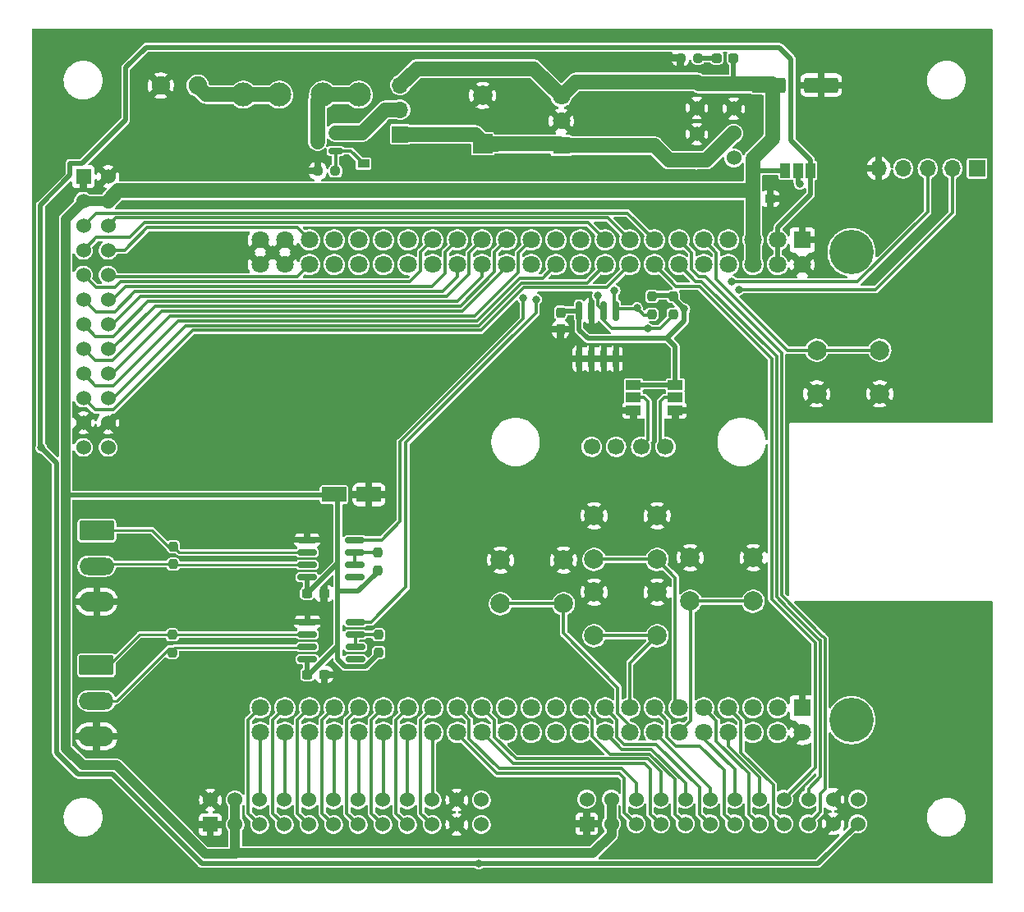
<source format=gbr>
%TF.GenerationSoftware,KiCad,Pcbnew,(6.0.7)*%
%TF.CreationDate,2022-08-15T13:19:52-04:00*%
%TF.ProjectId,BBB_16_Expansion,4242425f-3136-45f4-9578-70616e73696f,v2*%
%TF.SameCoordinates,Original*%
%TF.FileFunction,Copper,L1,Top*%
%TF.FilePolarity,Positive*%
%FSLAX46Y46*%
G04 Gerber Fmt 4.6, Leading zero omitted, Abs format (unit mm)*
G04 Created by KiCad (PCBNEW (6.0.7)) date 2022-08-15 13:19:52*
%MOMM*%
%LPD*%
G01*
G04 APERTURE LIST*
G04 Aperture macros list*
%AMRoundRect*
0 Rectangle with rounded corners*
0 $1 Rounding radius*
0 $2 $3 $4 $5 $6 $7 $8 $9 X,Y pos of 4 corners*
0 Add a 4 corners polygon primitive as box body*
4,1,4,$2,$3,$4,$5,$6,$7,$8,$9,$2,$3,0*
0 Add four circle primitives for the rounded corners*
1,1,$1+$1,$2,$3*
1,1,$1+$1,$4,$5*
1,1,$1+$1,$6,$7*
1,1,$1+$1,$8,$9*
0 Add four rect primitives between the rounded corners*
20,1,$1+$1,$2,$3,$4,$5,0*
20,1,$1+$1,$4,$5,$6,$7,0*
20,1,$1+$1,$6,$7,$8,$9,0*
20,1,$1+$1,$8,$9,$2,$3,0*%
G04 Aperture macros list end*
%TA.AperFunction,ComponentPad*%
%ADD10RoundRect,0.291667X-1.508333X0.758333X-1.508333X-0.758333X1.508333X-0.758333X1.508333X0.758333X0*%
%TD*%
%TA.AperFunction,ComponentPad*%
%ADD11O,3.600000X1.800000*%
%TD*%
%TA.AperFunction,ComponentPad*%
%ADD12O,3.600000X2.100000*%
%TD*%
%TA.AperFunction,SMDPad,CuDef*%
%ADD13RoundRect,0.150000X0.825000X0.150000X-0.825000X0.150000X-0.825000X-0.150000X0.825000X-0.150000X0*%
%TD*%
%TA.AperFunction,SMDPad,CuDef*%
%ADD14RoundRect,0.237500X0.237500X-0.250000X0.237500X0.250000X-0.237500X0.250000X-0.237500X-0.250000X0*%
%TD*%
%TA.AperFunction,SMDPad,CuDef*%
%ADD15RoundRect,0.250000X-1.050000X-0.550000X1.050000X-0.550000X1.050000X0.550000X-1.050000X0.550000X0*%
%TD*%
%TA.AperFunction,SMDPad,CuDef*%
%ADD16RoundRect,0.237500X-0.300000X-0.237500X0.300000X-0.237500X0.300000X0.237500X-0.300000X0.237500X0*%
%TD*%
%TA.AperFunction,ComponentPad*%
%ADD17R,2.000000X2.000000*%
%TD*%
%TA.AperFunction,ComponentPad*%
%ADD18C,2.000000*%
%TD*%
%TA.AperFunction,SMDPad,CuDef*%
%ADD19RoundRect,0.237500X-0.287500X-0.237500X0.287500X-0.237500X0.287500X0.237500X-0.287500X0.237500X0*%
%TD*%
%TA.AperFunction,ComponentPad*%
%ADD20C,1.700000*%
%TD*%
%TA.AperFunction,ComponentPad*%
%ADD21R,1.700000X1.700000*%
%TD*%
%TA.AperFunction,ComponentPad*%
%ADD22O,1.700000X1.700000*%
%TD*%
%TA.AperFunction,SMDPad,CuDef*%
%ADD23RoundRect,0.237500X-0.237500X0.250000X-0.237500X-0.250000X0.237500X-0.250000X0.237500X0.250000X0*%
%TD*%
%TA.AperFunction,SMDPad,CuDef*%
%ADD24RoundRect,0.237500X0.237500X-0.300000X0.237500X0.300000X-0.237500X0.300000X-0.237500X-0.300000X0*%
%TD*%
%TA.AperFunction,SMDPad,CuDef*%
%ADD25RoundRect,0.150000X0.150000X-0.825000X0.150000X0.825000X-0.150000X0.825000X-0.150000X-0.825000X0*%
%TD*%
%TA.AperFunction,SMDPad,CuDef*%
%ADD26RoundRect,0.237500X-0.250000X-0.237500X0.250000X-0.237500X0.250000X0.237500X-0.250000X0.237500X0*%
%TD*%
%TA.AperFunction,SMDPad,CuDef*%
%ADD27R,1.500000X1.000000*%
%TD*%
%TA.AperFunction,ComponentPad*%
%ADD28R,1.530000X1.530000*%
%TD*%
%TA.AperFunction,ComponentPad*%
%ADD29C,1.530000*%
%TD*%
%TA.AperFunction,ComponentPad*%
%ADD30R,1.800000X1.800000*%
%TD*%
%TA.AperFunction,ComponentPad*%
%ADD31C,1.800000*%
%TD*%
%TA.AperFunction,ComponentPad*%
%ADD32C,4.572000*%
%TD*%
%TA.AperFunction,SMDPad,CuDef*%
%ADD33RoundRect,0.250000X-1.500000X-0.550000X1.500000X-0.550000X1.500000X0.550000X-1.500000X0.550000X0*%
%TD*%
%TA.AperFunction,ComponentPad*%
%ADD34C,2.475000*%
%TD*%
%TA.AperFunction,SMDPad,CuDef*%
%ADD35R,1.000000X1.500000*%
%TD*%
%TA.AperFunction,SMDPad,CuDef*%
%ADD36RoundRect,0.150000X0.587500X0.150000X-0.587500X0.150000X-0.587500X-0.150000X0.587500X-0.150000X0*%
%TD*%
%TA.AperFunction,SMDPad,CuDef*%
%ADD37R,1.200000X0.900000*%
%TD*%
%TA.AperFunction,ComponentPad*%
%ADD38C,1.524000*%
%TD*%
%TA.AperFunction,ComponentPad*%
%ADD39C,1.904000*%
%TD*%
%TA.AperFunction,ViaPad*%
%ADD40C,0.800000*%
%TD*%
%TA.AperFunction,Conductor*%
%ADD41C,0.250000*%
%TD*%
%TA.AperFunction,Conductor*%
%ADD42C,1.000000*%
%TD*%
%TA.AperFunction,Conductor*%
%ADD43C,0.500000*%
%TD*%
%TA.AperFunction,Conductor*%
%ADD44C,0.350000*%
%TD*%
%TA.AperFunction,Conductor*%
%ADD45C,1.500000*%
%TD*%
G04 APERTURE END LIST*
D10*
%TO.P,J8,1,Pin_1*%
%TO.N,/Serial/DMX2+*%
X145791000Y-120581500D03*
D11*
%TO.P,J8,2,Pin_2*%
%TO.N,/Serial/DMX2-*%
X145791000Y-124241500D03*
D12*
%TO.P,J8,3,Pin_3*%
%TO.N,GND*%
X145791000Y-127901500D03*
%TD*%
D10*
%TO.P,J7,1,Pin_1*%
%TO.N,/Serial/DMX1+*%
X145833500Y-106691500D03*
D11*
%TO.P,J7,2,Pin_2*%
%TO.N,/Serial/DMX1-*%
X145833500Y-110351500D03*
D12*
%TO.P,J7,3,Pin_3*%
%TO.N,GND*%
X145833500Y-114011500D03*
%TD*%
D13*
%TO.P,U5,1,RO*%
%TO.N,unconnected-(U5-Pad1)*%
X172491000Y-119939000D03*
%TO.P,U5,2,~{RE}*%
%TO.N,Net-(R8-Pad2)*%
X172491000Y-118669000D03*
%TO.P,U5,3,DE*%
X172491000Y-117399000D03*
%TO.P,U5,4,DI*%
%TO.N,TXD2*%
X172491000Y-116129000D03*
%TO.P,U5,5,GND*%
%TO.N,GND*%
X167541000Y-116129000D03*
%TO.P,U5,6,A*%
%TO.N,/Serial/DMX2+*%
X167541000Y-117399000D03*
%TO.P,U5,7,B*%
%TO.N,/Serial/DMX2-*%
X167541000Y-118669000D03*
%TO.P,U5,8,VCC*%
%TO.N,+5V*%
X167541000Y-119939000D03*
%TD*%
%TO.P,U2,1,RO*%
%TO.N,unconnected-(U2-Pad1)*%
X172466000Y-111474000D03*
%TO.P,U2,2,~{RE}*%
%TO.N,Net-(R7-Pad2)*%
X172466000Y-110204000D03*
%TO.P,U2,3,DE*%
X172466000Y-108934000D03*
%TO.P,U2,4,DI*%
%TO.N,TXD1*%
X172466000Y-107664000D03*
%TO.P,U2,5,GND*%
%TO.N,GND*%
X167516000Y-107664000D03*
%TO.P,U2,6,A*%
%TO.N,/Serial/DMX1+*%
X167516000Y-108934000D03*
%TO.P,U2,7,B*%
%TO.N,/Serial/DMX1-*%
X167516000Y-110204000D03*
%TO.P,U2,8,VCC*%
%TO.N,+5V*%
X167516000Y-111474000D03*
%TD*%
D14*
%TO.P,R8,1*%
%TO.N,+5V*%
X174916000Y-119246500D03*
%TO.P,R8,2*%
%TO.N,Net-(R8-Pad2)*%
X174916000Y-117421500D03*
%TD*%
%TO.P,R7,2*%
%TO.N,Net-(R7-Pad2)*%
X174791000Y-108956500D03*
%TO.P,R7,1*%
%TO.N,+5V*%
X174791000Y-110781500D03*
%TD*%
D15*
%TO.P,C7,1*%
%TO.N,+5V*%
X170291000Y-102969000D03*
%TO.P,C7,2*%
%TO.N,GND*%
X173891000Y-102969000D03*
%TD*%
D16*
%TO.P,C6,1*%
%TO.N,+5V*%
X167553500Y-121534000D03*
%TO.P,C6,2*%
%TO.N,GND*%
X169278500Y-121534000D03*
%TD*%
D17*
%TO.P,C1,1*%
%TO.N,/12V*%
X185616000Y-66801677D03*
D18*
%TO.P,C1,2*%
%TO.N,GND*%
X185616000Y-61801677D03*
%TD*%
D19*
%TO.P,D1,1,K*%
%TO.N,Net-(D1-Pad1)*%
X209741000Y-57934000D03*
%TO.P,D1,2,A*%
%TO.N,+5V*%
X211491000Y-57934000D03*
%TD*%
D20*
%TO.P,J5,4,Pin_4*%
%TO.N,/OLED_Pin_4*%
X204460000Y-98044000D03*
%TO.P,J5,3,Pin_3*%
%TO.N,/OLED_Pin_3*%
X201960000Y-98044000D03*
%TO.P,J5,2,Pin_2*%
%TO.N,I2C_SCL*%
X199360000Y-98044000D03*
%TO.P,J5,1,Pin_1*%
%TO.N,I2C_SDA*%
X196860000Y-98044000D03*
%TD*%
D21*
%TO.P,J4,1,Pin_1*%
%TO.N,unconnected-(J4-Pad1)*%
X236591000Y-69334000D03*
D22*
%TO.P,J4,2,Pin_2*%
%TO.N,I2C_SCL*%
X234051000Y-69334000D03*
%TO.P,J4,3,Pin_3*%
%TO.N,I2C_SDA*%
X231511000Y-69334000D03*
%TO.P,J4,4,Pin_4*%
%TO.N,Net-(J4-Pad4)*%
X228971000Y-69334000D03*
%TO.P,J4,5,Pin_5*%
%TO.N,GND*%
X226431000Y-69334000D03*
%TD*%
D23*
%TO.P,R4,1*%
%TO.N,+3V3*%
X203070000Y-82533400D03*
%TO.P,R4,2*%
%TO.N,I2C_SDA*%
X203070000Y-84358400D03*
%TD*%
D24*
%TO.P,C3,1*%
%TO.N,GND*%
X193646600Y-85921300D03*
%TO.P,C3,2*%
%TO.N,+3V3*%
X193646600Y-84196300D03*
%TD*%
D25*
%TO.P,U3,1,A0*%
%TO.N,GND*%
X195551600Y-88956200D03*
%TO.P,U3,2,A1*%
X196821600Y-88956200D03*
%TO.P,U3,3,A2*%
X198091600Y-88956200D03*
%TO.P,U3,4,GND*%
X199361600Y-88956200D03*
%TO.P,U3,5,SDA*%
%TO.N,I2C_SDA*%
X199361600Y-84006200D03*
%TO.P,U3,6,SCL*%
%TO.N,I2C_SCL*%
X198091600Y-84006200D03*
%TO.P,U3,7,WP*%
%TO.N,GND*%
X196821600Y-84006200D03*
%TO.P,U3,8,VCC*%
%TO.N,+3V3*%
X195551600Y-84006200D03*
%TD*%
D26*
%TO.P,R1,1*%
%TO.N,GND*%
X206003500Y-57934000D03*
%TO.P,R1,2*%
%TO.N,Net-(D1-Pad1)*%
X207828500Y-57934000D03*
%TD*%
D23*
%TO.P,R3,1*%
%TO.N,/Serial/DMX2+*%
X153616000Y-117421500D03*
%TO.P,R3,2*%
%TO.N,/Serial/DMX2-*%
X153616000Y-119246500D03*
%TD*%
D16*
%TO.P,C4,1*%
%TO.N,+5V*%
X213553500Y-72434000D03*
%TO.P,C4,2*%
%TO.N,GND*%
X215278500Y-72434000D03*
%TD*%
%TO.P,C5,1*%
%TO.N,+5V*%
X167528500Y-113169000D03*
%TO.P,C5,2*%
%TO.N,GND*%
X169253500Y-113169000D03*
%TD*%
D23*
%TO.P,R2,1*%
%TO.N,/Serial/DMX1+*%
X153716000Y-108321500D03*
%TO.P,R2,2*%
%TO.N,/Serial/DMX1-*%
X153716000Y-110146500D03*
%TD*%
D27*
%TO.P,JP1,1,A*%
%TO.N,GND*%
X205486000Y-94264000D03*
%TO.P,JP1,2,C*%
%TO.N,/OLED_Pin_4*%
X205486000Y-92964000D03*
%TO.P,JP1,3,B*%
%TO.N,+3V3*%
X205486000Y-91664000D03*
%TD*%
%TO.P,JP2,1,A*%
%TO.N,GND*%
X201168000Y-94264000D03*
%TO.P,JP2,2,C*%
%TO.N,/OLED_Pin_3*%
X201168000Y-92964000D03*
%TO.P,JP2,3,B*%
%TO.N,+3V3*%
X201168000Y-91664000D03*
%TD*%
D18*
%TO.P,SW1,1,1*%
%TO.N,PWR_BUT*%
X226566000Y-88084000D03*
X220066000Y-88084000D03*
%TO.P,SW1,2,2*%
%TO.N,GND*%
X220066000Y-92584000D03*
X226566000Y-92584000D03*
%TD*%
D28*
%TO.P,J2,1,Pin_1*%
%TO.N,GND*%
X157546000Y-137004000D03*
D29*
%TO.P,J2,2,Pin_2*%
X157546000Y-134464000D03*
%TO.P,J2,3,Pin_3*%
%TO.N,+5V*%
X160086000Y-137004000D03*
%TO.P,J2,4,Pin_4*%
X160086000Y-134464000D03*
%TO.P,J2,5,Pin_5*%
%TO.N,OUT17*%
X162626000Y-137004000D03*
%TO.P,J2,6,Pin_6*%
%TO.N,OUT18*%
X162626000Y-134464000D03*
%TO.P,J2,7,Pin_7*%
%TO.N,OUT19*%
X165166000Y-137004000D03*
%TO.P,J2,8,Pin_8*%
%TO.N,OUT20*%
X165166000Y-134464000D03*
%TO.P,J2,9,Pin_9*%
%TO.N,OUT21*%
X167706000Y-137004000D03*
%TO.P,J2,10,Pin_10*%
%TO.N,OUT22*%
X167706000Y-134464000D03*
%TO.P,J2,11,Pin_11*%
%TO.N,OUT23*%
X170246000Y-137004000D03*
%TO.P,J2,12,Pin_12*%
%TO.N,OUT24*%
X170246000Y-134464000D03*
%TO.P,J2,13,Pin_13*%
%TO.N,OUT25*%
X172786000Y-137004000D03*
%TO.P,J2,14,Pin_14*%
%TO.N,OUT26*%
X172786000Y-134464000D03*
%TO.P,J2,15,Pin_15*%
%TO.N,OUT27*%
X175326000Y-137004000D03*
%TO.P,J2,16,Pin_16*%
%TO.N,OUT28*%
X175326000Y-134464000D03*
%TO.P,J2,17,Pin_17*%
%TO.N,OUT29*%
X177866000Y-137004000D03*
%TO.P,J2,18,Pin_18*%
%TO.N,OUT30*%
X177866000Y-134464000D03*
%TO.P,J2,19,Pin_19*%
%TO.N,OUT31*%
X180406000Y-137004000D03*
%TO.P,J2,20,Pin_20*%
%TO.N,OUT32*%
X180406000Y-134464000D03*
%TO.P,J2,21,Pin_21*%
%TO.N,GND*%
X182946000Y-137004000D03*
%TO.P,J2,22,Pin_22*%
X182946000Y-134464000D03*
%TO.P,J2,23,Pin_23*%
%TO.N,+3V3*%
X185486000Y-137004000D03*
%TO.P,J2,24,Pin_24*%
%TO.N,unconnected-(J2-Pad24)*%
X185486000Y-134464000D03*
%TD*%
D28*
%TO.P,J1,1,Pin_1*%
%TO.N,GND*%
X144446000Y-70164000D03*
D29*
%TO.P,J1,2,Pin_2*%
X146986000Y-70164000D03*
%TO.P,J1,3,Pin_3*%
%TO.N,+5V*%
X144446000Y-72704000D03*
%TO.P,J1,4,Pin_4*%
X146986000Y-72704000D03*
%TO.P,J1,5,Pin_5*%
%TO.N,OUT1*%
X144446000Y-75244000D03*
%TO.P,J1,6,Pin_6*%
%TO.N,OUT2*%
X146986000Y-75244000D03*
%TO.P,J1,7,Pin_7*%
%TO.N,OUT3*%
X144446000Y-77784000D03*
%TO.P,J1,8,Pin_8*%
%TO.N,OUT4*%
X146986000Y-77784000D03*
%TO.P,J1,9,Pin_9*%
%TO.N,OUT5*%
X144446000Y-80324000D03*
%TO.P,J1,10,Pin_10*%
%TO.N,OUT6*%
X146986000Y-80324000D03*
%TO.P,J1,11,Pin_11*%
%TO.N,OUT7*%
X144446000Y-82864000D03*
%TO.P,J1,12,Pin_12*%
%TO.N,OUT8*%
X146986000Y-82864000D03*
%TO.P,J1,13,Pin_13*%
%TO.N,OUT9*%
X144446000Y-85404000D03*
%TO.P,J1,14,Pin_14*%
%TO.N,OUT10*%
X146986000Y-85404000D03*
%TO.P,J1,15,Pin_15*%
%TO.N,OUT11*%
X144446000Y-87944000D03*
%TO.P,J1,16,Pin_16*%
%TO.N,OUT12*%
X146986000Y-87944000D03*
%TO.P,J1,17,Pin_17*%
%TO.N,OUT13*%
X144446000Y-90484000D03*
%TO.P,J1,18,Pin_18*%
%TO.N,OUT14*%
X146986000Y-90484000D03*
%TO.P,J1,19,Pin_19*%
%TO.N,OUT15*%
X144446000Y-93024000D03*
%TO.P,J1,20,Pin_20*%
%TO.N,OUT16*%
X146986000Y-93024000D03*
%TO.P,J1,21,Pin_21*%
%TO.N,GND*%
X144446000Y-95564000D03*
%TO.P,J1,22,Pin_22*%
X146986000Y-95564000D03*
%TO.P,J1,23,Pin_23*%
%TO.N,+3V3*%
X144446000Y-98104000D03*
%TO.P,J1,24,Pin_24*%
%TO.N,unconnected-(J1-Pad24)*%
X146986000Y-98104000D03*
%TD*%
D28*
%TO.P,J3,1,Pin_1*%
%TO.N,GND*%
X196346000Y-136926500D03*
D29*
%TO.P,J3,2,Pin_2*%
%TO.N,unconnected-(J3-Pad2)*%
X196346000Y-134386500D03*
%TO.P,J3,3,Pin_3*%
%TO.N,+5V*%
X198886000Y-136926500D03*
%TO.P,J3,4,Pin_4*%
X198886000Y-134386500D03*
%TO.P,J3,5,Pin_5*%
%TO.N,OUT33*%
X201426000Y-136926500D03*
%TO.P,J3,6,Pin_6*%
%TO.N,OUT34*%
X201426000Y-134386500D03*
%TO.P,J3,7,Pin_7*%
%TO.N,OUT35*%
X203966000Y-136926500D03*
%TO.P,J3,8,Pin_8*%
%TO.N,OUT36*%
X203966000Y-134386500D03*
%TO.P,J3,9,Pin_9*%
%TO.N,OUT37*%
X206506000Y-136926500D03*
%TO.P,J3,10,Pin_10*%
%TO.N,OUT38*%
X206506000Y-134386500D03*
%TO.P,J3,11,Pin_11*%
%TO.N,OUT39*%
X209046000Y-136926500D03*
%TO.P,J3,12,Pin_12*%
%TO.N,OUT40*%
X209046000Y-134386500D03*
%TO.P,J3,13,Pin_13*%
%TO.N,OUT41*%
X211586000Y-136926500D03*
%TO.P,J3,14,Pin_14*%
%TO.N,OUT42*%
X211586000Y-134386500D03*
%TO.P,J3,15,Pin_15*%
%TO.N,OUT43*%
X214126000Y-136926500D03*
%TO.P,J3,16,Pin_16*%
%TO.N,OUT44*%
X214126000Y-134386500D03*
%TO.P,J3,17,Pin_17*%
%TO.N,OUT45*%
X216666000Y-136926500D03*
%TO.P,J3,18,Pin_18*%
%TO.N,OUT46*%
X216666000Y-134386500D03*
%TO.P,J3,19,Pin_19*%
%TO.N,OUT47*%
X219206000Y-136926500D03*
%TO.P,J3,20,Pin_20*%
%TO.N,OUT48*%
X219206000Y-134386500D03*
%TO.P,J3,21,Pin_21*%
%TO.N,GND*%
X221746000Y-136926500D03*
%TO.P,J3,22,Pin_22*%
X221746000Y-134386500D03*
%TO.P,J3,23,Pin_23*%
%TO.N,+3V3*%
X224286000Y-136926500D03*
%TO.P,J3,24,Pin_24*%
%TO.N,unconnected-(J3-Pad24)*%
X224286000Y-134386500D03*
%TD*%
D30*
%TO.P,U1,B1,DGND*%
%TO.N,GND*%
X218567000Y-124968000D03*
D31*
%TO.P,U1,B2,DGND*%
X218567000Y-127508000D03*
%TO.P,U1,B3,GPIO1_6*%
%TO.N,unconnected-(U1-PadB3)*%
X216027000Y-124968000D03*
%TO.P,U1,B4,GPIO1_7*%
%TO.N,unconnected-(U1-PadB4)*%
X216027000Y-127508000D03*
%TO.P,U1,B5,GPIO1_2*%
%TO.N,unconnected-(U1-PadB5)*%
X213487000Y-124968000D03*
%TO.P,U1,B6,GPIO1_3*%
%TO.N,unconnected-(U1-PadB6)*%
X213487000Y-127508000D03*
%TO.P,U1,B7,TIMER4*%
%TO.N,OUT45*%
X210947000Y-124968000D03*
%TO.P,U1,B8,TIMER7*%
%TO.N,OUT44*%
X210947000Y-127508000D03*
%TO.P,U1,B9,TIMER5*%
%TO.N,OUT43*%
X208407000Y-124968000D03*
%TO.P,U1,B10,TIMER6*%
%TO.N,OUT42*%
X208407000Y-127508000D03*
%TO.P,U1,B11,GPIO1_13*%
%TO.N,UPBTN*%
X205867000Y-124968000D03*
%TO.P,U1,B12,GPIO1_12*%
%TO.N,ENTERBTN*%
X205867000Y-127508000D03*
%TO.P,U1,B13,EHRPWM2B*%
%TO.N,OUT41*%
X203327000Y-124968000D03*
%TO.P,U1,B14,GPIO0_26*%
%TO.N,OUT40*%
X203327000Y-127508000D03*
%TO.P,U1,B15,GPIO1_15*%
%TO.N,DOWNBTN*%
X200787000Y-124968000D03*
%TO.P,U1,B16,GPIO1_14*%
%TO.N,BACKBTN*%
X200787000Y-127508000D03*
%TO.P,U1,B17,GPIO0_27*%
%TO.N,OUT39*%
X198247000Y-124968000D03*
%TO.P,U1,B18,GPIO2_1*%
%TO.N,OUT38*%
X198247000Y-127508000D03*
%TO.P,U1,B19,EHRPWM2A*%
%TO.N,OUT37*%
X195707000Y-124968000D03*
%TO.P,U1,B20,GPIO1_31*%
%TO.N,unconnected-(U1-PadB20)*%
X195707000Y-127508000D03*
%TO.P,U1,B21,GPIO1_30*%
%TO.N,unconnected-(U1-PadB21)*%
X193167000Y-124968000D03*
%TO.P,U1,B22,GPIO1_5*%
%TO.N,unconnected-(U1-PadB22)*%
X193167000Y-127508000D03*
%TO.P,U1,B23,GPIO1_4*%
%TO.N,unconnected-(U1-PadB23)*%
X190627000Y-124968000D03*
%TO.P,U1,B24,GPIO1_1*%
%TO.N,unconnected-(U1-PadB24)*%
X190627000Y-127508000D03*
%TO.P,U1,B25,GPIO1_0*%
%TO.N,unconnected-(U1-PadB25)*%
X188087000Y-124968000D03*
%TO.P,U1,B26,GPIO1_29*%
%TO.N,unconnected-(U1-PadB26)*%
X188087000Y-127508000D03*
%TO.P,U1,B27,GPIO2_22*%
%TO.N,OUT36*%
X185547000Y-124968000D03*
%TO.P,U1,B28,GPIO2_24*%
%TO.N,OUT35*%
X185547000Y-127508000D03*
%TO.P,U1,B29,GPIO2_23*%
%TO.N,OUT34*%
X183007000Y-124968000D03*
%TO.P,U1,B30,GPIO2_25*%
%TO.N,OUT33*%
X183007000Y-127508000D03*
%TO.P,U1,B31,UART5_CTSN*%
%TO.N,OUT31*%
X180467000Y-124968000D03*
%TO.P,U1,B32,UART5_RTSN*%
%TO.N,OUT32*%
X180467000Y-127508000D03*
%TO.P,U1,B33,UART4_RTSN*%
%TO.N,OUT29*%
X177927000Y-124968000D03*
%TO.P,U1,B34,UART3_RTSN*%
%TO.N,OUT30*%
X177927000Y-127508000D03*
%TO.P,U1,B35,UART4_CTSN*%
%TO.N,OUT27*%
X175387000Y-124968000D03*
%TO.P,U1,B36,UART3_CTSN*%
%TO.N,OUT28*%
X175387000Y-127508000D03*
%TO.P,U1,B37,UART5_TXD*%
%TO.N,OUT25*%
X172847000Y-124968000D03*
%TO.P,U1,B38,UART5_RXD*%
%TO.N,OUT26*%
X172847000Y-127508000D03*
%TO.P,U1,B39,GPIO2_12*%
%TO.N,OUT23*%
X170307000Y-124968000D03*
%TO.P,U1,B40,GPIO2_13*%
%TO.N,OUT24*%
X170307000Y-127508000D03*
%TO.P,U1,B41,GPIO2_10*%
%TO.N,OUT21*%
X167767000Y-124968000D03*
%TO.P,U1,B42,GPIO2_11*%
%TO.N,OUT22*%
X167767000Y-127508000D03*
%TO.P,U1,B43,GPIO2_8*%
%TO.N,OUT19*%
X165227000Y-124968000D03*
%TO.P,U1,B44,GPIO2_9*%
%TO.N,OUT20*%
X165227000Y-127508000D03*
%TO.P,U1,B45,GPIO2_6*%
%TO.N,OUT17*%
X162687000Y-124968000D03*
%TO.P,U1,B46,GPIO2_7*%
%TO.N,OUT18*%
X162687000Y-127508000D03*
D30*
%TO.P,U1,C1,DGND*%
%TO.N,GND*%
X218567000Y-76708000D03*
D31*
%TO.P,U1,C2,DGND*%
X218567000Y-79248000D03*
%TO.P,U1,C3,VDD_3V3EXP*%
%TO.N,+3V3*%
X216027000Y-76708000D03*
%TO.P,U1,C4,VDD_3V3EXP*%
X216027000Y-79248000D03*
%TO.P,U1,C5,VDD_5V*%
%TO.N,+5V*%
X213487000Y-76708000D03*
%TO.P,U1,C6,VDD_5V*%
X213487000Y-79248000D03*
%TO.P,U1,C7,SYS_5V*%
%TO.N,unconnected-(U1-PadC7)*%
X210947000Y-76708000D03*
%TO.P,U1,C8,SYS_5V*%
%TO.N,unconnected-(U1-PadC8)*%
X210947000Y-79248000D03*
%TO.P,U1,C9,PWR_BUT*%
%TO.N,PWR_BUT*%
X208407000Y-76708000D03*
%TO.P,U1,C10,SYS_RESETn*%
%TO.N,unconnected-(U1-PadC10)*%
X208407000Y-79248000D03*
%TO.P,U1,C11,UART4_RXD*%
%TO.N,OUT47*%
X205867000Y-76708000D03*
%TO.P,U1,C12,GPIO1_28*%
%TO.N,OUT48*%
X205867000Y-79248000D03*
%TO.P,U1,C13,UART4_TXD*%
%TO.N,OUT1*%
X203327000Y-76708000D03*
%TO.P,U1,C14,EHRPWM1A*%
%TO.N,OUT46*%
X203327000Y-79248000D03*
%TO.P,U1,C15,GPIO1_16*%
%TO.N,OUT2*%
X200787000Y-76708000D03*
%TO.P,U1,C16,EHRPWM1B*%
%TO.N,OUT15*%
X200787000Y-79248000D03*
%TO.P,U1,C17,I2C1_SCL*%
%TO.N,OUT3*%
X198247000Y-76708000D03*
%TO.P,U1,C18,I2C1_SDA*%
%TO.N,OUT16*%
X198247000Y-79248000D03*
%TO.P,U1,C19,I2C2_SCL*%
%TO.N,I2C_SCL*%
X195707000Y-76708000D03*
%TO.P,U1,C20,I2C2_SDA*%
%TO.N,I2C_SDA*%
X195707000Y-79248000D03*
%TO.P,U1,C21,UART2_TXD*%
%TO.N,TXD2*%
X193167000Y-76708000D03*
%TO.P,U1,C22,UART2_RXD*%
%TO.N,OUT13*%
X193167000Y-79248000D03*
%TO.P,U1,C23,GPIO1_17*%
%TO.N,OUT14*%
X190627000Y-76708000D03*
%TO.P,U1,C24,UART1_TXD*%
%TO.N,TXD1*%
X190627000Y-79248000D03*
%TO.P,U1,C25,GPIO3_21*%
%TO.N,OUT12*%
X188087000Y-76708000D03*
%TO.P,U1,C26,UART1_RXD*%
%TO.N,OUT11*%
X188087000Y-79248000D03*
%TO.P,U1,C27,GPIO3_19*%
%TO.N,OUT10*%
X185547000Y-76708000D03*
%TO.P,U1,C28,SPI1_CS0*%
%TO.N,OUT9*%
X185547000Y-79248000D03*
%TO.P,U1,C29,SPI1_D0*%
%TO.N,OUT8*%
X183007000Y-76708000D03*
%TO.P,U1,C30,SPI1_D1*%
%TO.N,OUT7*%
X183007000Y-79248000D03*
%TO.P,U1,C31,SPI1_SCLK*%
%TO.N,OUT5*%
X180467000Y-76708000D03*
%TO.P,U1,C32,VDD_ADC*%
%TO.N,unconnected-(U1-PadC32)*%
X180467000Y-79248000D03*
%TO.P,U1,C33,AIN4*%
%TO.N,unconnected-(U1-PadC33)*%
X177927000Y-76708000D03*
%TO.P,U1,C34,GNDA_ADC*%
%TO.N,unconnected-(U1-PadC34)*%
X177927000Y-79248000D03*
%TO.P,U1,C35,AIN6*%
%TO.N,unconnected-(U1-PadC35)*%
X175387000Y-76708000D03*
%TO.P,U1,C36,AIN5*%
%TO.N,unconnected-(U1-PadC36)*%
X175387000Y-79248000D03*
%TO.P,U1,C37,AIN2*%
%TO.N,unconnected-(U1-PadC37)*%
X172847000Y-76708000D03*
%TO.P,U1,C38,AIN3*%
%TO.N,unconnected-(U1-PadC38)*%
X172847000Y-79248000D03*
%TO.P,U1,C39,AIN0*%
%TO.N,unconnected-(U1-PadC39)*%
X170307000Y-76708000D03*
%TO.P,U1,C40,AIN1*%
%TO.N,unconnected-(U1-PadC40)*%
X170307000Y-79248000D03*
%TO.P,U1,C41,CLKOUT2*%
%TO.N,OUT4*%
X167767000Y-76708000D03*
%TO.P,U1,C42,GPIO0_7*%
%TO.N,OUT6*%
X167767000Y-79248000D03*
%TO.P,U1,C43,DGND*%
%TO.N,GND*%
X165227000Y-76708000D03*
%TO.P,U1,C44,DGND*%
X165227000Y-79248000D03*
%TO.P,U1,C45,DGND*%
X162687000Y-76708000D03*
%TO.P,U1,C46,DGND*%
X162687000Y-79248000D03*
D32*
%TO.P,U1,M2*%
%TO.N,N/C*%
X223647000Y-77978000D03*
%TO.P,U1,M3*%
X223647000Y-126238000D03*
%TD*%
D18*
%TO.P,SW5,1,A*%
%TO.N,GND*%
X207010000Y-109474000D03*
X213510000Y-109474000D03*
%TO.P,SW5,2,B*%
%TO.N,ENTERBTN*%
X213510000Y-113974000D03*
X207010000Y-113974000D03*
%TD*%
%TO.P,SW4,1,A*%
%TO.N,GND*%
X193952000Y-109728000D03*
X187452000Y-109728000D03*
%TO.P,SW4,2,B*%
%TO.N,BACKBTN*%
X193952000Y-114228000D03*
X187452000Y-114228000D03*
%TD*%
%TO.P,SW2,1,A*%
%TO.N,GND*%
X197104000Y-105156000D03*
X203604000Y-105156000D03*
%TO.P,SW2,2,B*%
%TO.N,UPBTN*%
X197104000Y-109656000D03*
X203604000Y-109656000D03*
%TD*%
%TO.P,SW3,1,A*%
%TO.N,GND*%
X203604000Y-113030000D03*
X197104000Y-113030000D03*
%TO.P,SW3,2,B*%
%TO.N,DOWNBTN*%
X203604000Y-117530000D03*
X197104000Y-117530000D03*
%TD*%
D23*
%TO.P,R5,1*%
%TO.N,+3V3*%
X205267100Y-82533400D03*
%TO.P,R5,2*%
%TO.N,I2C_SCL*%
X205267100Y-84358400D03*
%TD*%
D33*
%TO.P,C2,1*%
%TO.N,+5V*%
X215116000Y-60734000D03*
%TO.P,C2,2*%
%TO.N,GND*%
X220516000Y-60734000D03*
%TD*%
D34*
%TO.P,F1,1_1,1*%
%TO.N,VIN2*%
X160949210Y-61721041D03*
%TO.P,F1,1_2,1*%
X164649210Y-61721041D03*
%TO.P,F1,2_1,2*%
%TO.N,/VIN*%
X169149210Y-61721041D03*
%TO.P,F1,2_2,2*%
X172849210Y-61721041D03*
%TD*%
D21*
%TO.P,J10,1,Pin_1*%
%TO.N,/12V*%
X177116000Y-65821041D03*
D22*
%TO.P,J10,2,Pin_2*%
%TO.N,VCC*%
X177116000Y-63281041D03*
%TO.P,J10,3,Pin_3*%
%TO.N,+5V*%
X177116000Y-60741041D03*
%TD*%
D35*
%TO.P,JP3,1,A*%
%TO.N,+5V*%
X216816000Y-69534000D03*
%TO.P,JP3,2,C*%
%TO.N,Net-(J4-Pad4)*%
X218116000Y-69534000D03*
%TO.P,JP3,3,B*%
%TO.N,+3V3*%
X219416000Y-69534000D03*
%TD*%
D36*
%TO.P,Q1,1,G*%
%TO.N,Net-(D2-Pad2)*%
X170453500Y-67534000D03*
%TO.P,Q1,2,S*%
%TO.N,VCC*%
X170453500Y-65634000D03*
%TO.P,Q1,3,D*%
%TO.N,/VIN*%
X168578500Y-66584000D03*
%TD*%
D26*
%TO.P,R6,1*%
%TO.N,GND*%
X168603500Y-69584000D03*
%TO.P,R6,2*%
%TO.N,Net-(D2-Pad2)*%
X170428500Y-69584000D03*
%TD*%
D37*
%TO.P,D2,1,K*%
%TO.N,VCC*%
X173316000Y-65534000D03*
%TO.P,D2,2,A*%
%TO.N,Net-(D2-Pad2)*%
X173316000Y-68834000D03*
%TD*%
D30*
%TO.P,U4,1,IN*%
%TO.N,/12V*%
X193724000Y-66984000D03*
D31*
%TO.P,U4,2,GND*%
%TO.N,GND*%
X193724000Y-64444000D03*
%TO.P,U4,3,OUT*%
%TO.N,+5V*%
X193724000Y-61904000D03*
D38*
%TO.P,U4,4,OUT*%
X211504000Y-60634000D03*
%TO.P,U4,5,GND*%
%TO.N,GND*%
X211504000Y-63174000D03*
%TO.P,U4,6,IN*%
%TO.N,/12V*%
X211504000Y-65714000D03*
%TO.P,U4,7,EN*%
%TO.N,unconnected-(U4-Pad7)*%
X211504000Y-68254000D03*
%TO.P,U4,8,OUT*%
%TO.N,+5V*%
X207694000Y-60402060D03*
%TO.P,U4,9,GND*%
%TO.N,GND*%
X207694000Y-63097000D03*
%TO.P,U4,10,GND*%
X207694000Y-65791000D03*
%TO.P,U4,11,IN*%
%TO.N,/12V*%
X207694000Y-68485940D03*
%TD*%
D39*
%TO.P,J6,1,Pin_1*%
%TO.N,VIN2*%
X156232413Y-60783541D03*
%TO.P,J6,2,Pin_2*%
%TO.N,GND*%
X152422413Y-60783541D03*
%TD*%
D40*
%TO.N,GND*%
X160116000Y-129834000D03*
X151116000Y-125734000D03*
X165116000Y-111334000D03*
X159916000Y-107734000D03*
X160416000Y-119934000D03*
X153616000Y-115434000D03*
X148233500Y-116824000D03*
X149216000Y-120834000D03*
X151116000Y-118934000D03*
X151916000Y-122034000D03*
X155516000Y-119834000D03*
X160416000Y-116234000D03*
X175516000Y-100634000D03*
X174016000Y-100634000D03*
X172716000Y-100634000D03*
X175616000Y-105134000D03*
X174216000Y-105134000D03*
X172916000Y-105134000D03*
X167616000Y-106234000D03*
X159716000Y-104334000D03*
X168116000Y-104334000D03*
X159816000Y-101434000D03*
X153316000Y-101434000D03*
X168016000Y-101234000D03*
X175416000Y-98834000D03*
X176616000Y-95834000D03*
X182816000Y-89934000D03*
X188616000Y-84434000D03*
X188916000Y-88334000D03*
X184616000Y-92734000D03*
X179016000Y-98634000D03*
X179016000Y-105534000D03*
X178816000Y-112134000D03*
X176716000Y-115534000D03*
X176516000Y-119234000D03*
X165216000Y-119834000D03*
X155416000Y-112034000D03*
X170716000Y-121734000D03*
X169316000Y-123034000D03*
X169316000Y-114634000D03*
X165416000Y-107634000D03*
X169516000Y-107634000D03*
X165216000Y-116134000D03*
X169516000Y-116134000D03*
X165616000Y-114634000D03*
X205416000Y-55734000D03*
X192916000Y-55734000D03*
X215216000Y-73834000D03*
X205516000Y-96034000D03*
X166953500Y-69534000D03*
X141916000Y-142234000D03*
X194564000Y-98044000D03*
X236416000Y-65734000D03*
X207010000Y-88900000D03*
X227916000Y-137734000D03*
X148416000Y-101734000D03*
X217916000Y-118234000D03*
X222916000Y-142234000D03*
X221016000Y-69434000D03*
X158916000Y-124734000D03*
X223216000Y-60234000D03*
X201216000Y-96034000D03*
X187198000Y-117348000D03*
X139916000Y-69234000D03*
X220016000Y-62434000D03*
X209716000Y-59134000D03*
X192416000Y-117134000D03*
X191459344Y-68534000D03*
X203916000Y-88934000D03*
X222416000Y-122234000D03*
X155916000Y-69734000D03*
X148916000Y-142234000D03*
X149916000Y-104234000D03*
X192116000Y-85834000D03*
X182416000Y-69834000D03*
X220016000Y-59034000D03*
X214416000Y-55734000D03*
X193616000Y-87334000D03*
X163816000Y-58334000D03*
X236416000Y-92234000D03*
X198416000Y-142234000D03*
X216816000Y-72434000D03*
X219016000Y-62434000D03*
X234916000Y-115734000D03*
X180659344Y-68234000D03*
X155416000Y-94234000D03*
X218916000Y-65034000D03*
X173316000Y-58434000D03*
X201116000Y-88934000D03*
X210916000Y-142234000D03*
X168516000Y-68234000D03*
X221016000Y-59034000D03*
X177016000Y-69934000D03*
X234916000Y-128734000D03*
X223216000Y-61334000D03*
X222016000Y-62434000D03*
X197716000Y-96234000D03*
X220416000Y-115234000D03*
X196116000Y-57934000D03*
X215316000Y-70934000D03*
X236416000Y-78734000D03*
X204316000Y-57934000D03*
X193916000Y-88734000D03*
X197616000Y-122934000D03*
X140416000Y-101734000D03*
X227916000Y-132734000D03*
X195326000Y-91948000D03*
X203200000Y-122682000D03*
X226916000Y-55734000D03*
X219016000Y-59034000D03*
X221016000Y-62434000D03*
X211836000Y-74930000D03*
X157916000Y-142234000D03*
X211416000Y-70234000D03*
X202616000Y-70234000D03*
X149416000Y-79234000D03*
X194416000Y-82734000D03*
X197716000Y-91234000D03*
X217816000Y-56634000D03*
X222016000Y-59034000D03*
X167416000Y-55734000D03*
X150416000Y-55734000D03*
X187416000Y-142234000D03*
X171416000Y-142234000D03*
X158416000Y-87234000D03*
X151416000Y-73034000D03*
X139916000Y-56234000D03*
X200216000Y-118434000D03*
%TO.N,I2C_SCL*%
X197516000Y-82434000D03*
X212016000Y-81834000D03*
X202634000Y-85852000D03*
%TO.N,I2C_SDA*%
X211316000Y-81034000D03*
X201516000Y-83734000D03*
X199216000Y-81934000D03*
%TO.N,+3V3*%
X140116000Y-98134000D03*
X185216000Y-141034000D03*
X206413425Y-83833500D03*
%TO.N,TXD1*%
X189816000Y-82734000D03*
%TO.N,TXD2*%
X191116000Y-82834000D03*
%TO.N,Net-(J4-Pad4)*%
X218316000Y-70934000D03*
%TD*%
D41*
%TO.N,/Serial/DMX2+*%
X150236000Y-117421500D02*
X147076000Y-120581500D01*
X153616000Y-117421500D02*
X150236000Y-117421500D01*
X147076000Y-120581500D02*
X145791000Y-120581500D01*
%TO.N,/Serial/DMX1+*%
X145891000Y-106634000D02*
X145833500Y-106691500D01*
X153166000Y-108321500D02*
X151478500Y-106634000D01*
X153716000Y-108321500D02*
X153166000Y-108321500D01*
X151478500Y-106634000D02*
X145891000Y-106634000D01*
%TO.N,/Serial/DMX1-*%
X146051000Y-110134000D02*
X153703500Y-110134000D01*
X145833500Y-110351500D02*
X146051000Y-110134000D01*
X153703500Y-110134000D02*
X153716000Y-110146500D01*
D42*
%TO.N,+5V*%
X147866489Y-130884489D02*
X157016000Y-140034000D01*
X142616480Y-129134480D02*
X144366489Y-130884489D01*
X157016000Y-140034000D02*
X160116000Y-140034000D01*
X142616480Y-103034480D02*
X142616480Y-129134480D01*
X144366489Y-130884489D02*
X147866489Y-130884489D01*
D43*
%TO.N,+3V3*%
X141666960Y-99684960D02*
X140116000Y-98134000D01*
X141666960Y-129584960D02*
X141666960Y-99684960D01*
X143916000Y-131834000D02*
X141666960Y-129584960D01*
X156673176Y-141034000D02*
X147473176Y-131834000D01*
X185216000Y-141034000D02*
X156673176Y-141034000D01*
X147473176Y-131834000D02*
X143916000Y-131834000D01*
D41*
%TO.N,/Serial/DMX2-*%
X147908500Y-124241500D02*
X145791000Y-124241500D01*
X153766000Y-118846500D02*
X153303500Y-118846500D01*
X153303500Y-118846500D02*
X147908500Y-124241500D01*
%TO.N,/Serial/DMX2+*%
X167541000Y-117399000D02*
X153638500Y-117399000D01*
X153638500Y-117399000D02*
X153616000Y-117421500D01*
%TO.N,/Serial/DMX1-*%
X153773500Y-110204000D02*
X153716000Y-110146500D01*
X167516000Y-110204000D02*
X153773500Y-110204000D01*
%TO.N,/Serial/DMX1+*%
X167516000Y-108934000D02*
X154328500Y-108934000D01*
X154328500Y-108934000D02*
X153716000Y-108321500D01*
D43*
%TO.N,+3V3*%
X140016000Y-98034000D02*
X140116000Y-98134000D01*
X143081000Y-70035403D02*
X140016000Y-73100403D01*
X143081000Y-68799000D02*
X143081000Y-70035403D01*
X144317403Y-68799000D02*
X143081000Y-68799000D01*
X148816000Y-64300403D02*
X144317403Y-68799000D01*
X148816000Y-58934000D02*
X148816000Y-64300403D01*
X150916000Y-56834000D02*
X148816000Y-58934000D01*
X216216000Y-56834000D02*
X150916000Y-56834000D01*
X140016000Y-73100403D02*
X140016000Y-98034000D01*
X217416000Y-58034000D02*
X216216000Y-56834000D01*
X219416000Y-68434000D02*
X217416000Y-66434000D01*
X219416000Y-69534000D02*
X219416000Y-68434000D01*
X217416000Y-66434000D02*
X217416000Y-58034000D01*
D44*
%TO.N,OUT7*%
X147666000Y-84134000D02*
X145716000Y-84134000D01*
X183007000Y-80520792D02*
X181493303Y-82034489D01*
X149765511Y-82034489D02*
X147666000Y-84134000D01*
X145716000Y-84134000D02*
X144446000Y-82864000D01*
X183007000Y-79248000D02*
X183007000Y-80520792D01*
X181493303Y-82034489D02*
X149765511Y-82034489D01*
%TO.N,OUT5*%
X179242489Y-77932511D02*
X180467000Y-76708000D01*
X179242489Y-79907511D02*
X179242489Y-77932511D01*
X147662799Y-81634000D02*
X148262799Y-81034000D01*
X145756000Y-81634000D02*
X147662799Y-81634000D01*
X144446000Y-80324000D02*
X145756000Y-81634000D01*
X148262799Y-81034000D02*
X178116000Y-81034000D01*
X178116000Y-81034000D02*
X179242489Y-79907511D01*
%TO.N,OUT8*%
X180415022Y-81534978D02*
X181782489Y-80167511D01*
X181782489Y-77932511D02*
X183007000Y-76708000D01*
X148815022Y-81534978D02*
X180415022Y-81534978D01*
X181782489Y-80167511D02*
X181782489Y-77932511D01*
X147486000Y-82864000D02*
X148815022Y-81534978D01*
X146986000Y-82864000D02*
X147486000Y-82864000D01*
%TO.N,OUT10*%
X150316000Y-82534000D02*
X147446000Y-85404000D01*
X181916000Y-82534000D02*
X150316000Y-82534000D01*
X184231511Y-78023489D02*
X184231511Y-80218489D01*
X184231511Y-80218489D02*
X181916000Y-82534000D01*
X147446000Y-85404000D02*
X146986000Y-85404000D01*
X185547000Y-76708000D02*
X184231511Y-78023489D01*
%TO.N,OUT12*%
X151816000Y-83534000D02*
X147406000Y-87944000D01*
X183316000Y-83534000D02*
X151816000Y-83534000D01*
X147406000Y-87944000D02*
X146986000Y-87944000D01*
X186862489Y-77932511D02*
X186862489Y-79987511D01*
X188087000Y-76708000D02*
X186862489Y-77932511D01*
X186862489Y-79987511D02*
X183316000Y-83534000D01*
%TO.N,OUT14*%
X153416000Y-84534000D02*
X147466000Y-90484000D01*
X184816000Y-84534000D02*
X153416000Y-84534000D01*
X189311511Y-80038489D02*
X184816000Y-84534000D01*
X147466000Y-90484000D02*
X146986000Y-90484000D01*
X189311511Y-78023489D02*
X189311511Y-80038489D01*
X190627000Y-76708000D02*
X189311511Y-78023489D01*
%TO.N,OUT16*%
X185229800Y-85533032D02*
X155016968Y-85533032D01*
X189628343Y-81134489D02*
X185229800Y-85533032D01*
X198247000Y-79248000D02*
X196360511Y-81134489D01*
X196360511Y-81134489D02*
X189628343Y-81134489D01*
X155016968Y-85533032D02*
X147526000Y-93024000D01*
X147526000Y-93024000D02*
X146986000Y-93024000D01*
%TO.N,OUT15*%
X189835248Y-81634000D02*
X198401000Y-81634000D01*
X185436714Y-86032533D02*
X189835248Y-81634000D01*
X155717467Y-86032533D02*
X185436714Y-86032533D01*
X145656000Y-94234000D02*
X147516000Y-94234000D01*
X198401000Y-81634000D02*
X200787000Y-79248000D01*
X144446000Y-93024000D02*
X145656000Y-94234000D01*
X147516000Y-94234000D02*
X155717467Y-86032533D01*
%TO.N,OUT13*%
X191780022Y-80634978D02*
X193167000Y-79248000D01*
X185022905Y-85033511D02*
X189421438Y-80634978D01*
X145696000Y-91734000D02*
X147516000Y-91734000D01*
X147516000Y-91734000D02*
X154216489Y-85033511D01*
X154216489Y-85033511D02*
X185022905Y-85033511D01*
X189421438Y-80634978D02*
X191780022Y-80634978D01*
X144446000Y-90484000D02*
X145696000Y-91734000D01*
%TO.N,OUT11*%
X188087000Y-79469416D02*
X188087000Y-79248000D01*
X183522905Y-84033511D02*
X188087000Y-79469416D01*
X152516489Y-84033511D02*
X183522905Y-84033511D01*
X147416000Y-89134000D02*
X152516489Y-84033511D01*
X145636000Y-89134000D02*
X147416000Y-89134000D01*
X144446000Y-87944000D02*
X145636000Y-89134000D01*
%TO.N,OUT9*%
X185547000Y-80520792D02*
X185547000Y-79248000D01*
X183034281Y-83033511D02*
X185547000Y-80520792D01*
X147509598Y-86634000D02*
X151110087Y-83033511D01*
X145676000Y-86634000D02*
X147509598Y-86634000D01*
X151110087Y-83033511D02*
X183034281Y-83033511D01*
X144446000Y-85404000D02*
X145676000Y-86634000D01*
%TO.N,OUT6*%
X147184511Y-80522511D02*
X146986000Y-80324000D01*
X166492489Y-80522511D02*
X147184511Y-80522511D01*
X167767000Y-79248000D02*
X166492489Y-80522511D01*
%TO.N,OUT4*%
X148686000Y-77784000D02*
X146986000Y-77784000D01*
X151036511Y-75433489D02*
X148686000Y-77784000D01*
X166492489Y-75433489D02*
X151036511Y-75433489D01*
X167767000Y-76708000D02*
X166492489Y-75433489D01*
%TO.N,OUT3*%
X145796000Y-76434000D02*
X144446000Y-77784000D01*
X149258880Y-76434000D02*
X145796000Y-76434000D01*
X150758902Y-74933978D02*
X149258880Y-76434000D01*
X196472978Y-74933978D02*
X150758902Y-74933978D01*
X198247000Y-76708000D02*
X196472978Y-74933978D01*
%TO.N,OUT2*%
X147795533Y-74434467D02*
X146986000Y-75244000D01*
X198513467Y-74434467D02*
X147795533Y-74434467D01*
X200787000Y-76708000D02*
X198513467Y-74434467D01*
%TO.N,OUT1*%
X145755044Y-73934956D02*
X144446000Y-75244000D01*
X200553956Y-73934956D02*
X145755044Y-73934956D01*
X203327000Y-76708000D02*
X200553956Y-73934956D01*
D42*
%TO.N,+5V*%
X142616480Y-74533520D02*
X142616480Y-103034480D01*
X144446000Y-72704000D02*
X142616480Y-74533520D01*
D45*
X148056000Y-71634000D02*
X212958000Y-71634000D01*
X212958000Y-71634000D02*
X213487000Y-71105000D01*
X146986000Y-72704000D02*
X148056000Y-71634000D01*
D41*
%TO.N,/Serial/DMX2-*%
X153766000Y-118846500D02*
X153703500Y-118846500D01*
X153878500Y-118734000D02*
X167476000Y-118734000D01*
X153766000Y-118846500D02*
X153878500Y-118734000D01*
X167476000Y-118734000D02*
X167541000Y-118669000D01*
D44*
%TO.N,TXD1*%
X175186000Y-107664000D02*
X172466000Y-107664000D01*
X177116000Y-105734000D02*
X175186000Y-107664000D01*
X177116000Y-97527598D02*
X177116000Y-105734000D01*
X189816000Y-84827598D02*
X177116000Y-97527598D01*
X189816000Y-82734000D02*
X189816000Y-84827598D01*
%TO.N,TXD2*%
X177716000Y-112534000D02*
X174121000Y-116129000D01*
X177716000Y-97634000D02*
X177716000Y-112534000D01*
X191116000Y-84234000D02*
X177716000Y-97634000D01*
X174121000Y-116129000D02*
X172491000Y-116129000D01*
X191116000Y-82834000D02*
X191116000Y-84234000D01*
D43*
%TO.N,+5V*%
X174791000Y-110972528D02*
X174791000Y-110781500D01*
X172804528Y-112959000D02*
X174791000Y-110972528D01*
X170691000Y-112959000D02*
X172804528Y-112959000D01*
X170691000Y-112959000D02*
X170691000Y-118559000D01*
X170691000Y-110006500D02*
X170691000Y-112959000D01*
X174916000Y-119337528D02*
X174916000Y-119246500D01*
X173564528Y-120689000D02*
X174916000Y-119337528D01*
X171417472Y-120689000D02*
X173564528Y-120689000D01*
X170691000Y-118559000D02*
X170691000Y-119962528D01*
X170691000Y-119962528D02*
X171417472Y-120689000D01*
X167716000Y-121534000D02*
X167553500Y-121534000D01*
X170691000Y-118559000D02*
X167716000Y-121534000D01*
X170225520Y-103034480D02*
X170291000Y-102969000D01*
X142616480Y-103034480D02*
X170225520Y-103034480D01*
D44*
%TO.N,Net-(R8-Pad2)*%
X172491000Y-117399000D02*
X172491000Y-118669000D01*
X172491000Y-117399000D02*
X174893500Y-117399000D01*
X174893500Y-117399000D02*
X174916000Y-117421500D01*
%TO.N,Net-(R7-Pad2)*%
X174791000Y-108956500D02*
X174778500Y-108956500D01*
X174778500Y-108956500D02*
X174756000Y-108934000D01*
X174756000Y-108934000D02*
X172466000Y-108934000D01*
X172466000Y-108934000D02*
X172466000Y-110204000D01*
D43*
%TO.N,+5V*%
X170691000Y-103369000D02*
X170291000Y-102969000D01*
X170691000Y-110006500D02*
X170691000Y-103369000D01*
X167528500Y-113169000D02*
X170691000Y-110006500D01*
X167541000Y-121521500D02*
X167553500Y-121534000D01*
X167541000Y-119939000D02*
X167541000Y-121521500D01*
X167516000Y-113156500D02*
X167528500Y-113169000D01*
X167516000Y-111474000D02*
X167516000Y-113156500D01*
D42*
X160116000Y-140034000D02*
X160215501Y-139934499D01*
D45*
X211504000Y-60634000D02*
X215416000Y-60634000D01*
X213487000Y-68280000D02*
X213487000Y-69963000D01*
X190854000Y-59034000D02*
X193724000Y-61904000D01*
D42*
X160116000Y-140034000D02*
X160086000Y-140004000D01*
D43*
X213916000Y-69534000D02*
X213487000Y-69963000D01*
D45*
X207925940Y-60634000D02*
X211504000Y-60634000D01*
X207694000Y-60402060D02*
X195225940Y-60402060D01*
D42*
X160215501Y-139934499D02*
X197015501Y-139934499D01*
D45*
X215516000Y-66251000D02*
X213487000Y-68280000D01*
X215416000Y-60634000D02*
X215516000Y-60734000D01*
D42*
X198886000Y-138064000D02*
X198886000Y-134464000D01*
X197015501Y-139934499D02*
X198886000Y-138064000D01*
D45*
X207694000Y-60402060D02*
X207925940Y-60634000D01*
X195225940Y-60402060D02*
X193724000Y-61904000D01*
X215516000Y-60734000D02*
X215516000Y-66251000D01*
D43*
X216816000Y-69534000D02*
X213916000Y-69534000D01*
D45*
X213487000Y-69963000D02*
X213487000Y-71105000D01*
X213487000Y-76708000D02*
X213487000Y-71105000D01*
D43*
X211491000Y-57934000D02*
X211491000Y-60621000D01*
D42*
X146986000Y-72734000D02*
X144446000Y-72734000D01*
D43*
X211491000Y-60621000D02*
X211504000Y-60634000D01*
D42*
X160086000Y-140004000D02*
X160086000Y-134464000D01*
D45*
X213487000Y-79248000D02*
X213487000Y-76708000D01*
X177116000Y-60741041D02*
X178823041Y-59034000D01*
X178823041Y-59034000D02*
X190854000Y-59034000D01*
D44*
%TO.N,/OLED_Pin_4*%
X204460000Y-98044000D02*
X203962000Y-97546000D01*
X204386000Y-92964000D02*
X205486000Y-92964000D01*
X203962000Y-97546000D02*
X203962000Y-93388000D01*
X203962000Y-93388000D02*
X204386000Y-92964000D01*
%TO.N,/OLED_Pin_3*%
X201960000Y-98044000D02*
X202692000Y-97312000D01*
X202692000Y-93388000D02*
X202268000Y-92964000D01*
X202268000Y-92964000D02*
X201168000Y-92964000D01*
X202692000Y-97312000D02*
X202692000Y-93388000D01*
%TO.N,I2C_SCL*%
X226116000Y-81834000D02*
X212016000Y-81834000D01*
X203886000Y-85852000D02*
X205267100Y-84470900D01*
X197516000Y-82434000D02*
X197516000Y-83430600D01*
X197516000Y-83430600D02*
X198091600Y-84006200D01*
X198962400Y-85852000D02*
X202634000Y-85852000D01*
X202634000Y-85852000D02*
X203886000Y-85852000D01*
X234051000Y-69334000D02*
X234051000Y-73899000D01*
X234051000Y-73899000D02*
X226116000Y-81834000D01*
X198091600Y-84006200D02*
X198091600Y-84981200D01*
X198091600Y-84981200D02*
X198962400Y-85852000D01*
%TO.N,I2C_SDA*%
X199216000Y-83860600D02*
X199361600Y-84006200D01*
X231511000Y-69334000D02*
X231511000Y-73805821D01*
X231511000Y-73805821D02*
X224282821Y-81034000D01*
X202252900Y-84470900D02*
X201516000Y-83734000D01*
X199361600Y-84006200D02*
X199533800Y-83834000D01*
X201416000Y-83834000D02*
X201516000Y-83734000D01*
X199533800Y-83834000D02*
X201416000Y-83834000D01*
X203070000Y-84470900D02*
X202252900Y-84470900D01*
X224282821Y-81034000D02*
X211316000Y-81034000D01*
X199216000Y-81934000D02*
X199216000Y-83860600D01*
D43*
%TO.N,+3V3*%
X205486000Y-91664000D02*
X201168000Y-91664000D01*
X195551600Y-84006200D02*
X193674200Y-84006200D01*
X203070000Y-82420900D02*
X205000825Y-82420900D01*
X219416000Y-69534000D02*
X219416000Y-72034000D01*
X204634966Y-86868000D02*
X196450000Y-86868000D01*
X206413425Y-83833500D02*
X206413425Y-85089541D01*
X205486000Y-91664000D02*
X205486000Y-87719034D01*
X205000825Y-82420900D02*
X206413425Y-83833500D01*
X206413425Y-85089541D02*
X204634966Y-86868000D01*
X216027000Y-76708000D02*
X216027000Y-79248000D01*
X185216000Y-141034000D02*
X220178500Y-141034000D01*
X219416000Y-72034000D02*
X216027000Y-75423000D01*
X196450000Y-86868000D02*
X195551600Y-85969600D01*
X205486000Y-87719034D02*
X204634966Y-86868000D01*
X195551600Y-85969600D02*
X195551600Y-84006200D01*
X220178500Y-141034000D02*
X224286000Y-136926500D01*
X216027000Y-75423000D02*
X216027000Y-76708000D01*
X193674200Y-84006200D02*
X193646600Y-84033800D01*
D44*
%TO.N,OUT32*%
X180467000Y-127508000D02*
X180467000Y-134403000D01*
X180467000Y-134403000D02*
X180406000Y-134464000D01*
%TO.N,OUT31*%
X180467000Y-124968000D02*
X179242489Y-126192511D01*
X179242489Y-135840489D02*
X180406000Y-137004000D01*
X179242489Y-126192511D02*
X179242489Y-135840489D01*
%TO.N,OUT30*%
X177866000Y-127569000D02*
X177927000Y-127508000D01*
X177866000Y-134464000D02*
X177866000Y-127569000D01*
%TO.N,OUT29*%
X177927000Y-124968000D02*
X176702489Y-126192511D01*
X176702489Y-135840489D02*
X177866000Y-137004000D01*
X176702489Y-126192511D02*
X176702489Y-135840489D01*
%TO.N,OUT28*%
X175387000Y-134403000D02*
X175326000Y-134464000D01*
X175387000Y-127508000D02*
X175387000Y-134403000D01*
%TO.N,OUT27*%
X174162489Y-135840489D02*
X175326000Y-137004000D01*
X175387000Y-124968000D02*
X174162489Y-126192511D01*
X174162489Y-126192511D02*
X174162489Y-135840489D01*
%TO.N,OUT26*%
X172847000Y-134403000D02*
X172786000Y-134464000D01*
X172847000Y-127508000D02*
X172847000Y-134403000D01*
%TO.N,OUT25*%
X171622489Y-126192511D02*
X171622489Y-135840489D01*
X171622489Y-135840489D02*
X172786000Y-137004000D01*
X172847000Y-124968000D02*
X171622489Y-126192511D01*
%TO.N,OUT24*%
X170307000Y-134403000D02*
X170246000Y-134464000D01*
X170307000Y-127508000D02*
X170307000Y-134403000D01*
%TO.N,OUT23*%
X169082489Y-135840489D02*
X170246000Y-137004000D01*
X170307000Y-124968000D02*
X169082489Y-126192511D01*
X169082489Y-126192511D02*
X169082489Y-135840489D01*
%TO.N,OUT22*%
X167706000Y-134464000D02*
X167706000Y-127569000D01*
X167706000Y-127569000D02*
X167767000Y-127508000D01*
%TO.N,OUT21*%
X166542489Y-135840489D02*
X167706000Y-137004000D01*
X167767000Y-124968000D02*
X166542489Y-126192511D01*
X166542489Y-126192511D02*
X166542489Y-135840489D01*
%TO.N,OUT20*%
X165227000Y-134403000D02*
X165166000Y-134464000D01*
X165227000Y-127508000D02*
X165227000Y-134403000D01*
%TO.N,OUT19*%
X164002489Y-126192511D02*
X165227000Y-124968000D01*
X165166000Y-137004000D02*
X164002489Y-135840489D01*
X164002489Y-135840489D02*
X164002489Y-126192511D01*
%TO.N,OUT18*%
X162687000Y-127508000D02*
X162687000Y-134403000D01*
X162687000Y-134403000D02*
X162626000Y-134464000D01*
%TO.N,OUT17*%
X162687000Y-124968000D02*
X161462489Y-126192511D01*
X161462489Y-126192511D02*
X161462489Y-135840489D01*
X161462489Y-135840489D02*
X162626000Y-137004000D01*
D45*
%TO.N,VCC*%
X173216000Y-65634000D02*
X173316000Y-65534000D01*
X175568959Y-63281041D02*
X177116000Y-63281041D01*
X173316000Y-65534000D02*
X175568959Y-63281041D01*
X170453500Y-65634000D02*
X173216000Y-65634000D01*
D44*
%TO.N,Net-(D2-Pad2)*%
X170453500Y-69559000D02*
X170428500Y-69584000D01*
X170453500Y-67534000D02*
X170453500Y-69559000D01*
X170453500Y-67534000D02*
X172016000Y-67534000D01*
X172016000Y-67534000D02*
X173316000Y-68834000D01*
D43*
%TO.N,Net-(D1-Pad1)*%
X207828500Y-57934000D02*
X209741000Y-57934000D01*
D44*
%TO.N,OUT48*%
X220416174Y-119266611D02*
X220416489Y-119067416D01*
X220416173Y-118653933D02*
X220416173Y-118653919D01*
X220416173Y-119067099D02*
X220416173Y-119067085D01*
X220416174Y-120506109D02*
X220416489Y-120306914D01*
X220416173Y-118653919D02*
X220416489Y-118447668D01*
X216978961Y-114596971D02*
X216978961Y-114596961D01*
X220416173Y-120306597D02*
X220416173Y-120306583D01*
X220416489Y-118654250D02*
X220416173Y-118653933D01*
X220416163Y-118447326D02*
X220416174Y-118440279D01*
X220416173Y-119480251D02*
X220416489Y-119274000D01*
X220416163Y-119686824D02*
X220416174Y-119679777D01*
X220416489Y-118034502D02*
X220415307Y-118033317D01*
X220416173Y-118240753D02*
X220416489Y-118034502D01*
X220416173Y-119893417D02*
X220416489Y-119687166D01*
X220416173Y-120719749D02*
X220416489Y-120513498D01*
X220416489Y-120306914D02*
X220416173Y-120306597D01*
X220416163Y-118860492D02*
X220416174Y-118853445D01*
X215916489Y-113534488D02*
X215916489Y-88728073D01*
X207591022Y-80972022D02*
X205867000Y-79248000D01*
X220416489Y-119067416D02*
X220416173Y-119067099D01*
X220416489Y-120100332D02*
X220416163Y-120100005D01*
X220416163Y-119273673D02*
X220416163Y-119273658D01*
X220416173Y-119480265D02*
X220416173Y-119480251D01*
X220416173Y-120306583D02*
X220416489Y-120100332D01*
X220416489Y-120513498D02*
X220416163Y-120513171D01*
X216978961Y-114596961D02*
X215916489Y-113534488D01*
X220416174Y-120092943D02*
X220416489Y-119893748D01*
X220416174Y-118440279D02*
X220416489Y-118241084D01*
X220416163Y-120100005D02*
X220416163Y-120099990D01*
X220414956Y-118033316D02*
X220345652Y-117963662D01*
X208160438Y-80972022D02*
X207591022Y-80972022D01*
X220415307Y-118033317D02*
X220414956Y-118033316D01*
X220416173Y-119067085D02*
X220416489Y-118860834D01*
X220416163Y-118860507D02*
X220416163Y-118860492D01*
X220416163Y-119686839D02*
X220416163Y-119686824D01*
X220416489Y-120720066D02*
X220416173Y-120719749D01*
X220416489Y-119687166D02*
X220416163Y-119686839D01*
X220416489Y-119480582D02*
X220416173Y-119480265D01*
X220416489Y-118447668D02*
X220416163Y-118447341D01*
X220416489Y-119893748D02*
X220416173Y-119893431D01*
X220416173Y-118240767D02*
X220416173Y-118240753D01*
X220416489Y-132094138D02*
X220416489Y-120720066D01*
X220416163Y-119273658D02*
X220416174Y-119266611D01*
X215916489Y-88728073D02*
X208160438Y-80972022D01*
X220416489Y-118241084D02*
X220416173Y-118240767D01*
X220416173Y-119893431D02*
X220416173Y-119893417D01*
X220416174Y-119679777D02*
X220416489Y-119480582D01*
X220416163Y-120513156D02*
X220416174Y-120506109D01*
X220416489Y-119274000D02*
X220416163Y-119273673D01*
X220345652Y-117963662D02*
X216978961Y-114596971D01*
X220416163Y-120513171D02*
X220416163Y-120513156D01*
X219206000Y-133304627D02*
X220416489Y-132094138D01*
X219206000Y-134386500D02*
X219206000Y-133304627D01*
X220416489Y-118860834D02*
X220416163Y-118860507D01*
X220416174Y-118853445D02*
X220416489Y-118654250D01*
X220416163Y-120099990D02*
X220416174Y-120092943D01*
X220416163Y-118447341D02*
X220416163Y-118447326D01*
%TO.N,OUT47*%
X220916262Y-117828248D02*
X220916273Y-117828259D01*
X220916316Y-119067861D02*
X220916000Y-119274126D01*
X220623180Y-117534328D02*
X220765346Y-117676930D01*
X220916315Y-118455183D02*
X220916000Y-118654378D01*
X220916326Y-120100800D02*
X220916315Y-120107847D01*
X220916000Y-118654378D02*
X220916316Y-118654695D01*
X220916262Y-117828231D02*
X220916262Y-117828248D01*
X220916000Y-133334000D02*
X220416000Y-133834000D01*
X220622844Y-117534068D02*
X220622905Y-117534129D01*
X220916000Y-120513610D02*
X220916000Y-133334000D01*
X220916315Y-120107847D02*
X220916000Y-120307042D01*
X220916326Y-119687634D02*
X220916315Y-119694681D01*
X220916326Y-118448136D02*
X220916315Y-118455183D01*
X220916273Y-117828320D02*
X220916316Y-117828363D01*
X220416000Y-133834000D02*
X220416000Y-135716500D01*
X220916000Y-119480710D02*
X220916316Y-119481027D01*
X220622484Y-117534068D02*
X220622844Y-117534068D01*
X220916315Y-118042017D02*
X220916000Y-118241212D01*
X220916000Y-117827584D02*
X220916000Y-117827968D01*
X220916326Y-118034970D02*
X220916315Y-118042017D01*
X220916000Y-120307042D02*
X220916316Y-120307359D01*
X220765346Y-117676930D02*
X220916000Y-117827584D01*
X220916273Y-117828259D02*
X220916273Y-117828320D01*
X220916326Y-119687619D02*
X220916326Y-119687634D01*
X220916000Y-119687292D02*
X220916326Y-119687619D01*
X220916315Y-119281515D02*
X220916000Y-119480710D01*
X220916000Y-118241212D02*
X220916316Y-118241529D01*
X220916316Y-117828363D02*
X220916000Y-118034628D01*
X220416000Y-135716500D02*
X219206000Y-136926500D01*
X220916326Y-120100785D02*
X220916326Y-120100800D01*
X220916316Y-118241529D02*
X220916000Y-118447794D01*
X220916316Y-118654695D02*
X220916000Y-118860960D01*
X220916000Y-118860960D02*
X220916326Y-118861287D01*
X220622920Y-117534129D02*
X220623118Y-117534328D01*
X220916000Y-119893876D02*
X220916316Y-119894193D01*
X220916000Y-117827968D02*
X220916262Y-117828231D01*
X220916000Y-119067544D02*
X220916316Y-119067861D01*
X220916326Y-118861287D02*
X220916326Y-118861302D01*
X220916316Y-119894193D02*
X220916000Y-120100458D01*
X220916000Y-120100458D02*
X220916326Y-120100785D01*
X216416000Y-113327584D02*
X220622484Y-117534068D01*
X220916326Y-119274453D02*
X220916326Y-119274468D01*
X220916000Y-118034628D02*
X220916326Y-118034955D01*
X220916000Y-118447794D02*
X220916326Y-118448121D01*
X207899790Y-80472511D02*
X208560926Y-80472511D01*
X220916000Y-119274126D02*
X220916326Y-119274453D01*
X220916326Y-118448121D02*
X220916326Y-118448136D01*
X207182489Y-78023489D02*
X207182489Y-79755210D01*
X207182489Y-79755210D02*
X207899790Y-80472511D01*
X220916326Y-118034955D02*
X220916326Y-118034970D01*
X220916315Y-119694681D02*
X220916000Y-119893876D01*
X208560926Y-80472511D02*
X216416000Y-88327585D01*
X205867000Y-76708000D02*
X207182489Y-78023489D01*
X220916315Y-118868349D02*
X220916000Y-119067544D01*
X220916316Y-120307359D02*
X220916000Y-120513610D01*
X220622905Y-117534129D02*
X220622920Y-117534129D01*
X220916326Y-118861302D02*
X220916315Y-118868349D01*
X220916326Y-119274468D02*
X220916315Y-119281515D01*
X216416000Y-88327585D02*
X216416000Y-113327584D01*
X220623118Y-117534328D02*
X220623180Y-117534328D01*
X220916316Y-119481027D02*
X220916000Y-119687292D01*
%TO.N,OUT46*%
X216479449Y-114803864D02*
X216479449Y-114803875D01*
X219916000Y-118240426D02*
X219916000Y-131136500D01*
X215416978Y-113741392D02*
X216479449Y-114803864D01*
X216479449Y-114803875D02*
X219916000Y-118240426D01*
X207953533Y-81471533D02*
X215416978Y-88934978D01*
X205550533Y-81471533D02*
X207953533Y-81471533D01*
X203327000Y-79248000D02*
X205550533Y-81471533D01*
X215416978Y-88934978D02*
X215416978Y-113741392D01*
X219916000Y-131136500D02*
X216666000Y-134386500D01*
%TO.N,OUT45*%
X212262489Y-126283489D02*
X212262489Y-129567657D01*
X215576489Y-132881657D02*
X215576489Y-135914489D01*
X215576489Y-135914489D02*
X216666000Y-137004000D01*
X210947000Y-124968000D02*
X212262489Y-126283489D01*
X212262489Y-129567657D02*
X215576489Y-132881657D01*
%TO.N,OUT44*%
X210947000Y-128958584D02*
X210947000Y-127508000D01*
X214126000Y-134464000D02*
X214126000Y-132137584D01*
X214126000Y-132137584D02*
X210947000Y-128958584D01*
%TO.N,OUT43*%
X209716000Y-126277000D02*
X208407000Y-124968000D01*
X213036489Y-135914489D02*
X213036489Y-131754489D01*
X209716000Y-128434000D02*
X209716000Y-126277000D01*
X214126000Y-137004000D02*
X213036489Y-135914489D01*
X213036489Y-131754489D02*
X209716000Y-128434000D01*
%TO.N,OUT42*%
X211616000Y-131334000D02*
X211616000Y-134434000D01*
X208407000Y-128125000D02*
X211616000Y-131334000D01*
X208407000Y-127508000D02*
X208407000Y-128125000D01*
%TO.N,OUT41*%
X204642489Y-128015210D02*
X205561279Y-128934000D01*
X204642489Y-126283489D02*
X204642489Y-128015210D01*
X208016000Y-128934000D02*
X210496489Y-131414489D01*
X210496489Y-135914489D02*
X211586000Y-137004000D01*
X203327000Y-124968000D02*
X204642489Y-126283489D01*
X210496489Y-131414489D02*
X210496489Y-135914489D01*
X205561279Y-128934000D02*
X208016000Y-128934000D01*
%TO.N,OUT40*%
X209046000Y-134464000D02*
X209046000Y-133227000D01*
X209046000Y-133227000D02*
X203327000Y-127508000D01*
%TO.N,OUT39*%
X203529809Y-128734978D02*
X200180394Y-128734978D01*
X200180394Y-128734978D02*
X199471511Y-128026095D01*
X207956489Y-135914489D02*
X207956489Y-133161658D01*
X207956489Y-133161658D02*
X203529809Y-128734978D01*
X199471511Y-128026095D02*
X199471511Y-126192511D01*
X209046000Y-137004000D02*
X207956489Y-135914489D01*
X199471511Y-126192511D02*
X198247000Y-124968000D01*
%TO.N,OUT38*%
X203029320Y-129234489D02*
X206506000Y-132711169D01*
X206506000Y-132711169D02*
X206506000Y-134464000D01*
X199973489Y-129234489D02*
X203029320Y-129234489D01*
X198247000Y-127508000D02*
X199973489Y-129234489D01*
%TO.N,OUT37*%
X205416000Y-132327584D02*
X202822416Y-129734000D01*
X196931511Y-127924232D02*
X196931511Y-126192511D01*
X198741279Y-129734000D02*
X196931511Y-127924232D01*
X205416000Y-135914000D02*
X205416000Y-132327584D01*
X202822416Y-129734000D02*
X198741279Y-129734000D01*
X206506000Y-137004000D02*
X205416000Y-135914000D01*
X196931511Y-126192511D02*
X195707000Y-124968000D01*
%TO.N,OUT36*%
X203966000Y-131584000D02*
X202615520Y-130233520D01*
X202615520Y-130233520D02*
X189080799Y-130233520D01*
X189080799Y-130233520D02*
X186816000Y-127968721D01*
X186816000Y-126237000D02*
X185547000Y-124968000D01*
X186816000Y-127968721D02*
X186816000Y-126237000D01*
X203966000Y-134464000D02*
X203966000Y-131584000D01*
%TO.N,OUT35*%
X202876489Y-135914489D02*
X203966000Y-137004000D01*
X202876489Y-131294489D02*
X202876489Y-135914489D01*
X202316978Y-130734978D02*
X202876489Y-131294489D01*
X185547000Y-127508000D02*
X188773978Y-130734978D01*
X188773978Y-130734978D02*
X202316978Y-130734978D01*
%TO.N,OUT34*%
X199922904Y-131234489D02*
X187322905Y-131234489D01*
X184231511Y-128143095D02*
X184231511Y-126192511D01*
X184231511Y-126192511D02*
X183007000Y-124968000D01*
X201426000Y-134464000D02*
X201426000Y-132737585D01*
X201426000Y-132737585D02*
X199922904Y-131234489D01*
X187322905Y-131234489D02*
X184231511Y-128143095D01*
%TO.N,OUT33*%
X199716000Y-131734000D02*
X200216000Y-132234000D01*
X200216000Y-135794000D02*
X201426000Y-137004000D01*
X183007000Y-127508000D02*
X183007000Y-127625000D01*
X200216000Y-132234000D02*
X200216000Y-135794000D01*
X187116000Y-131734000D02*
X199716000Y-131734000D01*
X183007000Y-127625000D02*
X187116000Y-131734000D01*
%TO.N,PWR_BUT*%
X217041400Y-88084000D02*
X226566000Y-88084000D01*
X209722489Y-80765089D02*
X217041400Y-88084000D01*
X209722489Y-78023489D02*
X209722489Y-80765089D01*
X208407000Y-76708000D02*
X209722489Y-78023489D01*
D45*
%TO.N,/VIN*%
X169149210Y-61721041D02*
X168578500Y-62291751D01*
X169141000Y-62102697D02*
X169522656Y-61721041D01*
X169149210Y-61721041D02*
X172849210Y-61721041D01*
X168578500Y-62291751D02*
X168578500Y-66584000D01*
X169522656Y-61721041D02*
X169072656Y-62171041D01*
D44*
%TO.N,BACKBTN*%
X193952000Y-117270000D02*
X193952000Y-114228000D01*
X199561999Y-122879999D02*
X193952000Y-117270000D01*
X187452000Y-114228000D02*
X193952000Y-114228000D01*
X200787000Y-127508000D02*
X200787000Y-126801584D01*
X200787000Y-126801584D02*
X199561999Y-125576583D01*
X199561999Y-125576583D02*
X199561999Y-122879999D01*
%TO.N,ENTERBTN*%
X207092001Y-126282999D02*
X205867000Y-127508000D01*
X207010000Y-113974000D02*
X213510000Y-113974000D01*
X207092001Y-114056001D02*
X207092001Y-126282999D01*
D45*
%TO.N,VIN2*%
X161222656Y-61621041D02*
X161322656Y-61721041D01*
X161322656Y-61721041D02*
X165022656Y-61721041D01*
X157103041Y-61721041D02*
X156216000Y-60834000D01*
X160949210Y-61721041D02*
X157103041Y-61721041D01*
D44*
%TO.N,UPBTN*%
X205486000Y-124587000D02*
X205486000Y-111538000D01*
X203604000Y-109656000D02*
X197104000Y-109656000D01*
X205486000Y-111538000D02*
X203604000Y-109656000D01*
X205867000Y-124968000D02*
X205486000Y-124587000D01*
%TO.N,DOWNBTN*%
X200787000Y-124968000D02*
X200787000Y-120347000D01*
X203604000Y-117530000D02*
X197104000Y-117530000D01*
X200787000Y-120347000D02*
X203604000Y-117530000D01*
D43*
%TO.N,Net-(J4-Pad4)*%
X218116000Y-70734000D02*
X218316000Y-70934000D01*
X218116000Y-69534000D02*
X218116000Y-70734000D01*
D45*
%TO.N,/12V*%
X203366000Y-66984000D02*
X193724000Y-66984000D01*
X193541677Y-66801677D02*
X193724000Y-66984000D01*
X186716000Y-66801677D02*
X193541677Y-66801677D01*
X208664060Y-68485940D02*
X207694000Y-68485940D01*
X177116000Y-65821041D02*
X184835364Y-65821041D01*
X185848323Y-66834000D02*
X186959344Y-66834000D01*
X207694000Y-68485940D02*
X204867940Y-68485940D01*
X211504000Y-65714000D02*
X211436000Y-65714000D01*
X184835364Y-65821041D02*
X185848323Y-66834000D01*
X211436000Y-65714000D02*
X208664060Y-68485940D01*
X204867940Y-68485940D02*
X203366000Y-66984000D01*
%TD*%
%TA.AperFunction,Conductor*%
%TO.N,GND*%
G36*
X238157621Y-54954502D02*
G01*
X238204114Y-55008158D01*
X238215500Y-55060500D01*
X238215500Y-95407500D01*
X238195498Y-95475621D01*
X238141842Y-95522114D01*
X238089500Y-95533500D01*
X217421892Y-95533500D01*
X217384626Y-95533467D01*
X217384624Y-95533467D01*
X217370437Y-95533455D01*
X217357646Y-95539597D01*
X217352733Y-95540713D01*
X217345183Y-95543350D01*
X217340649Y-95545532D01*
X217326815Y-95548688D01*
X217315720Y-95557529D01*
X217310846Y-95559875D01*
X217304994Y-95563546D01*
X217300762Y-95566912D01*
X217287976Y-95573052D01*
X217279116Y-95584131D01*
X217275176Y-95587265D01*
X217269515Y-95592916D01*
X217266373Y-95596852D01*
X217255276Y-95605695D01*
X217249111Y-95618477D01*
X217245737Y-95622704D01*
X217242058Y-95628547D01*
X217239707Y-95633410D01*
X217230844Y-95644492D01*
X217227664Y-95658320D01*
X217225474Y-95662851D01*
X217222824Y-95670397D01*
X217221700Y-95675307D01*
X217215535Y-95688087D01*
X217215515Y-95711155D01*
X217213490Y-95711153D01*
X217213474Y-95711219D01*
X217215500Y-95711219D01*
X217215500Y-95728108D01*
X217215455Y-95779563D01*
X217210650Y-95779559D01*
X217210644Y-95779657D01*
X217215500Y-95779657D01*
X217215500Y-113291857D01*
X217195498Y-113359978D01*
X217141842Y-113406471D01*
X217071568Y-113416575D01*
X217006988Y-113387081D01*
X217000405Y-113380952D01*
X216828405Y-113208952D01*
X216794379Y-113146640D01*
X216791500Y-113119857D01*
X216791500Y-93789632D01*
X219360963Y-93789632D01*
X219366244Y-93796686D01*
X219454549Y-93848288D01*
X219463832Y-93852735D01*
X219669243Y-93931174D01*
X219679141Y-93934050D01*
X219894605Y-93977886D01*
X219904833Y-93979105D01*
X220124562Y-93987163D01*
X220134848Y-93986696D01*
X220352946Y-93958757D01*
X220363024Y-93956615D01*
X220573625Y-93893431D01*
X220583223Y-93889669D01*
X220763928Y-93801143D01*
X220774333Y-93791621D01*
X220773690Y-93789632D01*
X225860963Y-93789632D01*
X225866244Y-93796686D01*
X225954549Y-93848288D01*
X225963832Y-93852735D01*
X226169243Y-93931174D01*
X226179141Y-93934050D01*
X226394605Y-93977886D01*
X226404833Y-93979105D01*
X226624562Y-93987163D01*
X226634848Y-93986696D01*
X226852946Y-93958757D01*
X226863024Y-93956615D01*
X227073625Y-93893431D01*
X227083223Y-93889669D01*
X227263928Y-93801143D01*
X227274333Y-93791621D01*
X227272272Y-93785247D01*
X226578812Y-93091787D01*
X226564868Y-93084173D01*
X226563035Y-93084304D01*
X226556420Y-93088555D01*
X225867723Y-93777252D01*
X225860963Y-93789632D01*
X220773690Y-93789632D01*
X220772272Y-93785247D01*
X220078812Y-93091787D01*
X220064868Y-93084173D01*
X220063035Y-93084304D01*
X220056420Y-93088555D01*
X219367723Y-93777252D01*
X219360963Y-93789632D01*
X216791500Y-93789632D01*
X216791500Y-92554834D01*
X218661918Y-92554834D01*
X218674575Y-92774341D01*
X218676011Y-92784562D01*
X218724349Y-92999050D01*
X218727428Y-93008878D01*
X218810150Y-93212597D01*
X218814803Y-93221808D01*
X218850330Y-93279782D01*
X218860788Y-93289244D01*
X218869564Y-93285461D01*
X219558213Y-92596812D01*
X219564591Y-92585132D01*
X220566173Y-92585132D01*
X220566304Y-92586965D01*
X220570555Y-92593580D01*
X221262082Y-93285107D01*
X221274462Y-93291867D01*
X221279895Y-93287800D01*
X221369854Y-93105782D01*
X221373653Y-93096187D01*
X221437568Y-92885821D01*
X221439747Y-92875740D01*
X221468684Y-92655945D01*
X221469203Y-92649272D01*
X221470716Y-92587365D01*
X221470522Y-92580646D01*
X221468400Y-92554834D01*
X225161918Y-92554834D01*
X225174575Y-92774341D01*
X225176011Y-92784562D01*
X225224349Y-92999050D01*
X225227428Y-93008878D01*
X225310150Y-93212597D01*
X225314803Y-93221808D01*
X225350330Y-93279782D01*
X225360788Y-93289244D01*
X225369564Y-93285461D01*
X226058213Y-92596812D01*
X226064591Y-92585132D01*
X227066173Y-92585132D01*
X227066304Y-92586965D01*
X227070555Y-92593580D01*
X227762082Y-93285107D01*
X227774462Y-93291867D01*
X227779895Y-93287800D01*
X227869854Y-93105782D01*
X227873653Y-93096187D01*
X227937568Y-92885821D01*
X227939747Y-92875740D01*
X227968684Y-92655945D01*
X227969203Y-92649272D01*
X227970716Y-92587365D01*
X227970522Y-92580646D01*
X227952359Y-92359721D01*
X227950674Y-92349541D01*
X227897111Y-92136300D01*
X227893786Y-92126534D01*
X227806115Y-91924904D01*
X227801243Y-91915819D01*
X227782768Y-91887260D01*
X227772081Y-91878056D01*
X227762516Y-91882459D01*
X227073787Y-92571188D01*
X227066173Y-92585132D01*
X226064591Y-92585132D01*
X226065827Y-92582868D01*
X226065696Y-92581035D01*
X226061445Y-92574420D01*
X225370568Y-91883543D01*
X225359031Y-91877243D01*
X225346961Y-91886699D01*
X225342357Y-91894803D01*
X225249786Y-92094231D01*
X225246223Y-92103918D01*
X225187467Y-92315783D01*
X225185536Y-92325904D01*
X225162169Y-92544546D01*
X225161918Y-92554834D01*
X221468400Y-92554834D01*
X221452359Y-92359721D01*
X221450674Y-92349541D01*
X221397111Y-92136300D01*
X221393786Y-92126534D01*
X221306115Y-91924904D01*
X221301243Y-91915819D01*
X221282768Y-91887260D01*
X221272081Y-91878056D01*
X221262516Y-91882459D01*
X220573787Y-92571188D01*
X220566173Y-92585132D01*
X219564591Y-92585132D01*
X219565827Y-92582868D01*
X219565696Y-92581035D01*
X219561445Y-92574420D01*
X218870568Y-91883543D01*
X218859031Y-91877243D01*
X218846961Y-91886699D01*
X218842357Y-91894803D01*
X218749786Y-92094231D01*
X218746223Y-92103918D01*
X218687467Y-92315783D01*
X218685536Y-92325904D01*
X218662169Y-92544546D01*
X218661918Y-92554834D01*
X216791500Y-92554834D01*
X216791500Y-91377907D01*
X219359375Y-91377907D01*
X219361800Y-91384825D01*
X220053188Y-92076213D01*
X220067132Y-92083827D01*
X220068965Y-92083696D01*
X220075580Y-92079445D01*
X220764683Y-91390342D01*
X220771443Y-91377962D01*
X220771402Y-91377907D01*
X225859375Y-91377907D01*
X225861800Y-91384825D01*
X226553188Y-92076213D01*
X226567132Y-92083827D01*
X226568965Y-92083696D01*
X226575580Y-92079445D01*
X227264683Y-91390342D01*
X227271443Y-91377962D01*
X227266629Y-91371532D01*
X227146383Y-91305152D01*
X227136986Y-91300929D01*
X226929725Y-91227534D01*
X226919755Y-91224900D01*
X226703293Y-91186344D01*
X226693039Y-91185374D01*
X226473176Y-91182687D01*
X226462891Y-91183407D01*
X226245553Y-91216664D01*
X226235526Y-91219053D01*
X226026537Y-91287361D01*
X226017028Y-91291358D01*
X225869545Y-91368133D01*
X225859375Y-91377907D01*
X220771402Y-91377907D01*
X220766629Y-91371532D01*
X220646383Y-91305152D01*
X220636986Y-91300929D01*
X220429725Y-91227534D01*
X220419755Y-91224900D01*
X220203293Y-91186344D01*
X220193039Y-91185374D01*
X219973176Y-91182687D01*
X219962891Y-91183407D01*
X219745553Y-91216664D01*
X219735526Y-91219053D01*
X219526537Y-91287361D01*
X219517028Y-91291358D01*
X219369545Y-91368133D01*
X219359375Y-91377907D01*
X216791500Y-91377907D01*
X216791500Y-88572041D01*
X216811502Y-88503920D01*
X216865158Y-88457427D01*
X216935432Y-88447323D01*
X216959246Y-88453158D01*
X216975948Y-88459023D01*
X216981455Y-88459500D01*
X216984162Y-88459500D01*
X216986734Y-88459611D01*
X216986894Y-88459659D01*
X216986888Y-88459803D01*
X216987506Y-88459842D01*
X216993686Y-88461690D01*
X217046955Y-88459597D01*
X217051901Y-88459500D01*
X218836428Y-88459500D01*
X218904549Y-88479502D01*
X218950854Y-88532748D01*
X219021883Y-88686821D01*
X219149222Y-88867002D01*
X219307264Y-89020961D01*
X219312060Y-89024166D01*
X219312063Y-89024168D01*
X219396261Y-89080427D01*
X219490717Y-89143540D01*
X219496020Y-89145818D01*
X219496023Y-89145820D01*
X219688129Y-89228355D01*
X219693436Y-89230635D01*
X219773088Y-89248658D01*
X219902995Y-89278054D01*
X219903001Y-89278055D01*
X219908632Y-89279329D01*
X219914403Y-89279556D01*
X219914405Y-89279556D01*
X219982211Y-89282220D01*
X220129098Y-89287991D01*
X220238275Y-89272161D01*
X220341738Y-89257160D01*
X220341743Y-89257159D01*
X220347452Y-89256331D01*
X220352916Y-89254476D01*
X220352921Y-89254475D01*
X220550907Y-89187268D01*
X220550912Y-89187266D01*
X220556379Y-89185410D01*
X220748884Y-89077602D01*
X220918518Y-88936518D01*
X220978566Y-88864319D01*
X221055908Y-88771326D01*
X221055910Y-88771323D01*
X221059602Y-88766884D01*
X221131733Y-88638085D01*
X221164586Y-88579422D01*
X221164587Y-88579420D01*
X221167410Y-88574379D01*
X221177383Y-88544999D01*
X221218220Y-88486923D01*
X221283972Y-88460144D01*
X221296696Y-88459500D01*
X225336428Y-88459500D01*
X225404549Y-88479502D01*
X225450854Y-88532748D01*
X225521883Y-88686821D01*
X225649222Y-88867002D01*
X225807264Y-89020961D01*
X225812060Y-89024166D01*
X225812063Y-89024168D01*
X225896261Y-89080427D01*
X225990717Y-89143540D01*
X225996020Y-89145818D01*
X225996023Y-89145820D01*
X226188129Y-89228355D01*
X226193436Y-89230635D01*
X226273088Y-89248658D01*
X226402995Y-89278054D01*
X226403001Y-89278055D01*
X226408632Y-89279329D01*
X226414403Y-89279556D01*
X226414405Y-89279556D01*
X226482211Y-89282220D01*
X226629098Y-89287991D01*
X226738275Y-89272161D01*
X226841738Y-89257160D01*
X226841743Y-89257159D01*
X226847452Y-89256331D01*
X226852916Y-89254476D01*
X226852921Y-89254475D01*
X227050907Y-89187268D01*
X227050912Y-89187266D01*
X227056379Y-89185410D01*
X227248884Y-89077602D01*
X227418518Y-88936518D01*
X227478566Y-88864319D01*
X227555908Y-88771326D01*
X227555910Y-88771323D01*
X227559602Y-88766884D01*
X227631733Y-88638085D01*
X227664586Y-88579422D01*
X227664587Y-88579420D01*
X227667410Y-88574379D01*
X227669266Y-88568912D01*
X227669268Y-88568907D01*
X227736475Y-88370921D01*
X227736476Y-88370916D01*
X227738331Y-88365452D01*
X227739159Y-88359743D01*
X227739160Y-88359738D01*
X227769458Y-88150772D01*
X227769991Y-88147098D01*
X227771643Y-88084000D01*
X227751454Y-87864289D01*
X227747938Y-87851820D01*
X227709090Y-87714077D01*
X227691565Y-87651936D01*
X227593980Y-87454053D01*
X227560322Y-87408979D01*
X227465420Y-87281891D01*
X227465420Y-87281890D01*
X227461967Y-87277267D01*
X227317389Y-87143620D01*
X227304189Y-87131418D01*
X227304186Y-87131416D01*
X227299949Y-87127499D01*
X227113350Y-87009764D01*
X226991508Y-86961154D01*
X226913785Y-86930146D01*
X226908421Y-86928006D01*
X226902761Y-86926880D01*
X226902757Y-86926879D01*
X226697691Y-86886089D01*
X226697688Y-86886089D01*
X226692024Y-86884962D01*
X226686249Y-86884886D01*
X226686245Y-86884886D01*
X226575504Y-86883437D01*
X226471406Y-86882074D01*
X226465709Y-86883053D01*
X226465708Y-86883053D01*
X226259654Y-86918459D01*
X226259653Y-86918459D01*
X226253957Y-86919438D01*
X226046957Y-86995804D01*
X226041996Y-86998756D01*
X226041995Y-86998756D01*
X225900129Y-87083158D01*
X225857341Y-87108614D01*
X225691457Y-87254090D01*
X225554863Y-87427360D01*
X225534389Y-87466275D01*
X225454819Y-87617510D01*
X225454817Y-87617515D01*
X225452131Y-87622620D01*
X225450420Y-87628132D01*
X225449348Y-87630719D01*
X225404800Y-87686000D01*
X225332940Y-87708500D01*
X221297811Y-87708500D01*
X221229690Y-87688498D01*
X221184805Y-87638228D01*
X221096535Y-87459234D01*
X221093980Y-87454053D01*
X221060322Y-87408979D01*
X220965420Y-87281891D01*
X220965420Y-87281890D01*
X220961967Y-87277267D01*
X220817389Y-87143620D01*
X220804189Y-87131418D01*
X220804186Y-87131416D01*
X220799949Y-87127499D01*
X220613350Y-87009764D01*
X220491508Y-86961154D01*
X220413785Y-86930146D01*
X220408421Y-86928006D01*
X220402761Y-86926880D01*
X220402757Y-86926879D01*
X220197691Y-86886089D01*
X220197688Y-86886089D01*
X220192024Y-86884962D01*
X220186249Y-86884886D01*
X220186245Y-86884886D01*
X220075504Y-86883437D01*
X219971406Y-86882074D01*
X219965709Y-86883053D01*
X219965708Y-86883053D01*
X219759654Y-86918459D01*
X219759653Y-86918459D01*
X219753957Y-86919438D01*
X219546957Y-86995804D01*
X219541996Y-86998756D01*
X219541995Y-86998756D01*
X219400129Y-87083158D01*
X219357341Y-87108614D01*
X219191457Y-87254090D01*
X219054863Y-87427360D01*
X219034389Y-87466275D01*
X218954819Y-87617510D01*
X218954817Y-87617515D01*
X218952131Y-87622620D01*
X218950420Y-87628132D01*
X218949348Y-87630719D01*
X218904800Y-87686000D01*
X218832940Y-87708500D01*
X217249127Y-87708500D01*
X217181006Y-87688498D01*
X217160032Y-87671595D01*
X212116979Y-82628542D01*
X212082953Y-82566230D01*
X212088018Y-82495415D01*
X212130565Y-82438579D01*
X212170041Y-82419402D01*
X212172762Y-82419044D01*
X212318841Y-82358536D01*
X212444282Y-82262282D01*
X212449305Y-82255736D01*
X212455150Y-82249891D01*
X212456839Y-82251580D01*
X212504298Y-82216928D01*
X212546920Y-82209500D01*
X226062504Y-82209500D01*
X226085801Y-82211979D01*
X226087886Y-82212077D01*
X226098066Y-82214269D01*
X226130984Y-82210373D01*
X226136821Y-82210029D01*
X226136813Y-82209928D01*
X226141992Y-82209500D01*
X226147193Y-82209500D01*
X226152321Y-82208646D01*
X226152327Y-82208646D01*
X226165987Y-82206372D01*
X226171863Y-82205535D01*
X226176952Y-82204933D01*
X226222210Y-82199576D01*
X226230377Y-82195654D01*
X226239313Y-82194167D01*
X226248475Y-82189223D01*
X226248479Y-82189222D01*
X226283929Y-82170094D01*
X226289220Y-82167398D01*
X226327749Y-82148897D01*
X226327750Y-82148896D01*
X226334900Y-82145463D01*
X226339131Y-82141906D01*
X226341063Y-82139974D01*
X226342937Y-82138255D01*
X226343074Y-82138181D01*
X226343174Y-82138291D01*
X226343654Y-82137868D01*
X226349329Y-82134806D01*
X226385541Y-82095632D01*
X226388970Y-82092067D01*
X234278692Y-74202346D01*
X234296909Y-74187633D01*
X234298460Y-74186222D01*
X234307210Y-74180572D01*
X234313658Y-74172392D01*
X234313661Y-74172390D01*
X234327734Y-74154539D01*
X234331621Y-74150165D01*
X234331543Y-74150099D01*
X234334898Y-74146140D01*
X234338576Y-74142462D01*
X234341595Y-74138238D01*
X234341602Y-74138229D01*
X234349679Y-74126926D01*
X234353243Y-74122180D01*
X234378154Y-74090580D01*
X234384603Y-74082400D01*
X234387605Y-74073852D01*
X234392872Y-74066481D01*
X234395901Y-74056355D01*
X234407396Y-74017917D01*
X234409231Y-74012270D01*
X234423395Y-73971936D01*
X234423395Y-73971935D01*
X234426023Y-73964452D01*
X234426500Y-73958945D01*
X234426500Y-73956238D01*
X234426611Y-73953668D01*
X234426659Y-73953506D01*
X234426804Y-73953512D01*
X234426843Y-73952892D01*
X234428691Y-73946713D01*
X234426597Y-73893419D01*
X234426500Y-73888473D01*
X234426500Y-70398806D01*
X234446502Y-70330685D01*
X234495689Y-70286340D01*
X234611116Y-70228033D01*
X234616610Y-70225258D01*
X234644142Y-70203748D01*
X235540500Y-70203748D01*
X235541707Y-70209816D01*
X235545331Y-70228033D01*
X235552133Y-70262231D01*
X235596448Y-70328552D01*
X235662769Y-70372867D01*
X235674938Y-70375288D01*
X235674939Y-70375288D01*
X235715184Y-70383293D01*
X235721252Y-70384500D01*
X237460748Y-70384500D01*
X237466816Y-70383293D01*
X237507061Y-70375288D01*
X237507062Y-70375288D01*
X237519231Y-70372867D01*
X237585552Y-70328552D01*
X237629867Y-70262231D01*
X237636670Y-70228033D01*
X237640293Y-70209816D01*
X237641500Y-70203748D01*
X237641500Y-68464252D01*
X237635585Y-68434515D01*
X237632288Y-68417939D01*
X237632288Y-68417938D01*
X237629867Y-68405769D01*
X237585552Y-68339448D01*
X237519231Y-68295133D01*
X237507062Y-68292712D01*
X237507061Y-68292712D01*
X237466816Y-68284707D01*
X237460748Y-68283500D01*
X235721252Y-68283500D01*
X235715184Y-68284707D01*
X235674939Y-68292712D01*
X235674938Y-68292712D01*
X235662769Y-68295133D01*
X235596448Y-68339448D01*
X235552133Y-68405769D01*
X235549712Y-68417938D01*
X235549712Y-68417939D01*
X235546415Y-68434515D01*
X235540500Y-68464252D01*
X235540500Y-70203748D01*
X234644142Y-70203748D01*
X234778951Y-70098424D01*
X234791819Y-70083517D01*
X234909540Y-69947134D01*
X234909540Y-69947133D01*
X234913564Y-69942472D01*
X234921674Y-69928197D01*
X234966778Y-69848799D01*
X235015323Y-69763344D01*
X235080351Y-69567863D01*
X235106171Y-69363474D01*
X235106583Y-69334000D01*
X235086480Y-69128970D01*
X235026935Y-68931749D01*
X234930218Y-68749849D01*
X234846826Y-68647601D01*
X234803906Y-68594975D01*
X234803903Y-68594972D01*
X234800011Y-68590200D01*
X234761533Y-68558368D01*
X234646025Y-68462811D01*
X234646021Y-68462809D01*
X234641275Y-68458882D01*
X234460055Y-68360897D01*
X234263254Y-68299977D01*
X234257129Y-68299333D01*
X234257128Y-68299333D01*
X234064498Y-68279087D01*
X234064496Y-68279087D01*
X234058369Y-68278443D01*
X233971529Y-68286346D01*
X233859342Y-68296555D01*
X233859339Y-68296556D01*
X233853203Y-68297114D01*
X233655572Y-68355280D01*
X233650107Y-68358137D01*
X233594909Y-68386994D01*
X233473002Y-68450726D01*
X233468201Y-68454586D01*
X233468198Y-68454588D01*
X233331448Y-68564538D01*
X233312447Y-68579815D01*
X233180024Y-68737630D01*
X233177056Y-68743028D01*
X233177053Y-68743033D01*
X233083880Y-68912515D01*
X233080776Y-68918162D01*
X233018484Y-69114532D01*
X233017798Y-69120649D01*
X233017797Y-69120653D01*
X232999977Y-69279524D01*
X232995520Y-69319262D01*
X232997633Y-69344429D01*
X233009396Y-69484500D01*
X233012759Y-69524553D01*
X233014458Y-69530478D01*
X233058480Y-69684000D01*
X233069544Y-69722586D01*
X233072359Y-69728063D01*
X233072360Y-69728066D01*
X233160897Y-69900341D01*
X233163712Y-69905818D01*
X233291677Y-70067270D01*
X233296370Y-70071264D01*
X233296371Y-70071265D01*
X233421825Y-70178034D01*
X233448564Y-70200791D01*
X233534083Y-70248586D01*
X233610970Y-70291557D01*
X233660676Y-70342251D01*
X233675500Y-70401545D01*
X233675500Y-73691273D01*
X233655498Y-73759394D01*
X233638595Y-73780368D01*
X225997368Y-81421595D01*
X225935056Y-81455621D01*
X225908273Y-81458500D01*
X224693548Y-81458500D01*
X224625427Y-81438498D01*
X224578934Y-81384842D01*
X224568830Y-81314568D01*
X224598324Y-81249988D01*
X224604453Y-81243405D01*
X228154576Y-77693283D01*
X231738692Y-74109167D01*
X231756909Y-74094454D01*
X231758460Y-74093043D01*
X231767210Y-74087393D01*
X231773658Y-74079213D01*
X231773661Y-74079211D01*
X231787734Y-74061360D01*
X231791621Y-74056986D01*
X231791543Y-74056920D01*
X231794898Y-74052961D01*
X231798576Y-74049283D01*
X231801595Y-74045059D01*
X231801602Y-74045050D01*
X231809679Y-74033747D01*
X231813243Y-74029001D01*
X231838154Y-73997401D01*
X231844603Y-73989221D01*
X231847605Y-73980673D01*
X231852872Y-73973302D01*
X231857498Y-73957837D01*
X231867396Y-73924738D01*
X231869231Y-73919091D01*
X231883395Y-73878757D01*
X231883395Y-73878756D01*
X231886023Y-73871273D01*
X231886500Y-73865766D01*
X231886500Y-73863059D01*
X231886611Y-73860489D01*
X231886659Y-73860327D01*
X231886804Y-73860333D01*
X231886843Y-73859713D01*
X231888691Y-73853534D01*
X231886597Y-73800240D01*
X231886500Y-73795294D01*
X231886500Y-70398806D01*
X231906502Y-70330685D01*
X231955689Y-70286340D01*
X232071116Y-70228033D01*
X232076610Y-70225258D01*
X232238951Y-70098424D01*
X232251819Y-70083517D01*
X232369540Y-69947134D01*
X232369540Y-69947133D01*
X232373564Y-69942472D01*
X232381674Y-69928197D01*
X232426778Y-69848799D01*
X232475323Y-69763344D01*
X232540351Y-69567863D01*
X232566171Y-69363474D01*
X232566583Y-69334000D01*
X232546480Y-69128970D01*
X232486935Y-68931749D01*
X232390218Y-68749849D01*
X232306826Y-68647601D01*
X232263906Y-68594975D01*
X232263903Y-68594972D01*
X232260011Y-68590200D01*
X232221533Y-68558368D01*
X232106025Y-68462811D01*
X232106021Y-68462809D01*
X232101275Y-68458882D01*
X231920055Y-68360897D01*
X231723254Y-68299977D01*
X231717129Y-68299333D01*
X231717128Y-68299333D01*
X231524498Y-68279087D01*
X231524496Y-68279087D01*
X231518369Y-68278443D01*
X231431529Y-68286346D01*
X231319342Y-68296555D01*
X231319339Y-68296556D01*
X231313203Y-68297114D01*
X231115572Y-68355280D01*
X231110107Y-68358137D01*
X231054909Y-68386994D01*
X230933002Y-68450726D01*
X230928201Y-68454586D01*
X230928198Y-68454588D01*
X230791448Y-68564538D01*
X230772447Y-68579815D01*
X230640024Y-68737630D01*
X230637056Y-68743028D01*
X230637053Y-68743033D01*
X230543880Y-68912515D01*
X230540776Y-68918162D01*
X230478484Y-69114532D01*
X230477798Y-69120649D01*
X230477797Y-69120653D01*
X230459977Y-69279524D01*
X230455520Y-69319262D01*
X230457633Y-69344429D01*
X230469396Y-69484500D01*
X230472759Y-69524553D01*
X230474458Y-69530478D01*
X230518480Y-69684000D01*
X230529544Y-69722586D01*
X230532359Y-69728063D01*
X230532360Y-69728066D01*
X230620897Y-69900341D01*
X230623712Y-69905818D01*
X230751677Y-70067270D01*
X230756370Y-70071264D01*
X230756371Y-70071265D01*
X230881825Y-70178034D01*
X230908564Y-70200791D01*
X230994083Y-70248586D01*
X231070970Y-70291557D01*
X231120676Y-70342251D01*
X231135500Y-70401545D01*
X231135500Y-73598094D01*
X231115498Y-73666215D01*
X231098595Y-73687189D01*
X226319567Y-78466217D01*
X226257255Y-78500243D01*
X226186440Y-78495178D01*
X226129604Y-78452631D01*
X226104793Y-78386111D01*
X226106704Y-78353513D01*
X226118026Y-78294160D01*
X226118027Y-78294152D01*
X226118770Y-78290257D01*
X226138416Y-77978000D01*
X226118770Y-77665743D01*
X226060144Y-77358410D01*
X225963460Y-77060849D01*
X225946153Y-77024070D01*
X225831932Y-76781337D01*
X225831928Y-76781330D01*
X225830244Y-76777751D01*
X225662598Y-76513582D01*
X225463164Y-76272508D01*
X225308134Y-76126926D01*
X225237975Y-76061042D01*
X225237974Y-76061042D01*
X225235088Y-76058331D01*
X225230442Y-76054955D01*
X225088408Y-75951762D01*
X224981967Y-75874428D01*
X224707793Y-75723699D01*
X224416890Y-75608523D01*
X224413056Y-75607538D01*
X224413051Y-75607537D01*
X224239372Y-75562944D01*
X224113845Y-75530714D01*
X224109917Y-75530218D01*
X224109913Y-75530217D01*
X223987455Y-75514747D01*
X223803437Y-75491500D01*
X223490563Y-75491500D01*
X223306545Y-75514747D01*
X223184087Y-75530217D01*
X223184083Y-75530218D01*
X223180155Y-75530714D01*
X223054628Y-75562944D01*
X222880949Y-75607537D01*
X222880944Y-75607538D01*
X222877110Y-75608523D01*
X222586207Y-75723699D01*
X222312033Y-75874428D01*
X222205592Y-75951762D01*
X222063559Y-76054955D01*
X222058912Y-76058331D01*
X222056026Y-76061042D01*
X222056025Y-76061042D01*
X221985866Y-76126926D01*
X221830836Y-76272508D01*
X221631402Y-76513582D01*
X221463756Y-76777751D01*
X221462072Y-76781330D01*
X221462068Y-76781337D01*
X221347847Y-77024070D01*
X221330540Y-77060849D01*
X221233856Y-77358410D01*
X221175230Y-77665743D01*
X221155584Y-77978000D01*
X221175230Y-78290257D01*
X221233856Y-78597590D01*
X221330540Y-78895151D01*
X221332227Y-78898737D01*
X221332229Y-78898741D01*
X221462068Y-79174663D01*
X221462072Y-79174670D01*
X221463756Y-79178249D01*
X221465880Y-79181595D01*
X221465880Y-79181596D01*
X221489661Y-79219069D01*
X221631402Y-79442418D01*
X221830836Y-79683492D01*
X221845786Y-79697531D01*
X222031845Y-79872251D01*
X222058912Y-79897669D01*
X222062114Y-79899996D01*
X222062116Y-79899997D01*
X222135912Y-79953613D01*
X222312033Y-80081572D01*
X222586207Y-80232301D01*
X222877110Y-80347477D01*
X222880940Y-80348460D01*
X222880948Y-80348463D01*
X223122408Y-80410459D01*
X223183414Y-80446773D01*
X223215103Y-80510305D01*
X223207413Y-80580884D01*
X223162786Y-80636102D01*
X223091073Y-80658500D01*
X219186586Y-80658500D01*
X219118465Y-80638498D01*
X219071972Y-80584842D01*
X219061868Y-80514568D01*
X219091362Y-80449988D01*
X219133336Y-80418305D01*
X219191251Y-80391299D01*
X219201835Y-80381980D01*
X219200028Y-80376002D01*
X218579808Y-79755783D01*
X218565870Y-79748172D01*
X218564034Y-79748304D01*
X218557422Y-79752553D01*
X217939142Y-80370832D01*
X217932383Y-80383211D01*
X217936125Y-80388210D01*
X218000664Y-80418305D01*
X218053949Y-80465222D01*
X218073410Y-80533500D01*
X218052868Y-80601459D01*
X217998845Y-80647525D01*
X217947414Y-80658500D01*
X211846920Y-80658500D01*
X211778799Y-80638498D01*
X211755862Y-80617397D01*
X211755150Y-80618109D01*
X211749305Y-80612264D01*
X211744282Y-80605718D01*
X211618841Y-80509464D01*
X211472762Y-80448956D01*
X211474136Y-80445640D01*
X211427570Y-80417273D01*
X211396532Y-80353420D01*
X211404943Y-80282924D01*
X211450132Y-80228165D01*
X211459216Y-80222559D01*
X211567964Y-80161658D01*
X211567965Y-80161657D01*
X211573001Y-80158837D01*
X211609587Y-80128409D01*
X211675784Y-80073353D01*
X211728505Y-80029505D01*
X211857837Y-79874001D01*
X211956664Y-79697531D01*
X211960510Y-79686203D01*
X212019820Y-79511481D01*
X212019820Y-79511479D01*
X212021678Y-79506007D01*
X212022507Y-79500291D01*
X212022508Y-79500286D01*
X212050167Y-79309516D01*
X212050700Y-79305842D01*
X212052215Y-79248000D01*
X212033708Y-79046591D01*
X211978807Y-78851926D01*
X211889351Y-78670527D01*
X211879753Y-78657673D01*
X211771788Y-78513091D01*
X211771787Y-78513090D01*
X211768335Y-78508467D01*
X211764099Y-78504551D01*
X211624053Y-78375094D01*
X211624051Y-78375092D01*
X211619812Y-78371174D01*
X211591821Y-78353513D01*
X211453637Y-78266325D01*
X211448757Y-78263246D01*
X211260898Y-78188298D01*
X211062526Y-78148839D01*
X211056752Y-78148763D01*
X211056748Y-78148763D01*
X210954257Y-78147422D01*
X210860286Y-78146192D01*
X210854589Y-78147171D01*
X210854588Y-78147171D01*
X210666646Y-78179465D01*
X210666645Y-78179465D01*
X210660949Y-78180444D01*
X210471193Y-78250449D01*
X210466232Y-78253401D01*
X210466231Y-78253401D01*
X210410943Y-78286294D01*
X210297371Y-78353862D01*
X210296596Y-78354541D01*
X210231181Y-78377881D01*
X210162030Y-78361800D01*
X210112550Y-78310885D01*
X210097989Y-78252086D01*
X210097989Y-78076985D01*
X210100468Y-78053697D01*
X210100567Y-78051599D01*
X210102758Y-78041422D01*
X210098862Y-78008504D01*
X210098518Y-78002668D01*
X210098417Y-78002676D01*
X210097989Y-77997497D01*
X210097989Y-77992296D01*
X210094860Y-77973496D01*
X210094023Y-77967619D01*
X210089289Y-77927623D01*
X210088065Y-77917279D01*
X210084143Y-77909112D01*
X210082656Y-77900176D01*
X210077712Y-77891014D01*
X210077711Y-77891010D01*
X210058583Y-77855560D01*
X210055887Y-77850269D01*
X210037386Y-77811740D01*
X210037385Y-77811739D01*
X210033952Y-77804589D01*
X210030395Y-77800358D01*
X210028463Y-77798426D01*
X210026744Y-77796552D01*
X210026670Y-77796415D01*
X210026780Y-77796315D01*
X210026357Y-77795835D01*
X210023295Y-77790160D01*
X210005580Y-77773784D01*
X209986856Y-77756476D01*
X209984121Y-77753948D01*
X209980556Y-77750519D01*
X209464694Y-77234657D01*
X209430668Y-77172345D01*
X209434476Y-77105061D01*
X209479819Y-76971485D01*
X209479820Y-76971480D01*
X209481678Y-76966007D01*
X209482507Y-76960291D01*
X209482508Y-76960286D01*
X209503739Y-76813852D01*
X209510700Y-76765842D01*
X209512215Y-76708000D01*
X209509557Y-76679069D01*
X209842164Y-76679069D01*
X209855392Y-76880894D01*
X209856815Y-76886496D01*
X209902053Y-77064622D01*
X209905178Y-77076928D01*
X209989856Y-77260607D01*
X209993189Y-77265323D01*
X210101365Y-77418389D01*
X210106588Y-77425780D01*
X210251466Y-77566913D01*
X210419637Y-77679282D01*
X210424940Y-77681560D01*
X210424943Y-77681562D01*
X210550432Y-77735476D01*
X210605470Y-77759122D01*
X210802740Y-77803760D01*
X210808509Y-77803987D01*
X210808512Y-77803987D01*
X210884683Y-77806979D01*
X211004842Y-77811700D01*
X211099683Y-77797949D01*
X211199286Y-77783508D01*
X211199291Y-77783507D01*
X211205007Y-77782678D01*
X211210479Y-77780820D01*
X211210481Y-77780820D01*
X211391067Y-77719519D01*
X211391069Y-77719518D01*
X211396531Y-77717664D01*
X211544988Y-77634525D01*
X211567964Y-77621658D01*
X211567965Y-77621657D01*
X211573001Y-77618837D01*
X211609587Y-77588409D01*
X211724073Y-77493191D01*
X211728505Y-77489505D01*
X211857837Y-77334001D01*
X211879087Y-77296057D01*
X211903450Y-77252553D01*
X211956664Y-77157531D01*
X211975000Y-77103517D01*
X212019820Y-76971481D01*
X212019820Y-76971479D01*
X212021678Y-76966007D01*
X212022507Y-76960291D01*
X212022508Y-76960286D01*
X212043739Y-76813852D01*
X212050700Y-76765842D01*
X212052215Y-76708000D01*
X212033708Y-76506591D01*
X211978807Y-76311926D01*
X211889351Y-76130527D01*
X211879753Y-76117673D01*
X211771788Y-75973091D01*
X211771787Y-75973090D01*
X211768335Y-75968467D01*
X211764099Y-75964551D01*
X211624053Y-75835094D01*
X211624051Y-75835092D01*
X211619812Y-75831174D01*
X211589214Y-75811868D01*
X211453637Y-75726325D01*
X211448757Y-75723246D01*
X211260898Y-75648298D01*
X211062526Y-75608839D01*
X211056752Y-75608763D01*
X211056748Y-75608763D01*
X210954257Y-75607422D01*
X210860286Y-75606192D01*
X210854589Y-75607171D01*
X210854588Y-75607171D01*
X210666646Y-75639465D01*
X210666645Y-75639465D01*
X210660949Y-75640444D01*
X210471193Y-75710449D01*
X210466232Y-75713401D01*
X210466231Y-75713401D01*
X210434924Y-75732027D01*
X210297371Y-75813862D01*
X210145305Y-75947220D01*
X210020089Y-76106057D01*
X209925914Y-76285053D01*
X209865937Y-76478213D01*
X209842164Y-76679069D01*
X209509557Y-76679069D01*
X209493708Y-76506591D01*
X209438807Y-76311926D01*
X209349351Y-76130527D01*
X209339753Y-76117673D01*
X209231788Y-75973091D01*
X209231787Y-75973090D01*
X209228335Y-75968467D01*
X209224099Y-75964551D01*
X209084053Y-75835094D01*
X209084051Y-75835092D01*
X209079812Y-75831174D01*
X209049214Y-75811868D01*
X208913637Y-75726325D01*
X208908757Y-75723246D01*
X208720898Y-75648298D01*
X208522526Y-75608839D01*
X208516752Y-75608763D01*
X208516748Y-75608763D01*
X208414257Y-75607422D01*
X208320286Y-75606192D01*
X208314589Y-75607171D01*
X208314588Y-75607171D01*
X208126646Y-75639465D01*
X208126645Y-75639465D01*
X208120949Y-75640444D01*
X207931193Y-75710449D01*
X207926232Y-75713401D01*
X207926231Y-75713401D01*
X207894924Y-75732027D01*
X207757371Y-75813862D01*
X207605305Y-75947220D01*
X207480089Y-76106057D01*
X207385914Y-76285053D01*
X207325937Y-76478213D01*
X207302164Y-76679069D01*
X207315392Y-76880894D01*
X207316815Y-76886496D01*
X207362053Y-77064622D01*
X207365178Y-77076928D01*
X207449856Y-77260607D01*
X207453189Y-77265323D01*
X207561365Y-77418389D01*
X207566588Y-77425780D01*
X207711466Y-77566913D01*
X207879637Y-77679282D01*
X207884940Y-77681560D01*
X207884943Y-77681562D01*
X208010432Y-77735476D01*
X208065470Y-77759122D01*
X208262740Y-77803760D01*
X208268509Y-77803987D01*
X208268512Y-77803987D01*
X208344683Y-77806979D01*
X208464842Y-77811700D01*
X208559683Y-77797949D01*
X208659286Y-77783508D01*
X208659291Y-77783507D01*
X208665007Y-77782678D01*
X208670480Y-77780820D01*
X208670485Y-77780819D01*
X208804061Y-77735476D01*
X208874996Y-77732520D01*
X208933657Y-77765694D01*
X209310084Y-78142121D01*
X209344110Y-78204433D01*
X209346989Y-78231216D01*
X209346989Y-78330089D01*
X209326987Y-78398210D01*
X209273331Y-78444703D01*
X209203057Y-78454807D01*
X209135461Y-78422614D01*
X209084059Y-78375099D01*
X209084053Y-78375095D01*
X209079812Y-78371174D01*
X209051821Y-78353513D01*
X208913637Y-78266325D01*
X208908757Y-78263246D01*
X208720898Y-78188298D01*
X208522526Y-78148839D01*
X208516752Y-78148763D01*
X208516748Y-78148763D01*
X208414257Y-78147422D01*
X208320286Y-78146192D01*
X208314589Y-78147171D01*
X208314588Y-78147171D01*
X208126646Y-78179465D01*
X208126645Y-78179465D01*
X208120949Y-78180444D01*
X207931193Y-78250449D01*
X207926232Y-78253401D01*
X207926231Y-78253401D01*
X207870943Y-78286294D01*
X207757371Y-78353862D01*
X207756596Y-78354541D01*
X207691181Y-78377881D01*
X207622030Y-78361800D01*
X207572550Y-78310885D01*
X207557989Y-78252086D01*
X207557989Y-78076985D01*
X207560468Y-78053697D01*
X207560567Y-78051599D01*
X207562758Y-78041422D01*
X207558862Y-78008504D01*
X207558518Y-78002668D01*
X207558417Y-78002676D01*
X207557989Y-77997497D01*
X207557989Y-77992296D01*
X207554860Y-77973496D01*
X207554023Y-77967619D01*
X207549289Y-77927623D01*
X207548065Y-77917279D01*
X207544143Y-77909112D01*
X207542656Y-77900176D01*
X207537712Y-77891014D01*
X207537711Y-77891010D01*
X207518583Y-77855560D01*
X207515887Y-77850269D01*
X207497386Y-77811740D01*
X207497385Y-77811739D01*
X207493952Y-77804589D01*
X207490395Y-77800358D01*
X207488463Y-77798426D01*
X207486744Y-77796552D01*
X207486670Y-77796415D01*
X207486780Y-77796315D01*
X207486357Y-77795835D01*
X207483295Y-77790160D01*
X207465580Y-77773784D01*
X207446856Y-77756476D01*
X207444121Y-77753948D01*
X207440556Y-77750519D01*
X206924694Y-77234657D01*
X206890668Y-77172345D01*
X206894476Y-77105061D01*
X206939819Y-76971485D01*
X206939820Y-76971480D01*
X206941678Y-76966007D01*
X206942507Y-76960291D01*
X206942508Y-76960286D01*
X206963739Y-76813852D01*
X206970700Y-76765842D01*
X206972215Y-76708000D01*
X206953708Y-76506591D01*
X206898807Y-76311926D01*
X206809351Y-76130527D01*
X206799753Y-76117673D01*
X206691788Y-75973091D01*
X206691787Y-75973090D01*
X206688335Y-75968467D01*
X206684099Y-75964551D01*
X206544053Y-75835094D01*
X206544051Y-75835092D01*
X206539812Y-75831174D01*
X206509214Y-75811868D01*
X206373637Y-75726325D01*
X206368757Y-75723246D01*
X206180898Y-75648298D01*
X205982526Y-75608839D01*
X205976752Y-75608763D01*
X205976748Y-75608763D01*
X205874257Y-75607422D01*
X205780286Y-75606192D01*
X205774589Y-75607171D01*
X205774588Y-75607171D01*
X205586646Y-75639465D01*
X205586645Y-75639465D01*
X205580949Y-75640444D01*
X205391193Y-75710449D01*
X205386232Y-75713401D01*
X205386231Y-75713401D01*
X205354924Y-75732027D01*
X205217371Y-75813862D01*
X205065305Y-75947220D01*
X204940089Y-76106057D01*
X204845914Y-76285053D01*
X204785937Y-76478213D01*
X204762164Y-76679069D01*
X204775392Y-76880894D01*
X204776815Y-76886496D01*
X204822053Y-77064622D01*
X204825178Y-77076928D01*
X204909856Y-77260607D01*
X204913189Y-77265323D01*
X205021365Y-77418389D01*
X205026588Y-77425780D01*
X205171466Y-77566913D01*
X205339637Y-77679282D01*
X205344940Y-77681560D01*
X205344943Y-77681562D01*
X205470432Y-77735476D01*
X205525470Y-77759122D01*
X205722740Y-77803760D01*
X205728509Y-77803987D01*
X205728512Y-77803987D01*
X205804683Y-77806979D01*
X205924842Y-77811700D01*
X206019683Y-77797949D01*
X206119286Y-77783508D01*
X206119291Y-77783507D01*
X206125007Y-77782678D01*
X206130480Y-77780820D01*
X206130485Y-77780819D01*
X206264061Y-77735476D01*
X206334996Y-77732520D01*
X206393657Y-77765694D01*
X206770084Y-78142121D01*
X206804110Y-78204433D01*
X206806989Y-78231216D01*
X206806989Y-78330089D01*
X206786987Y-78398210D01*
X206733331Y-78444703D01*
X206663057Y-78454807D01*
X206595461Y-78422614D01*
X206544059Y-78375099D01*
X206544053Y-78375095D01*
X206539812Y-78371174D01*
X206511821Y-78353513D01*
X206373637Y-78266325D01*
X206368757Y-78263246D01*
X206180898Y-78188298D01*
X205982526Y-78148839D01*
X205976752Y-78148763D01*
X205976748Y-78148763D01*
X205874257Y-78147422D01*
X205780286Y-78146192D01*
X205774589Y-78147171D01*
X205774588Y-78147171D01*
X205586646Y-78179465D01*
X205586645Y-78179465D01*
X205580949Y-78180444D01*
X205391193Y-78250449D01*
X205386232Y-78253401D01*
X205386231Y-78253401D01*
X205324282Y-78290257D01*
X205217371Y-78353862D01*
X205065305Y-78487220D01*
X204940089Y-78646057D01*
X204845914Y-78825053D01*
X204785937Y-79018213D01*
X204762164Y-79219069D01*
X204775392Y-79420894D01*
X204781633Y-79445467D01*
X204818044Y-79588836D01*
X204825178Y-79616928D01*
X204909856Y-79800607D01*
X204913189Y-79805323D01*
X205022642Y-79960196D01*
X205026588Y-79965780D01*
X205171466Y-80106913D01*
X205176270Y-80110123D01*
X205237406Y-80150973D01*
X205339637Y-80219282D01*
X205344940Y-80221560D01*
X205344943Y-80221562D01*
X205490135Y-80283941D01*
X205525470Y-80299122D01*
X205628193Y-80322366D01*
X205716562Y-80342362D01*
X205722740Y-80343760D01*
X205728509Y-80343987D01*
X205728512Y-80343987D01*
X205802919Y-80346910D01*
X205924842Y-80351700D01*
X206021214Y-80337727D01*
X206119286Y-80323508D01*
X206119291Y-80323507D01*
X206125007Y-80322678D01*
X206130480Y-80320820D01*
X206130485Y-80320819D01*
X206264061Y-80275476D01*
X206334996Y-80272520D01*
X206393657Y-80305694D01*
X206968901Y-80880938D01*
X207002927Y-80943250D01*
X206997862Y-81014065D01*
X206955315Y-81070901D01*
X206888795Y-81095712D01*
X206879806Y-81096033D01*
X205758260Y-81096033D01*
X205690139Y-81076031D01*
X205669165Y-81059128D01*
X204384694Y-79774657D01*
X204350668Y-79712345D01*
X204354476Y-79645061D01*
X204399819Y-79511485D01*
X204399820Y-79511480D01*
X204401678Y-79506007D01*
X204402507Y-79500291D01*
X204402508Y-79500286D01*
X204430167Y-79309516D01*
X204430700Y-79305842D01*
X204432215Y-79248000D01*
X204413708Y-79046591D01*
X204358807Y-78851926D01*
X204269351Y-78670527D01*
X204259753Y-78657673D01*
X204151788Y-78513091D01*
X204151787Y-78513090D01*
X204148335Y-78508467D01*
X204144099Y-78504551D01*
X204004053Y-78375094D01*
X204004051Y-78375092D01*
X203999812Y-78371174D01*
X203971821Y-78353513D01*
X203833637Y-78266325D01*
X203828757Y-78263246D01*
X203640898Y-78188298D01*
X203442526Y-78148839D01*
X203436752Y-78148763D01*
X203436748Y-78148763D01*
X203334257Y-78147422D01*
X203240286Y-78146192D01*
X203234589Y-78147171D01*
X203234588Y-78147171D01*
X203046646Y-78179465D01*
X203046645Y-78179465D01*
X203040949Y-78180444D01*
X202851193Y-78250449D01*
X202846232Y-78253401D01*
X202846231Y-78253401D01*
X202784282Y-78290257D01*
X202677371Y-78353862D01*
X202525305Y-78487220D01*
X202400089Y-78646057D01*
X202305914Y-78825053D01*
X202245937Y-79018213D01*
X202222164Y-79219069D01*
X202235392Y-79420894D01*
X202241633Y-79445467D01*
X202278044Y-79588836D01*
X202285178Y-79616928D01*
X202369856Y-79800607D01*
X202373189Y-79805323D01*
X202482642Y-79960196D01*
X202486588Y-79965780D01*
X202631466Y-80106913D01*
X202636270Y-80110123D01*
X202697406Y-80150973D01*
X202799637Y-80219282D01*
X202804940Y-80221560D01*
X202804943Y-80221562D01*
X202950135Y-80283941D01*
X202985470Y-80299122D01*
X203088193Y-80322366D01*
X203176562Y-80342362D01*
X203182740Y-80343760D01*
X203188509Y-80343987D01*
X203188512Y-80343987D01*
X203262919Y-80346910D01*
X203384842Y-80351700D01*
X203481214Y-80337727D01*
X203579286Y-80323508D01*
X203579291Y-80323507D01*
X203585007Y-80322678D01*
X203590480Y-80320820D01*
X203590485Y-80320819D01*
X203724061Y-80275476D01*
X203794996Y-80272520D01*
X203853657Y-80305694D01*
X205178269Y-81630306D01*
X205212295Y-81692618D01*
X205207230Y-81763433D01*
X205164683Y-81820269D01*
X205098163Y-81845080D01*
X205089180Y-81845401D01*
X204977268Y-81845401D01*
X204974318Y-81845680D01*
X204974313Y-81845680D01*
X204954250Y-81847576D01*
X204954249Y-81847576D01*
X204946600Y-81848299D01*
X204939352Y-81850844D01*
X204939349Y-81850845D01*
X204831221Y-81888817D01*
X204831219Y-81888818D01*
X204822332Y-81891939D01*
X204814757Y-81897534D01*
X204814755Y-81897535D01*
X204749474Y-81945752D01*
X204682795Y-81970134D01*
X204674615Y-81970400D01*
X203662485Y-81970400D01*
X203594364Y-81950398D01*
X203587626Y-81945752D01*
X203522345Y-81897535D01*
X203522343Y-81897534D01*
X203514768Y-81891939D01*
X203505881Y-81888818D01*
X203505879Y-81888817D01*
X203397748Y-81850844D01*
X203397746Y-81850843D01*
X203390500Y-81848299D01*
X203382856Y-81847576D01*
X203382854Y-81847576D01*
X203374879Y-81846822D01*
X203359833Y-81845400D01*
X203070147Y-81845400D01*
X202780168Y-81845401D01*
X202777218Y-81845680D01*
X202777213Y-81845680D01*
X202757150Y-81847576D01*
X202757149Y-81847576D01*
X202749500Y-81848299D01*
X202742252Y-81850844D01*
X202742249Y-81850845D01*
X202634121Y-81888817D01*
X202634119Y-81888818D01*
X202625232Y-81891939D01*
X202617657Y-81897534D01*
X202617655Y-81897535D01*
X202529384Y-81962733D01*
X202519289Y-81970189D01*
X202513697Y-81977760D01*
X202480410Y-82022828D01*
X202441039Y-82076132D01*
X202437918Y-82085019D01*
X202437917Y-82085021D01*
X202404428Y-82180384D01*
X202397399Y-82200400D01*
X202394500Y-82231067D01*
X202394501Y-82835732D01*
X202394780Y-82838682D01*
X202394780Y-82838687D01*
X202394849Y-82839416D01*
X202397399Y-82866400D01*
X202399944Y-82873648D01*
X202399945Y-82873651D01*
X202437914Y-82981769D01*
X202441039Y-82990668D01*
X202446633Y-82998242D01*
X202446635Y-82998245D01*
X202476837Y-83039135D01*
X202519289Y-83096611D01*
X202526860Y-83102203D01*
X202617655Y-83169265D01*
X202617657Y-83169266D01*
X202625232Y-83174861D01*
X202634119Y-83177982D01*
X202634121Y-83177983D01*
X202742252Y-83215956D01*
X202742254Y-83215957D01*
X202749500Y-83218501D01*
X202757144Y-83219224D01*
X202757146Y-83219224D01*
X202765121Y-83219978D01*
X202780167Y-83221400D01*
X203069853Y-83221400D01*
X203359832Y-83221399D01*
X203362782Y-83221120D01*
X203362787Y-83221120D01*
X203382850Y-83219224D01*
X203382851Y-83219224D01*
X203390500Y-83218501D01*
X203397748Y-83215956D01*
X203397751Y-83215955D01*
X203505879Y-83177983D01*
X203505881Y-83177982D01*
X203514768Y-83174861D01*
X203522343Y-83169266D01*
X203522345Y-83169265D01*
X203613140Y-83102203D01*
X203620711Y-83096611D01*
X203663956Y-83038061D01*
X203693367Y-82998242D01*
X203693367Y-82998241D01*
X203698961Y-82990668D01*
X203711258Y-82955652D01*
X203752701Y-82898006D01*
X203818731Y-82871918D01*
X203830141Y-82871400D01*
X204506959Y-82871400D01*
X204575080Y-82891402D01*
X204621573Y-82945058D01*
X204625842Y-82955652D01*
X204638139Y-82990668D01*
X204643733Y-82998241D01*
X204643733Y-82998242D01*
X204673144Y-83038061D01*
X204716389Y-83096611D01*
X204723960Y-83102203D01*
X204814755Y-83169265D01*
X204814757Y-83169266D01*
X204822332Y-83174861D01*
X204831219Y-83177982D01*
X204831221Y-83177983D01*
X204939352Y-83215956D01*
X204939354Y-83215957D01*
X204946600Y-83218501D01*
X204954244Y-83219224D01*
X204954246Y-83219224D01*
X204962221Y-83219978D01*
X204977267Y-83221400D01*
X205112032Y-83221400D01*
X205180153Y-83241402D01*
X205201127Y-83258305D01*
X205398127Y-83455305D01*
X205432153Y-83517617D01*
X205427088Y-83588432D01*
X205384541Y-83645268D01*
X205318021Y-83670079D01*
X205309032Y-83670400D01*
X204984121Y-83670401D01*
X204977268Y-83670401D01*
X204974318Y-83670680D01*
X204974313Y-83670680D01*
X204954250Y-83672576D01*
X204954249Y-83672576D01*
X204946600Y-83673299D01*
X204939352Y-83675844D01*
X204939349Y-83675845D01*
X204831221Y-83713817D01*
X204831219Y-83713818D01*
X204822332Y-83716939D01*
X204814757Y-83722534D01*
X204814755Y-83722535D01*
X204766062Y-83758500D01*
X204716389Y-83795189D01*
X204710797Y-83802760D01*
X204645037Y-83891793D01*
X204638139Y-83901132D01*
X204635018Y-83910019D01*
X204635017Y-83910021D01*
X204598303Y-84014568D01*
X204594499Y-84025400D01*
X204591600Y-84056067D01*
X204591601Y-84335500D01*
X204591601Y-84563172D01*
X204571599Y-84631293D01*
X204554696Y-84652267D01*
X203767368Y-85439595D01*
X203705056Y-85473621D01*
X203678273Y-85476500D01*
X203164920Y-85476500D01*
X203096799Y-85456498D01*
X203073862Y-85435397D01*
X203073150Y-85436109D01*
X203067305Y-85430264D01*
X203062282Y-85423718D01*
X203033214Y-85401413D01*
X202943392Y-85332491D01*
X202936841Y-85327464D01*
X202843518Y-85288808D01*
X202788238Y-85244261D01*
X202765817Y-85176898D01*
X202783375Y-85108106D01*
X202835337Y-85059728D01*
X202891737Y-85046400D01*
X203344821Y-85046399D01*
X203359832Y-85046399D01*
X203362782Y-85046120D01*
X203362787Y-85046120D01*
X203382850Y-85044224D01*
X203382851Y-85044224D01*
X203390500Y-85043501D01*
X203397748Y-85040956D01*
X203397751Y-85040955D01*
X203505879Y-85002983D01*
X203505881Y-85002982D01*
X203514768Y-84999861D01*
X203522343Y-84994266D01*
X203522345Y-84994265D01*
X203613140Y-84927203D01*
X203620711Y-84921611D01*
X203634503Y-84902938D01*
X203693365Y-84823245D01*
X203693366Y-84823243D01*
X203698961Y-84815668D01*
X203702355Y-84806005D01*
X203740056Y-84698648D01*
X203740057Y-84698646D01*
X203742601Y-84691400D01*
X203745500Y-84660733D01*
X203745499Y-84056068D01*
X203742601Y-84025400D01*
X203738797Y-84014568D01*
X203702083Y-83910021D01*
X203702082Y-83910019D01*
X203698961Y-83901132D01*
X203692064Y-83891793D01*
X203626303Y-83802760D01*
X203620711Y-83795189D01*
X203571038Y-83758500D01*
X203522345Y-83722535D01*
X203522343Y-83722534D01*
X203514768Y-83716939D01*
X203505881Y-83713818D01*
X203505879Y-83713817D01*
X203397748Y-83675844D01*
X203397746Y-83675843D01*
X203390500Y-83673299D01*
X203382856Y-83672576D01*
X203382854Y-83672576D01*
X203374879Y-83671822D01*
X203359833Y-83670400D01*
X203070147Y-83670400D01*
X202780168Y-83670401D01*
X202777218Y-83670680D01*
X202777213Y-83670680D01*
X202757150Y-83672576D01*
X202757149Y-83672576D01*
X202749500Y-83673299D01*
X202742252Y-83675844D01*
X202742249Y-83675845D01*
X202634121Y-83713817D01*
X202634119Y-83713818D01*
X202625232Y-83716939D01*
X202617657Y-83722534D01*
X202617655Y-83722535D01*
X202568962Y-83758500D01*
X202519289Y-83795189D01*
X202441039Y-83901132D01*
X202440497Y-83902676D01*
X202393815Y-83950579D01*
X202324641Y-83966565D01*
X202257806Y-83942615D01*
X202242912Y-83929875D01*
X202156935Y-83843898D01*
X202122909Y-83781586D01*
X202121613Y-83750446D01*
X202120604Y-83750446D01*
X202120604Y-83742188D01*
X202121682Y-83734000D01*
X202101044Y-83577238D01*
X202040536Y-83431159D01*
X201972059Y-83341918D01*
X201949305Y-83312264D01*
X201944282Y-83305718D01*
X201818841Y-83209464D01*
X201672762Y-83148956D01*
X201516000Y-83128318D01*
X201359238Y-83148956D01*
X201213159Y-83209464D01*
X201087718Y-83305718D01*
X201011370Y-83405218D01*
X201008311Y-83409204D01*
X200950973Y-83451071D01*
X200908348Y-83458500D01*
X199988100Y-83458500D01*
X199919979Y-83438498D01*
X199873486Y-83384842D01*
X199862100Y-83332500D01*
X199862100Y-83147982D01*
X199861425Y-83143392D01*
X199853384Y-83088774D01*
X199853384Y-83088773D01*
X199851958Y-83079088D01*
X199817806Y-83009528D01*
X199805122Y-82983693D01*
X199805121Y-82983691D01*
X199800532Y-82974345D01*
X199733972Y-82907901D01*
X199725321Y-82899265D01*
X199725320Y-82899265D01*
X199717950Y-82891907D01*
X199662166Y-82864639D01*
X199609750Y-82816755D01*
X199591500Y-82751440D01*
X199591500Y-82464920D01*
X199611502Y-82396799D01*
X199632603Y-82373862D01*
X199631891Y-82373150D01*
X199637736Y-82367305D01*
X199644282Y-82362282D01*
X199740536Y-82236841D01*
X199801044Y-82090762D01*
X199821682Y-81934000D01*
X199801044Y-81777238D01*
X199740536Y-81631159D01*
X199644282Y-81505718D01*
X199518841Y-81409464D01*
X199436896Y-81375521D01*
X199381616Y-81330974D01*
X199359195Y-81263611D01*
X199376753Y-81194819D01*
X199396020Y-81170018D01*
X200260196Y-80305842D01*
X200322508Y-80271816D01*
X200399030Y-80279170D01*
X200415952Y-80286440D01*
X200445470Y-80299122D01*
X200548193Y-80322366D01*
X200636562Y-80342362D01*
X200642740Y-80343760D01*
X200648509Y-80343987D01*
X200648512Y-80343987D01*
X200722919Y-80346910D01*
X200844842Y-80351700D01*
X200941214Y-80337727D01*
X201039286Y-80323508D01*
X201039291Y-80323507D01*
X201045007Y-80322678D01*
X201050479Y-80320820D01*
X201050481Y-80320820D01*
X201231067Y-80259519D01*
X201231069Y-80259518D01*
X201236531Y-80257664D01*
X201383738Y-80175225D01*
X201407964Y-80161658D01*
X201407965Y-80161657D01*
X201413001Y-80158837D01*
X201449587Y-80128409D01*
X201515784Y-80073353D01*
X201568505Y-80029505D01*
X201697837Y-79874001D01*
X201796664Y-79697531D01*
X201800510Y-79686203D01*
X201859820Y-79511481D01*
X201859820Y-79511479D01*
X201861678Y-79506007D01*
X201862507Y-79500291D01*
X201862508Y-79500286D01*
X201890167Y-79309516D01*
X201890700Y-79305842D01*
X201892215Y-79248000D01*
X201873708Y-79046591D01*
X201818807Y-78851926D01*
X201729351Y-78670527D01*
X201719753Y-78657673D01*
X201611788Y-78513091D01*
X201611787Y-78513090D01*
X201608335Y-78508467D01*
X201604099Y-78504551D01*
X201464053Y-78375094D01*
X201464051Y-78375092D01*
X201459812Y-78371174D01*
X201431821Y-78353513D01*
X201293637Y-78266325D01*
X201288757Y-78263246D01*
X201100898Y-78188298D01*
X200902526Y-78148839D01*
X200896752Y-78148763D01*
X200896748Y-78148763D01*
X200794257Y-78147422D01*
X200700286Y-78146192D01*
X200694589Y-78147171D01*
X200694588Y-78147171D01*
X200506646Y-78179465D01*
X200506645Y-78179465D01*
X200500949Y-78180444D01*
X200311193Y-78250449D01*
X200306232Y-78253401D01*
X200306231Y-78253401D01*
X200244282Y-78290257D01*
X200137371Y-78353862D01*
X199985305Y-78487220D01*
X199860089Y-78646057D01*
X199765914Y-78825053D01*
X199705937Y-79018213D01*
X199682164Y-79219069D01*
X199695392Y-79420894D01*
X199701633Y-79445467D01*
X199738044Y-79588836D01*
X199745178Y-79616928D01*
X199747596Y-79622174D01*
X199747600Y-79622184D01*
X199753174Y-79634275D01*
X199763529Y-79704512D01*
X199734266Y-79769198D01*
X199727843Y-79776120D01*
X198282368Y-81221595D01*
X198220056Y-81255621D01*
X198193273Y-81258500D01*
X197071727Y-81258500D01*
X197003606Y-81238498D01*
X196957113Y-81184842D01*
X196947009Y-81114568D01*
X196976503Y-81049988D01*
X196982632Y-81043405D01*
X197720195Y-80305842D01*
X197782507Y-80271816D01*
X197859027Y-80279169D01*
X197900167Y-80296844D01*
X197900170Y-80296845D01*
X197905470Y-80299122D01*
X197911099Y-80300396D01*
X197911100Y-80300396D01*
X198096562Y-80342362D01*
X198102740Y-80343760D01*
X198108509Y-80343987D01*
X198108512Y-80343987D01*
X198182919Y-80346910D01*
X198304842Y-80351700D01*
X198401214Y-80337727D01*
X198499286Y-80323508D01*
X198499291Y-80323507D01*
X198505007Y-80322678D01*
X198510479Y-80320820D01*
X198510481Y-80320820D01*
X198691067Y-80259519D01*
X198691069Y-80259518D01*
X198696531Y-80257664D01*
X198843738Y-80175225D01*
X198867964Y-80161658D01*
X198867965Y-80161657D01*
X198873001Y-80158837D01*
X198909587Y-80128409D01*
X198975784Y-80073353D01*
X199028505Y-80029505D01*
X199157837Y-79874001D01*
X199256664Y-79697531D01*
X199260510Y-79686203D01*
X199319820Y-79511481D01*
X199319820Y-79511479D01*
X199321678Y-79506007D01*
X199322507Y-79500291D01*
X199322508Y-79500286D01*
X199350167Y-79309516D01*
X199350700Y-79305842D01*
X199352215Y-79248000D01*
X199333708Y-79046591D01*
X199278807Y-78851926D01*
X199189351Y-78670527D01*
X199179753Y-78657673D01*
X199071788Y-78513091D01*
X199071787Y-78513090D01*
X199068335Y-78508467D01*
X199064099Y-78504551D01*
X198924053Y-78375094D01*
X198924051Y-78375092D01*
X198919812Y-78371174D01*
X198891821Y-78353513D01*
X198753637Y-78266325D01*
X198748757Y-78263246D01*
X198560898Y-78188298D01*
X198362526Y-78148839D01*
X198356752Y-78148763D01*
X198356748Y-78148763D01*
X198254257Y-78147422D01*
X198160286Y-78146192D01*
X198154589Y-78147171D01*
X198154588Y-78147171D01*
X197966646Y-78179465D01*
X197966645Y-78179465D01*
X197960949Y-78180444D01*
X197771193Y-78250449D01*
X197766232Y-78253401D01*
X197766231Y-78253401D01*
X197704282Y-78290257D01*
X197597371Y-78353862D01*
X197445305Y-78487220D01*
X197320089Y-78646057D01*
X197225914Y-78825053D01*
X197165937Y-79018213D01*
X197142164Y-79219069D01*
X197155392Y-79420894D01*
X197161633Y-79445467D01*
X197198044Y-79588836D01*
X197205178Y-79616928D01*
X197207596Y-79622174D01*
X197207600Y-79622184D01*
X197213174Y-79634275D01*
X197223529Y-79704512D01*
X197194266Y-79769198D01*
X197187843Y-79776120D01*
X196241879Y-80722084D01*
X196179567Y-80756110D01*
X196152784Y-80758989D01*
X192491238Y-80758989D01*
X192423117Y-80738987D01*
X192376624Y-80685331D01*
X192366520Y-80615057D01*
X192396014Y-80550477D01*
X192402143Y-80543894D01*
X192640195Y-80305842D01*
X192702507Y-80271816D01*
X192779027Y-80279169D01*
X192820167Y-80296844D01*
X192820170Y-80296845D01*
X192825470Y-80299122D01*
X192831099Y-80300396D01*
X192831100Y-80300396D01*
X193016562Y-80342362D01*
X193022740Y-80343760D01*
X193028509Y-80343987D01*
X193028512Y-80343987D01*
X193102919Y-80346910D01*
X193224842Y-80351700D01*
X193321214Y-80337727D01*
X193419286Y-80323508D01*
X193419291Y-80323507D01*
X193425007Y-80322678D01*
X193430479Y-80320820D01*
X193430481Y-80320820D01*
X193611067Y-80259519D01*
X193611069Y-80259518D01*
X193616531Y-80257664D01*
X193763738Y-80175225D01*
X193787964Y-80161658D01*
X193787965Y-80161657D01*
X193793001Y-80158837D01*
X193829587Y-80128409D01*
X193895784Y-80073353D01*
X193948505Y-80029505D01*
X194077837Y-79874001D01*
X194176664Y-79697531D01*
X194180510Y-79686203D01*
X194239820Y-79511481D01*
X194239820Y-79511479D01*
X194241678Y-79506007D01*
X194242507Y-79500291D01*
X194242508Y-79500286D01*
X194270167Y-79309516D01*
X194270700Y-79305842D01*
X194272215Y-79248000D01*
X194269557Y-79219069D01*
X194602164Y-79219069D01*
X194615392Y-79420894D01*
X194621633Y-79445467D01*
X194658044Y-79588836D01*
X194665178Y-79616928D01*
X194749856Y-79800607D01*
X194753189Y-79805323D01*
X194862642Y-79960196D01*
X194866588Y-79965780D01*
X195011466Y-80106913D01*
X195016270Y-80110123D01*
X195077406Y-80150973D01*
X195179637Y-80219282D01*
X195184940Y-80221560D01*
X195184943Y-80221562D01*
X195330135Y-80283941D01*
X195365470Y-80299122D01*
X195468193Y-80322366D01*
X195556562Y-80342362D01*
X195562740Y-80343760D01*
X195568509Y-80343987D01*
X195568512Y-80343987D01*
X195642919Y-80346910D01*
X195764842Y-80351700D01*
X195861214Y-80337727D01*
X195959286Y-80323508D01*
X195959291Y-80323507D01*
X195965007Y-80322678D01*
X195970479Y-80320820D01*
X195970481Y-80320820D01*
X196151067Y-80259519D01*
X196151069Y-80259518D01*
X196156531Y-80257664D01*
X196303738Y-80175225D01*
X196327964Y-80161658D01*
X196327965Y-80161657D01*
X196333001Y-80158837D01*
X196369587Y-80128409D01*
X196435784Y-80073353D01*
X196488505Y-80029505D01*
X196617837Y-79874001D01*
X196716664Y-79697531D01*
X196720510Y-79686203D01*
X196779820Y-79511481D01*
X196779820Y-79511479D01*
X196781678Y-79506007D01*
X196782507Y-79500291D01*
X196782508Y-79500286D01*
X196810167Y-79309516D01*
X196810700Y-79305842D01*
X196812215Y-79248000D01*
X196793708Y-79046591D01*
X196738807Y-78851926D01*
X196649351Y-78670527D01*
X196639753Y-78657673D01*
X196531788Y-78513091D01*
X196531787Y-78513090D01*
X196528335Y-78508467D01*
X196524099Y-78504551D01*
X196384053Y-78375094D01*
X196384051Y-78375092D01*
X196379812Y-78371174D01*
X196351821Y-78353513D01*
X196213637Y-78266325D01*
X196208757Y-78263246D01*
X196020898Y-78188298D01*
X195822526Y-78148839D01*
X195816752Y-78148763D01*
X195816748Y-78148763D01*
X195714257Y-78147422D01*
X195620286Y-78146192D01*
X195614589Y-78147171D01*
X195614588Y-78147171D01*
X195426646Y-78179465D01*
X195426645Y-78179465D01*
X195420949Y-78180444D01*
X195231193Y-78250449D01*
X195226232Y-78253401D01*
X195226231Y-78253401D01*
X195164282Y-78290257D01*
X195057371Y-78353862D01*
X194905305Y-78487220D01*
X194780089Y-78646057D01*
X194685914Y-78825053D01*
X194625937Y-79018213D01*
X194602164Y-79219069D01*
X194269557Y-79219069D01*
X194253708Y-79046591D01*
X194198807Y-78851926D01*
X194109351Y-78670527D01*
X194099753Y-78657673D01*
X193991788Y-78513091D01*
X193991787Y-78513090D01*
X193988335Y-78508467D01*
X193984099Y-78504551D01*
X193844053Y-78375094D01*
X193844051Y-78375092D01*
X193839812Y-78371174D01*
X193811821Y-78353513D01*
X193673637Y-78266325D01*
X193668757Y-78263246D01*
X193480898Y-78188298D01*
X193282526Y-78148839D01*
X193276752Y-78148763D01*
X193276748Y-78148763D01*
X193174257Y-78147422D01*
X193080286Y-78146192D01*
X193074589Y-78147171D01*
X193074588Y-78147171D01*
X192886646Y-78179465D01*
X192886645Y-78179465D01*
X192880949Y-78180444D01*
X192691193Y-78250449D01*
X192686232Y-78253401D01*
X192686231Y-78253401D01*
X192624282Y-78290257D01*
X192517371Y-78353862D01*
X192365305Y-78487220D01*
X192240089Y-78646057D01*
X192145914Y-78825053D01*
X192085937Y-79018213D01*
X192062164Y-79219069D01*
X192075392Y-79420894D01*
X192081633Y-79445467D01*
X192118044Y-79588836D01*
X192125178Y-79616928D01*
X192127596Y-79622174D01*
X192127600Y-79622184D01*
X192133174Y-79634275D01*
X192143529Y-79704512D01*
X192114266Y-79769198D01*
X192107843Y-79776120D01*
X191661390Y-80222573D01*
X191599078Y-80256599D01*
X191572295Y-80259478D01*
X191480539Y-80259478D01*
X191412418Y-80239476D01*
X191365925Y-80185820D01*
X191355821Y-80115546D01*
X191385315Y-80050966D01*
X191399972Y-80036602D01*
X191404071Y-80033193D01*
X191404073Y-80033191D01*
X191408505Y-80029505D01*
X191537837Y-79874001D01*
X191636664Y-79697531D01*
X191640510Y-79686203D01*
X191699820Y-79511481D01*
X191699820Y-79511479D01*
X191701678Y-79506007D01*
X191702507Y-79500291D01*
X191702508Y-79500286D01*
X191730167Y-79309516D01*
X191730700Y-79305842D01*
X191732215Y-79248000D01*
X191713708Y-79046591D01*
X191658807Y-78851926D01*
X191569351Y-78670527D01*
X191559753Y-78657673D01*
X191451788Y-78513091D01*
X191451787Y-78513090D01*
X191448335Y-78508467D01*
X191444099Y-78504551D01*
X191304053Y-78375094D01*
X191304051Y-78375092D01*
X191299812Y-78371174D01*
X191271821Y-78353513D01*
X191133637Y-78266325D01*
X191128757Y-78263246D01*
X190940898Y-78188298D01*
X190742526Y-78148839D01*
X190736752Y-78148763D01*
X190736748Y-78148763D01*
X190634257Y-78147422D01*
X190540286Y-78146192D01*
X190534589Y-78147171D01*
X190534588Y-78147171D01*
X190346646Y-78179465D01*
X190346645Y-78179465D01*
X190340949Y-78180444D01*
X190151193Y-78250449D01*
X190146232Y-78253401D01*
X190146231Y-78253401D01*
X190084282Y-78290257D01*
X189977371Y-78353862D01*
X189940598Y-78386111D01*
X189896088Y-78425145D01*
X189831684Y-78455022D01*
X189761351Y-78445336D01*
X189707420Y-78399163D01*
X189687011Y-78330413D01*
X189687011Y-78231216D01*
X189707013Y-78163095D01*
X189723916Y-78142121D01*
X190100195Y-77765842D01*
X190162507Y-77731816D01*
X190239027Y-77739169D01*
X190280167Y-77756844D01*
X190280170Y-77756845D01*
X190285470Y-77759122D01*
X190291099Y-77760396D01*
X190291100Y-77760396D01*
X190445388Y-77795308D01*
X190482740Y-77803760D01*
X190488509Y-77803987D01*
X190488512Y-77803987D01*
X190564683Y-77806979D01*
X190684842Y-77811700D01*
X190779683Y-77797949D01*
X190879286Y-77783508D01*
X190879291Y-77783507D01*
X190885007Y-77782678D01*
X190890479Y-77780820D01*
X190890481Y-77780820D01*
X191071067Y-77719519D01*
X191071069Y-77719518D01*
X191076531Y-77717664D01*
X191224988Y-77634525D01*
X191247964Y-77621658D01*
X191247965Y-77621657D01*
X191253001Y-77618837D01*
X191289587Y-77588409D01*
X191404073Y-77493191D01*
X191408505Y-77489505D01*
X191537837Y-77334001D01*
X191559087Y-77296057D01*
X191583450Y-77252553D01*
X191636664Y-77157531D01*
X191655000Y-77103517D01*
X191699820Y-76971481D01*
X191699820Y-76971479D01*
X191701678Y-76966007D01*
X191702507Y-76960291D01*
X191702508Y-76960286D01*
X191723739Y-76813852D01*
X191730700Y-76765842D01*
X191732215Y-76708000D01*
X191729557Y-76679069D01*
X192062164Y-76679069D01*
X192075392Y-76880894D01*
X192076815Y-76886496D01*
X192122053Y-77064622D01*
X192125178Y-77076928D01*
X192209856Y-77260607D01*
X192213189Y-77265323D01*
X192321365Y-77418389D01*
X192326588Y-77425780D01*
X192471466Y-77566913D01*
X192639637Y-77679282D01*
X192644940Y-77681560D01*
X192644943Y-77681562D01*
X192770432Y-77735476D01*
X192825470Y-77759122D01*
X193022740Y-77803760D01*
X193028509Y-77803987D01*
X193028512Y-77803987D01*
X193104683Y-77806979D01*
X193224842Y-77811700D01*
X193319683Y-77797949D01*
X193419286Y-77783508D01*
X193419291Y-77783507D01*
X193425007Y-77782678D01*
X193430479Y-77780820D01*
X193430481Y-77780820D01*
X193611067Y-77719519D01*
X193611069Y-77719518D01*
X193616531Y-77717664D01*
X193764988Y-77634525D01*
X193787964Y-77621658D01*
X193787965Y-77621657D01*
X193793001Y-77618837D01*
X193829587Y-77588409D01*
X193944073Y-77493191D01*
X193948505Y-77489505D01*
X194077837Y-77334001D01*
X194099087Y-77296057D01*
X194123450Y-77252553D01*
X194176664Y-77157531D01*
X194195000Y-77103517D01*
X194239820Y-76971481D01*
X194239820Y-76971479D01*
X194241678Y-76966007D01*
X194242507Y-76960291D01*
X194242508Y-76960286D01*
X194263739Y-76813852D01*
X194270700Y-76765842D01*
X194272215Y-76708000D01*
X194269557Y-76679069D01*
X194602164Y-76679069D01*
X194615392Y-76880894D01*
X194616815Y-76886496D01*
X194662053Y-77064622D01*
X194665178Y-77076928D01*
X194749856Y-77260607D01*
X194753189Y-77265323D01*
X194861365Y-77418389D01*
X194866588Y-77425780D01*
X195011466Y-77566913D01*
X195179637Y-77679282D01*
X195184940Y-77681560D01*
X195184943Y-77681562D01*
X195310432Y-77735476D01*
X195365470Y-77759122D01*
X195562740Y-77803760D01*
X195568509Y-77803987D01*
X195568512Y-77803987D01*
X195644683Y-77806979D01*
X195764842Y-77811700D01*
X195859683Y-77797949D01*
X195959286Y-77783508D01*
X195959291Y-77783507D01*
X195965007Y-77782678D01*
X195970479Y-77780820D01*
X195970481Y-77780820D01*
X196151067Y-77719519D01*
X196151069Y-77719518D01*
X196156531Y-77717664D01*
X196304988Y-77634525D01*
X196327964Y-77621658D01*
X196327965Y-77621657D01*
X196333001Y-77618837D01*
X196369587Y-77588409D01*
X196484073Y-77493191D01*
X196488505Y-77489505D01*
X196617837Y-77334001D01*
X196639087Y-77296057D01*
X196663450Y-77252553D01*
X196716664Y-77157531D01*
X196735000Y-77103517D01*
X196779820Y-76971481D01*
X196779820Y-76971479D01*
X196781678Y-76966007D01*
X196782507Y-76960291D01*
X196782508Y-76960286D01*
X196803739Y-76813852D01*
X196810700Y-76765842D01*
X196812215Y-76708000D01*
X196793708Y-76506591D01*
X196738807Y-76311926D01*
X196649351Y-76130527D01*
X196639753Y-76117673D01*
X196531788Y-75973091D01*
X196531787Y-75973090D01*
X196528335Y-75968467D01*
X196524099Y-75964551D01*
X196384053Y-75835094D01*
X196384051Y-75835092D01*
X196379812Y-75831174D01*
X196349214Y-75811868D01*
X196213637Y-75726325D01*
X196208757Y-75723246D01*
X196020898Y-75648298D01*
X195822526Y-75608839D01*
X195816752Y-75608763D01*
X195816748Y-75608763D01*
X195714257Y-75607422D01*
X195620286Y-75606192D01*
X195614589Y-75607171D01*
X195614588Y-75607171D01*
X195426646Y-75639465D01*
X195426645Y-75639465D01*
X195420949Y-75640444D01*
X195231193Y-75710449D01*
X195226232Y-75713401D01*
X195226231Y-75713401D01*
X195194924Y-75732027D01*
X195057371Y-75813862D01*
X194905305Y-75947220D01*
X194780089Y-76106057D01*
X194685914Y-76285053D01*
X194625937Y-76478213D01*
X194602164Y-76679069D01*
X194269557Y-76679069D01*
X194253708Y-76506591D01*
X194198807Y-76311926D01*
X194109351Y-76130527D01*
X194099753Y-76117673D01*
X193991788Y-75973091D01*
X193991787Y-75973090D01*
X193988335Y-75968467D01*
X193984099Y-75964551D01*
X193844053Y-75835094D01*
X193844051Y-75835092D01*
X193839812Y-75831174D01*
X193809214Y-75811868D01*
X193673637Y-75726325D01*
X193668757Y-75723246D01*
X193480898Y-75648298D01*
X193282526Y-75608839D01*
X193276752Y-75608763D01*
X193276748Y-75608763D01*
X193174257Y-75607422D01*
X193080286Y-75606192D01*
X193074589Y-75607171D01*
X193074588Y-75607171D01*
X192886646Y-75639465D01*
X192886645Y-75639465D01*
X192880949Y-75640444D01*
X192691193Y-75710449D01*
X192686232Y-75713401D01*
X192686231Y-75713401D01*
X192654924Y-75732027D01*
X192517371Y-75813862D01*
X192365305Y-75947220D01*
X192240089Y-76106057D01*
X192145914Y-76285053D01*
X192085937Y-76478213D01*
X192062164Y-76679069D01*
X191729557Y-76679069D01*
X191713708Y-76506591D01*
X191658807Y-76311926D01*
X191569351Y-76130527D01*
X191559753Y-76117673D01*
X191451788Y-75973091D01*
X191451787Y-75973090D01*
X191448335Y-75968467D01*
X191444099Y-75964551D01*
X191304053Y-75835094D01*
X191304051Y-75835092D01*
X191299812Y-75831174D01*
X191269214Y-75811868D01*
X191133637Y-75726325D01*
X191128757Y-75723246D01*
X190940898Y-75648298D01*
X190742526Y-75608839D01*
X190736752Y-75608763D01*
X190736748Y-75608763D01*
X190634257Y-75607422D01*
X190540286Y-75606192D01*
X190534589Y-75607171D01*
X190534588Y-75607171D01*
X190346646Y-75639465D01*
X190346645Y-75639465D01*
X190340949Y-75640444D01*
X190151193Y-75710449D01*
X190146232Y-75713401D01*
X190146231Y-75713401D01*
X190114924Y-75732027D01*
X189977371Y-75813862D01*
X189825305Y-75947220D01*
X189700089Y-76106057D01*
X189605914Y-76285053D01*
X189545937Y-76478213D01*
X189522164Y-76679069D01*
X189535392Y-76880894D01*
X189536815Y-76886496D01*
X189582053Y-77064622D01*
X189585178Y-77076928D01*
X189587596Y-77082174D01*
X189587600Y-77082184D01*
X189593174Y-77094275D01*
X189603529Y-77164512D01*
X189574266Y-77229198D01*
X189567843Y-77236120D01*
X189083822Y-77720141D01*
X189065591Y-77734866D01*
X189064051Y-77736267D01*
X189055301Y-77741917D01*
X189039236Y-77762295D01*
X189034775Y-77767954D01*
X189030894Y-77772321D01*
X189030972Y-77772387D01*
X189027618Y-77776345D01*
X189023936Y-77780027D01*
X189020913Y-77784258D01*
X189020910Y-77784261D01*
X189017467Y-77789080D01*
X189012850Y-77795541D01*
X189009299Y-77800270D01*
X188977908Y-77840089D01*
X188974906Y-77848638D01*
X188969639Y-77856008D01*
X188966655Y-77865987D01*
X188955119Y-77904559D01*
X188953285Y-77910203D01*
X188939115Y-77950554D01*
X188939114Y-77950560D01*
X188936488Y-77958037D01*
X188936011Y-77963544D01*
X188936011Y-77966251D01*
X188935900Y-77968824D01*
X188935852Y-77968983D01*
X188935708Y-77968977D01*
X188935669Y-77969597D01*
X188933821Y-77975776D01*
X188934470Y-77992296D01*
X188935914Y-78029044D01*
X188936011Y-78033991D01*
X188936011Y-78253862D01*
X188916009Y-78321983D01*
X188862353Y-78368476D01*
X188792079Y-78378580D01*
X188742776Y-78360424D01*
X188593642Y-78266328D01*
X188593640Y-78266327D01*
X188588757Y-78263246D01*
X188400898Y-78188298D01*
X188202526Y-78148839D01*
X188196752Y-78148763D01*
X188196748Y-78148763D01*
X188094257Y-78147422D01*
X188000286Y-78146192D01*
X187994589Y-78147171D01*
X187994588Y-78147171D01*
X187806646Y-78179465D01*
X187806645Y-78179465D01*
X187800949Y-78180444D01*
X187611193Y-78250449D01*
X187606232Y-78253401D01*
X187606231Y-78253401D01*
X187550943Y-78286294D01*
X187437371Y-78353862D01*
X187436596Y-78354541D01*
X187371181Y-78377881D01*
X187302030Y-78361800D01*
X187252550Y-78310885D01*
X187237989Y-78252086D01*
X187237989Y-78140238D01*
X187257991Y-78072117D01*
X187274894Y-78051143D01*
X187560195Y-77765842D01*
X187622507Y-77731816D01*
X187699027Y-77739169D01*
X187740167Y-77756844D01*
X187740170Y-77756845D01*
X187745470Y-77759122D01*
X187751099Y-77760396D01*
X187751100Y-77760396D01*
X187905388Y-77795308D01*
X187942740Y-77803760D01*
X187948509Y-77803987D01*
X187948512Y-77803987D01*
X188024683Y-77806979D01*
X188144842Y-77811700D01*
X188239683Y-77797949D01*
X188339286Y-77783508D01*
X188339291Y-77783507D01*
X188345007Y-77782678D01*
X188350479Y-77780820D01*
X188350481Y-77780820D01*
X188531067Y-77719519D01*
X188531069Y-77719518D01*
X188536531Y-77717664D01*
X188684988Y-77634525D01*
X188707964Y-77621658D01*
X188707965Y-77621657D01*
X188713001Y-77618837D01*
X188749587Y-77588409D01*
X188864073Y-77493191D01*
X188868505Y-77489505D01*
X188997837Y-77334001D01*
X189019087Y-77296057D01*
X189043450Y-77252553D01*
X189096664Y-77157531D01*
X189115000Y-77103517D01*
X189159820Y-76971481D01*
X189159820Y-76971479D01*
X189161678Y-76966007D01*
X189162507Y-76960291D01*
X189162508Y-76960286D01*
X189183739Y-76813852D01*
X189190700Y-76765842D01*
X189192215Y-76708000D01*
X189173708Y-76506591D01*
X189118807Y-76311926D01*
X189029351Y-76130527D01*
X189019753Y-76117673D01*
X188911788Y-75973091D01*
X188911787Y-75973090D01*
X188908335Y-75968467D01*
X188904099Y-75964551D01*
X188764053Y-75835094D01*
X188764051Y-75835092D01*
X188759812Y-75831174D01*
X188729214Y-75811868D01*
X188593637Y-75726325D01*
X188588757Y-75723246D01*
X188400898Y-75648298D01*
X188202526Y-75608839D01*
X188196752Y-75608763D01*
X188196748Y-75608763D01*
X188094257Y-75607422D01*
X188000286Y-75606192D01*
X187994589Y-75607171D01*
X187994588Y-75607171D01*
X187806646Y-75639465D01*
X187806645Y-75639465D01*
X187800949Y-75640444D01*
X187611193Y-75710449D01*
X187606232Y-75713401D01*
X187606231Y-75713401D01*
X187574924Y-75732027D01*
X187437371Y-75813862D01*
X187285305Y-75947220D01*
X187160089Y-76106057D01*
X187065914Y-76285053D01*
X187005937Y-76478213D01*
X186982164Y-76679069D01*
X186995392Y-76880894D01*
X186996815Y-76886496D01*
X187042053Y-77064622D01*
X187045178Y-77076928D01*
X187047596Y-77082174D01*
X187047600Y-77082184D01*
X187053174Y-77094275D01*
X187063529Y-77164512D01*
X187034266Y-77229198D01*
X187027843Y-77236120D01*
X186634800Y-77629163D01*
X186616569Y-77643888D01*
X186615029Y-77645289D01*
X186606279Y-77650939D01*
X186599832Y-77659117D01*
X186585753Y-77676976D01*
X186581872Y-77681343D01*
X186581950Y-77681409D01*
X186578596Y-77685367D01*
X186574914Y-77689049D01*
X186563828Y-77704563D01*
X186560277Y-77709292D01*
X186528886Y-77749111D01*
X186525884Y-77757660D01*
X186520617Y-77765030D01*
X186516132Y-77780027D01*
X186506097Y-77813581D01*
X186504263Y-77819225D01*
X186490093Y-77859576D01*
X186490092Y-77859582D01*
X186487466Y-77867059D01*
X186486989Y-77872566D01*
X186486989Y-77875273D01*
X186486878Y-77877846D01*
X186486830Y-77878005D01*
X186486686Y-77877999D01*
X186486647Y-77878619D01*
X186484799Y-77884798D01*
X186485645Y-77906328D01*
X186486892Y-77938066D01*
X186486989Y-77943013D01*
X186486989Y-78330089D01*
X186466987Y-78398210D01*
X186413331Y-78444703D01*
X186343057Y-78454807D01*
X186275461Y-78422614D01*
X186224059Y-78375099D01*
X186224053Y-78375095D01*
X186219812Y-78371174D01*
X186191821Y-78353513D01*
X186053637Y-78266325D01*
X186048757Y-78263246D01*
X185860898Y-78188298D01*
X185662526Y-78148839D01*
X185656752Y-78148763D01*
X185656748Y-78148763D01*
X185554257Y-78147422D01*
X185460286Y-78146192D01*
X185454589Y-78147171D01*
X185454588Y-78147171D01*
X185266646Y-78179465D01*
X185266645Y-78179465D01*
X185260949Y-78180444D01*
X185071193Y-78250449D01*
X185066232Y-78253401D01*
X185066231Y-78253401D01*
X185004282Y-78290257D01*
X184897371Y-78353862D01*
X184860598Y-78386111D01*
X184816088Y-78425145D01*
X184751684Y-78455022D01*
X184681351Y-78445336D01*
X184627420Y-78399163D01*
X184607011Y-78330413D01*
X184607011Y-78231216D01*
X184627013Y-78163095D01*
X184643916Y-78142121D01*
X185020195Y-77765842D01*
X185082507Y-77731816D01*
X185159027Y-77739169D01*
X185200167Y-77756844D01*
X185200170Y-77756845D01*
X185205470Y-77759122D01*
X185211099Y-77760396D01*
X185211100Y-77760396D01*
X185365388Y-77795308D01*
X185402740Y-77803760D01*
X185408509Y-77803987D01*
X185408512Y-77803987D01*
X185484683Y-77806979D01*
X185604842Y-77811700D01*
X185699683Y-77797949D01*
X185799286Y-77783508D01*
X185799291Y-77783507D01*
X185805007Y-77782678D01*
X185810479Y-77780820D01*
X185810481Y-77780820D01*
X185991067Y-77719519D01*
X185991069Y-77719518D01*
X185996531Y-77717664D01*
X186144988Y-77634525D01*
X186167964Y-77621658D01*
X186167965Y-77621657D01*
X186173001Y-77618837D01*
X186209587Y-77588409D01*
X186324073Y-77493191D01*
X186328505Y-77489505D01*
X186457837Y-77334001D01*
X186479087Y-77296057D01*
X186503450Y-77252553D01*
X186556664Y-77157531D01*
X186575000Y-77103517D01*
X186619820Y-76971481D01*
X186619820Y-76971479D01*
X186621678Y-76966007D01*
X186622507Y-76960291D01*
X186622508Y-76960286D01*
X186643739Y-76813852D01*
X186650700Y-76765842D01*
X186652215Y-76708000D01*
X186633708Y-76506591D01*
X186578807Y-76311926D01*
X186489351Y-76130527D01*
X186479753Y-76117673D01*
X186371788Y-75973091D01*
X186371787Y-75973090D01*
X186368335Y-75968467D01*
X186364099Y-75964551D01*
X186224053Y-75835094D01*
X186224051Y-75835092D01*
X186219812Y-75831174D01*
X186189214Y-75811868D01*
X186053637Y-75726325D01*
X186048757Y-75723246D01*
X185860898Y-75648298D01*
X185662526Y-75608839D01*
X185656752Y-75608763D01*
X185656748Y-75608763D01*
X185554257Y-75607422D01*
X185460286Y-75606192D01*
X185454589Y-75607171D01*
X185454588Y-75607171D01*
X185266646Y-75639465D01*
X185266645Y-75639465D01*
X185260949Y-75640444D01*
X185071193Y-75710449D01*
X185066232Y-75713401D01*
X185066231Y-75713401D01*
X185034924Y-75732027D01*
X184897371Y-75813862D01*
X184745305Y-75947220D01*
X184620089Y-76106057D01*
X184525914Y-76285053D01*
X184465937Y-76478213D01*
X184442164Y-76679069D01*
X184455392Y-76880894D01*
X184456815Y-76886496D01*
X184502053Y-77064622D01*
X184505178Y-77076928D01*
X184507596Y-77082174D01*
X184507600Y-77082184D01*
X184513174Y-77094275D01*
X184523529Y-77164512D01*
X184494266Y-77229198D01*
X184487843Y-77236120D01*
X184003822Y-77720141D01*
X183985591Y-77734866D01*
X183984051Y-77736267D01*
X183975301Y-77741917D01*
X183959236Y-77762295D01*
X183954775Y-77767954D01*
X183950894Y-77772321D01*
X183950972Y-77772387D01*
X183947618Y-77776345D01*
X183943936Y-77780027D01*
X183940913Y-77784258D01*
X183940910Y-77784261D01*
X183937467Y-77789080D01*
X183932850Y-77795541D01*
X183929299Y-77800270D01*
X183897908Y-77840089D01*
X183894906Y-77848638D01*
X183889639Y-77856008D01*
X183886655Y-77865987D01*
X183875119Y-77904559D01*
X183873285Y-77910203D01*
X183859115Y-77950554D01*
X183859114Y-77950560D01*
X183856488Y-77958037D01*
X183856011Y-77963544D01*
X183856011Y-77966251D01*
X183855900Y-77968824D01*
X183855852Y-77968983D01*
X183855708Y-77968977D01*
X183855669Y-77969597D01*
X183853821Y-77975776D01*
X183854470Y-77992296D01*
X183855914Y-78029044D01*
X183856011Y-78033991D01*
X183856011Y-78253862D01*
X183836009Y-78321983D01*
X183782353Y-78368476D01*
X183712079Y-78378580D01*
X183662776Y-78360424D01*
X183513642Y-78266328D01*
X183513640Y-78266327D01*
X183508757Y-78263246D01*
X183320898Y-78188298D01*
X183122526Y-78148839D01*
X183116752Y-78148763D01*
X183116748Y-78148763D01*
X183014257Y-78147422D01*
X182920286Y-78146192D01*
X182914589Y-78147171D01*
X182914588Y-78147171D01*
X182726646Y-78179465D01*
X182726645Y-78179465D01*
X182720949Y-78180444D01*
X182531193Y-78250449D01*
X182526232Y-78253401D01*
X182526231Y-78253401D01*
X182470943Y-78286294D01*
X182357371Y-78353862D01*
X182356596Y-78354541D01*
X182291181Y-78377881D01*
X182222030Y-78361800D01*
X182172550Y-78310885D01*
X182157989Y-78252086D01*
X182157989Y-78140238D01*
X182177991Y-78072117D01*
X182194894Y-78051143D01*
X182480195Y-77765842D01*
X182542507Y-77731816D01*
X182619027Y-77739169D01*
X182660167Y-77756844D01*
X182660170Y-77756845D01*
X182665470Y-77759122D01*
X182671099Y-77760396D01*
X182671100Y-77760396D01*
X182825388Y-77795308D01*
X182862740Y-77803760D01*
X182868509Y-77803987D01*
X182868512Y-77803987D01*
X182944683Y-77806979D01*
X183064842Y-77811700D01*
X183159683Y-77797949D01*
X183259286Y-77783508D01*
X183259291Y-77783507D01*
X183265007Y-77782678D01*
X183270479Y-77780820D01*
X183270481Y-77780820D01*
X183451067Y-77719519D01*
X183451069Y-77719518D01*
X183456531Y-77717664D01*
X183604988Y-77634525D01*
X183627964Y-77621658D01*
X183627965Y-77621657D01*
X183633001Y-77618837D01*
X183669587Y-77588409D01*
X183784073Y-77493191D01*
X183788505Y-77489505D01*
X183917837Y-77334001D01*
X183939087Y-77296057D01*
X183963450Y-77252553D01*
X184016664Y-77157531D01*
X184035000Y-77103517D01*
X184079820Y-76971481D01*
X184079820Y-76971479D01*
X184081678Y-76966007D01*
X184082507Y-76960291D01*
X184082508Y-76960286D01*
X184103739Y-76813852D01*
X184110700Y-76765842D01*
X184112215Y-76708000D01*
X184093708Y-76506591D01*
X184038807Y-76311926D01*
X183949351Y-76130527D01*
X183939753Y-76117673D01*
X183831788Y-75973091D01*
X183831787Y-75973090D01*
X183828335Y-75968467D01*
X183824099Y-75964551D01*
X183684053Y-75835094D01*
X183684051Y-75835092D01*
X183679812Y-75831174D01*
X183649214Y-75811868D01*
X183513637Y-75726325D01*
X183508757Y-75723246D01*
X183320898Y-75648298D01*
X183122526Y-75608839D01*
X183116752Y-75608763D01*
X183116748Y-75608763D01*
X183014257Y-75607422D01*
X182920286Y-75606192D01*
X182914589Y-75607171D01*
X182914588Y-75607171D01*
X182726646Y-75639465D01*
X182726645Y-75639465D01*
X182720949Y-75640444D01*
X182531193Y-75710449D01*
X182526232Y-75713401D01*
X182526231Y-75713401D01*
X182494924Y-75732027D01*
X182357371Y-75813862D01*
X182205305Y-75947220D01*
X182080089Y-76106057D01*
X181985914Y-76285053D01*
X181925937Y-76478213D01*
X181902164Y-76679069D01*
X181915392Y-76880894D01*
X181916815Y-76886496D01*
X181962053Y-77064622D01*
X181965178Y-77076928D01*
X181967596Y-77082174D01*
X181967600Y-77082184D01*
X181973174Y-77094275D01*
X181983529Y-77164512D01*
X181954266Y-77229198D01*
X181947843Y-77236120D01*
X181554800Y-77629163D01*
X181536569Y-77643888D01*
X181535029Y-77645289D01*
X181526279Y-77650939D01*
X181519832Y-77659117D01*
X181505753Y-77676976D01*
X181501872Y-77681343D01*
X181501950Y-77681409D01*
X181498596Y-77685367D01*
X181494914Y-77689049D01*
X181483828Y-77704563D01*
X181480277Y-77709292D01*
X181448886Y-77749111D01*
X181445884Y-77757660D01*
X181440617Y-77765030D01*
X181436132Y-77780027D01*
X181426097Y-77813581D01*
X181424263Y-77819225D01*
X181410093Y-77859576D01*
X181410092Y-77859582D01*
X181407466Y-77867059D01*
X181406989Y-77872566D01*
X181406989Y-77875273D01*
X181406878Y-77877846D01*
X181406830Y-77878005D01*
X181406686Y-77877999D01*
X181406647Y-77878619D01*
X181404799Y-77884798D01*
X181405645Y-77906328D01*
X181406892Y-77938066D01*
X181406989Y-77943013D01*
X181406989Y-78330089D01*
X181386987Y-78398210D01*
X181333331Y-78444703D01*
X181263057Y-78454807D01*
X181195461Y-78422614D01*
X181144059Y-78375099D01*
X181144053Y-78375095D01*
X181139812Y-78371174D01*
X181111821Y-78353513D01*
X180973637Y-78266325D01*
X180968757Y-78263246D01*
X180780898Y-78188298D01*
X180582526Y-78148839D01*
X180576752Y-78148763D01*
X180576748Y-78148763D01*
X180474257Y-78147422D01*
X180380286Y-78146192D01*
X180374589Y-78147171D01*
X180374588Y-78147171D01*
X180186646Y-78179465D01*
X180186645Y-78179465D01*
X180180949Y-78180444D01*
X179991193Y-78250449D01*
X179986232Y-78253401D01*
X179986231Y-78253401D01*
X179930943Y-78286294D01*
X179817371Y-78353862D01*
X179816596Y-78354541D01*
X179751181Y-78377881D01*
X179682030Y-78361800D01*
X179632550Y-78310885D01*
X179617989Y-78252086D01*
X179617989Y-78140238D01*
X179637991Y-78072117D01*
X179654894Y-78051143D01*
X179940195Y-77765842D01*
X180002507Y-77731816D01*
X180079027Y-77739169D01*
X180120167Y-77756844D01*
X180120170Y-77756845D01*
X180125470Y-77759122D01*
X180131099Y-77760396D01*
X180131100Y-77760396D01*
X180285388Y-77795308D01*
X180322740Y-77803760D01*
X180328509Y-77803987D01*
X180328512Y-77803987D01*
X180404683Y-77806979D01*
X180524842Y-77811700D01*
X180619683Y-77797949D01*
X180719286Y-77783508D01*
X180719291Y-77783507D01*
X180725007Y-77782678D01*
X180730479Y-77780820D01*
X180730481Y-77780820D01*
X180911067Y-77719519D01*
X180911069Y-77719518D01*
X180916531Y-77717664D01*
X181064988Y-77634525D01*
X181087964Y-77621658D01*
X181087965Y-77621657D01*
X181093001Y-77618837D01*
X181129587Y-77588409D01*
X181244073Y-77493191D01*
X181248505Y-77489505D01*
X181377837Y-77334001D01*
X181399087Y-77296057D01*
X181423450Y-77252553D01*
X181476664Y-77157531D01*
X181495000Y-77103517D01*
X181539820Y-76971481D01*
X181539820Y-76971479D01*
X181541678Y-76966007D01*
X181542507Y-76960291D01*
X181542508Y-76960286D01*
X181563739Y-76813852D01*
X181570700Y-76765842D01*
X181572215Y-76708000D01*
X181553708Y-76506591D01*
X181498807Y-76311926D01*
X181409351Y-76130527D01*
X181399753Y-76117673D01*
X181291788Y-75973091D01*
X181291787Y-75973090D01*
X181288335Y-75968467D01*
X181284099Y-75964551D01*
X181144053Y-75835094D01*
X181144051Y-75835092D01*
X181139812Y-75831174D01*
X181109214Y-75811868D01*
X180973637Y-75726325D01*
X180968757Y-75723246D01*
X180780898Y-75648298D01*
X180582526Y-75608839D01*
X180576752Y-75608763D01*
X180576748Y-75608763D01*
X180474257Y-75607422D01*
X180380286Y-75606192D01*
X180374589Y-75607171D01*
X180374588Y-75607171D01*
X180186646Y-75639465D01*
X180186645Y-75639465D01*
X180180949Y-75640444D01*
X179991193Y-75710449D01*
X179986232Y-75713401D01*
X179986231Y-75713401D01*
X179954924Y-75732027D01*
X179817371Y-75813862D01*
X179665305Y-75947220D01*
X179540089Y-76106057D01*
X179445914Y-76285053D01*
X179385937Y-76478213D01*
X179362164Y-76679069D01*
X179375392Y-76880894D01*
X179376815Y-76886496D01*
X179422053Y-77064622D01*
X179425178Y-77076928D01*
X179427596Y-77082174D01*
X179427600Y-77082184D01*
X179433174Y-77094275D01*
X179443529Y-77164512D01*
X179414266Y-77229198D01*
X179407843Y-77236120D01*
X179014800Y-77629163D01*
X178996569Y-77643888D01*
X178995029Y-77645289D01*
X178986279Y-77650939D01*
X178979832Y-77659117D01*
X178965753Y-77676976D01*
X178961872Y-77681343D01*
X178961950Y-77681409D01*
X178958596Y-77685367D01*
X178954914Y-77689049D01*
X178943828Y-77704563D01*
X178940277Y-77709292D01*
X178908886Y-77749111D01*
X178905884Y-77757660D01*
X178900617Y-77765030D01*
X178896132Y-77780027D01*
X178886097Y-77813581D01*
X178884263Y-77819225D01*
X178870093Y-77859576D01*
X178870092Y-77859582D01*
X178867466Y-77867059D01*
X178866989Y-77872566D01*
X178866989Y-77875273D01*
X178866878Y-77877846D01*
X178866830Y-77878005D01*
X178866686Y-77877999D01*
X178866647Y-77878619D01*
X178864799Y-77884798D01*
X178865645Y-77906328D01*
X178866892Y-77938066D01*
X178866989Y-77943013D01*
X178866989Y-78330089D01*
X178846987Y-78398210D01*
X178793331Y-78444703D01*
X178723057Y-78454807D01*
X178655461Y-78422614D01*
X178604059Y-78375099D01*
X178604053Y-78375095D01*
X178599812Y-78371174D01*
X178571821Y-78353513D01*
X178433637Y-78266325D01*
X178428757Y-78263246D01*
X178240898Y-78188298D01*
X178042526Y-78148839D01*
X178036752Y-78148763D01*
X178036748Y-78148763D01*
X177934257Y-78147422D01*
X177840286Y-78146192D01*
X177834589Y-78147171D01*
X177834588Y-78147171D01*
X177646646Y-78179465D01*
X177646645Y-78179465D01*
X177640949Y-78180444D01*
X177451193Y-78250449D01*
X177446232Y-78253401D01*
X177446231Y-78253401D01*
X177384282Y-78290257D01*
X177277371Y-78353862D01*
X177125305Y-78487220D01*
X177000089Y-78646057D01*
X176905914Y-78825053D01*
X176845937Y-79018213D01*
X176822164Y-79219069D01*
X176835392Y-79420894D01*
X176841633Y-79445467D01*
X176878044Y-79588836D01*
X176885178Y-79616928D01*
X176969856Y-79800607D01*
X176973189Y-79805323D01*
X177082642Y-79960196D01*
X177086588Y-79965780D01*
X177231466Y-80106913D01*
X177236270Y-80110123D01*
X177297406Y-80150973D01*
X177399637Y-80219282D01*
X177404940Y-80221560D01*
X177404943Y-80221562D01*
X177550135Y-80283941D01*
X177585470Y-80299122D01*
X177688193Y-80322366D01*
X177776562Y-80342362D01*
X177782740Y-80343760D01*
X177788509Y-80343987D01*
X177788512Y-80343987D01*
X177968749Y-80351068D01*
X178036032Y-80373729D01*
X178080382Y-80429169D01*
X178087719Y-80499785D01*
X178052897Y-80566066D01*
X177997368Y-80621595D01*
X177935056Y-80655621D01*
X177908273Y-80658500D01*
X167191729Y-80658500D01*
X167123608Y-80638498D01*
X167077115Y-80584842D01*
X167067011Y-80514568D01*
X167096505Y-80449988D01*
X167102634Y-80443405D01*
X167240196Y-80305843D01*
X167302508Y-80271817D01*
X167379027Y-80279170D01*
X167420154Y-80296839D01*
X167420163Y-80296842D01*
X167425470Y-80299122D01*
X167528193Y-80322366D01*
X167616562Y-80342362D01*
X167622740Y-80343760D01*
X167628509Y-80343987D01*
X167628512Y-80343987D01*
X167702919Y-80346910D01*
X167824842Y-80351700D01*
X167921214Y-80337727D01*
X168019286Y-80323508D01*
X168019291Y-80323507D01*
X168025007Y-80322678D01*
X168030479Y-80320820D01*
X168030481Y-80320820D01*
X168211067Y-80259519D01*
X168211069Y-80259518D01*
X168216531Y-80257664D01*
X168363738Y-80175225D01*
X168387964Y-80161658D01*
X168387965Y-80161657D01*
X168393001Y-80158837D01*
X168429587Y-80128409D01*
X168495784Y-80073353D01*
X168548505Y-80029505D01*
X168677837Y-79874001D01*
X168776664Y-79697531D01*
X168780510Y-79686203D01*
X168839820Y-79511481D01*
X168839820Y-79511479D01*
X168841678Y-79506007D01*
X168842507Y-79500291D01*
X168842508Y-79500286D01*
X168870167Y-79309516D01*
X168870700Y-79305842D01*
X168872215Y-79248000D01*
X168869557Y-79219069D01*
X169202164Y-79219069D01*
X169215392Y-79420894D01*
X169221633Y-79445467D01*
X169258044Y-79588836D01*
X169265178Y-79616928D01*
X169349856Y-79800607D01*
X169353189Y-79805323D01*
X169462642Y-79960196D01*
X169466588Y-79965780D01*
X169611466Y-80106913D01*
X169616270Y-80110123D01*
X169677406Y-80150973D01*
X169779637Y-80219282D01*
X169784940Y-80221560D01*
X169784943Y-80221562D01*
X169930135Y-80283941D01*
X169965470Y-80299122D01*
X170068193Y-80322366D01*
X170156562Y-80342362D01*
X170162740Y-80343760D01*
X170168509Y-80343987D01*
X170168512Y-80343987D01*
X170242919Y-80346910D01*
X170364842Y-80351700D01*
X170461214Y-80337727D01*
X170559286Y-80323508D01*
X170559291Y-80323507D01*
X170565007Y-80322678D01*
X170570479Y-80320820D01*
X170570481Y-80320820D01*
X170751067Y-80259519D01*
X170751069Y-80259518D01*
X170756531Y-80257664D01*
X170903738Y-80175225D01*
X170927964Y-80161658D01*
X170927965Y-80161657D01*
X170933001Y-80158837D01*
X170969587Y-80128409D01*
X171035784Y-80073353D01*
X171088505Y-80029505D01*
X171217837Y-79874001D01*
X171316664Y-79697531D01*
X171320510Y-79686203D01*
X171379820Y-79511481D01*
X171379820Y-79511479D01*
X171381678Y-79506007D01*
X171382507Y-79500291D01*
X171382508Y-79500286D01*
X171410167Y-79309516D01*
X171410700Y-79305842D01*
X171412215Y-79248000D01*
X171409557Y-79219069D01*
X171742164Y-79219069D01*
X171755392Y-79420894D01*
X171761633Y-79445467D01*
X171798044Y-79588836D01*
X171805178Y-79616928D01*
X171889856Y-79800607D01*
X171893189Y-79805323D01*
X172002642Y-79960196D01*
X172006588Y-79965780D01*
X172151466Y-80106913D01*
X172156270Y-80110123D01*
X172217406Y-80150973D01*
X172319637Y-80219282D01*
X172324940Y-80221560D01*
X172324943Y-80221562D01*
X172470135Y-80283941D01*
X172505470Y-80299122D01*
X172608193Y-80322366D01*
X172696562Y-80342362D01*
X172702740Y-80343760D01*
X172708509Y-80343987D01*
X172708512Y-80343987D01*
X172782919Y-80346910D01*
X172904842Y-80351700D01*
X173001214Y-80337727D01*
X173099286Y-80323508D01*
X173099291Y-80323507D01*
X173105007Y-80322678D01*
X173110479Y-80320820D01*
X173110481Y-80320820D01*
X173291067Y-80259519D01*
X173291069Y-80259518D01*
X173296531Y-80257664D01*
X173443738Y-80175225D01*
X173467964Y-80161658D01*
X173467965Y-80161657D01*
X173473001Y-80158837D01*
X173509587Y-80128409D01*
X173575784Y-80073353D01*
X173628505Y-80029505D01*
X173757837Y-79874001D01*
X173856664Y-79697531D01*
X173860510Y-79686203D01*
X173919820Y-79511481D01*
X173919820Y-79511479D01*
X173921678Y-79506007D01*
X173922507Y-79500291D01*
X173922508Y-79500286D01*
X173950167Y-79309516D01*
X173950700Y-79305842D01*
X173952215Y-79248000D01*
X173949557Y-79219069D01*
X174282164Y-79219069D01*
X174295392Y-79420894D01*
X174301633Y-79445467D01*
X174338044Y-79588836D01*
X174345178Y-79616928D01*
X174429856Y-79800607D01*
X174433189Y-79805323D01*
X174542642Y-79960196D01*
X174546588Y-79965780D01*
X174691466Y-80106913D01*
X174696270Y-80110123D01*
X174757406Y-80150973D01*
X174859637Y-80219282D01*
X174864940Y-80221560D01*
X174864943Y-80221562D01*
X175010135Y-80283941D01*
X175045470Y-80299122D01*
X175148193Y-80322366D01*
X175236562Y-80342362D01*
X175242740Y-80343760D01*
X175248509Y-80343987D01*
X175248512Y-80343987D01*
X175322919Y-80346910D01*
X175444842Y-80351700D01*
X175541214Y-80337727D01*
X175639286Y-80323508D01*
X175639291Y-80323507D01*
X175645007Y-80322678D01*
X175650479Y-80320820D01*
X175650481Y-80320820D01*
X175831067Y-80259519D01*
X175831069Y-80259518D01*
X175836531Y-80257664D01*
X175983738Y-80175225D01*
X176007964Y-80161658D01*
X176007965Y-80161657D01*
X176013001Y-80158837D01*
X176049587Y-80128409D01*
X176115784Y-80073353D01*
X176168505Y-80029505D01*
X176297837Y-79874001D01*
X176396664Y-79697531D01*
X176400510Y-79686203D01*
X176459820Y-79511481D01*
X176459820Y-79511479D01*
X176461678Y-79506007D01*
X176462507Y-79500291D01*
X176462508Y-79500286D01*
X176490167Y-79309516D01*
X176490700Y-79305842D01*
X176492215Y-79248000D01*
X176473708Y-79046591D01*
X176418807Y-78851926D01*
X176329351Y-78670527D01*
X176319753Y-78657673D01*
X176211788Y-78513091D01*
X176211787Y-78513090D01*
X176208335Y-78508467D01*
X176204099Y-78504551D01*
X176064053Y-78375094D01*
X176064051Y-78375092D01*
X176059812Y-78371174D01*
X176031821Y-78353513D01*
X175893637Y-78266325D01*
X175888757Y-78263246D01*
X175700898Y-78188298D01*
X175502526Y-78148839D01*
X175496752Y-78148763D01*
X175496748Y-78148763D01*
X175394257Y-78147422D01*
X175300286Y-78146192D01*
X175294589Y-78147171D01*
X175294588Y-78147171D01*
X175106646Y-78179465D01*
X175106645Y-78179465D01*
X175100949Y-78180444D01*
X174911193Y-78250449D01*
X174906232Y-78253401D01*
X174906231Y-78253401D01*
X174844282Y-78290257D01*
X174737371Y-78353862D01*
X174585305Y-78487220D01*
X174460089Y-78646057D01*
X174365914Y-78825053D01*
X174305937Y-79018213D01*
X174282164Y-79219069D01*
X173949557Y-79219069D01*
X173933708Y-79046591D01*
X173878807Y-78851926D01*
X173789351Y-78670527D01*
X173779753Y-78657673D01*
X173671788Y-78513091D01*
X173671787Y-78513090D01*
X173668335Y-78508467D01*
X173664099Y-78504551D01*
X173524053Y-78375094D01*
X173524051Y-78375092D01*
X173519812Y-78371174D01*
X173491821Y-78353513D01*
X173353637Y-78266325D01*
X173348757Y-78263246D01*
X173160898Y-78188298D01*
X172962526Y-78148839D01*
X172956752Y-78148763D01*
X172956748Y-78148763D01*
X172854257Y-78147422D01*
X172760286Y-78146192D01*
X172754589Y-78147171D01*
X172754588Y-78147171D01*
X172566646Y-78179465D01*
X172566645Y-78179465D01*
X172560949Y-78180444D01*
X172371193Y-78250449D01*
X172366232Y-78253401D01*
X172366231Y-78253401D01*
X172304282Y-78290257D01*
X172197371Y-78353862D01*
X172045305Y-78487220D01*
X171920089Y-78646057D01*
X171825914Y-78825053D01*
X171765937Y-79018213D01*
X171742164Y-79219069D01*
X171409557Y-79219069D01*
X171393708Y-79046591D01*
X171338807Y-78851926D01*
X171249351Y-78670527D01*
X171239753Y-78657673D01*
X171131788Y-78513091D01*
X171131787Y-78513090D01*
X171128335Y-78508467D01*
X171124099Y-78504551D01*
X170984053Y-78375094D01*
X170984051Y-78375092D01*
X170979812Y-78371174D01*
X170951821Y-78353513D01*
X170813637Y-78266325D01*
X170808757Y-78263246D01*
X170620898Y-78188298D01*
X170422526Y-78148839D01*
X170416752Y-78148763D01*
X170416748Y-78148763D01*
X170314257Y-78147422D01*
X170220286Y-78146192D01*
X170214589Y-78147171D01*
X170214588Y-78147171D01*
X170026646Y-78179465D01*
X170026645Y-78179465D01*
X170020949Y-78180444D01*
X169831193Y-78250449D01*
X169826232Y-78253401D01*
X169826231Y-78253401D01*
X169764282Y-78290257D01*
X169657371Y-78353862D01*
X169505305Y-78487220D01*
X169380089Y-78646057D01*
X169285914Y-78825053D01*
X169225937Y-79018213D01*
X169202164Y-79219069D01*
X168869557Y-79219069D01*
X168853708Y-79046591D01*
X168798807Y-78851926D01*
X168709351Y-78670527D01*
X168699753Y-78657673D01*
X168591788Y-78513091D01*
X168591787Y-78513090D01*
X168588335Y-78508467D01*
X168584099Y-78504551D01*
X168444053Y-78375094D01*
X168444051Y-78375092D01*
X168439812Y-78371174D01*
X168411821Y-78353513D01*
X168273637Y-78266325D01*
X168268757Y-78263246D01*
X168080898Y-78188298D01*
X167882526Y-78148839D01*
X167876752Y-78148763D01*
X167876748Y-78148763D01*
X167774257Y-78147422D01*
X167680286Y-78146192D01*
X167674589Y-78147171D01*
X167674588Y-78147171D01*
X167486646Y-78179465D01*
X167486645Y-78179465D01*
X167480949Y-78180444D01*
X167291193Y-78250449D01*
X167286232Y-78253401D01*
X167286231Y-78253401D01*
X167224282Y-78290257D01*
X167117371Y-78353862D01*
X166965305Y-78487220D01*
X166840089Y-78646057D01*
X166745914Y-78825053D01*
X166723034Y-78898741D01*
X166721428Y-78903912D01*
X166682125Y-78963037D01*
X166617096Y-78991528D01*
X166546986Y-78980338D01*
X166494056Y-78933021D01*
X166479388Y-78899159D01*
X166454690Y-78806985D01*
X166450944Y-78796693D01*
X166370299Y-78623749D01*
X166360980Y-78613165D01*
X166355002Y-78614972D01*
X165721975Y-79248000D01*
X165316096Y-79653880D01*
X165253783Y-79687905D01*
X165182968Y-79682841D01*
X165137905Y-79653880D01*
X164732025Y-79248000D01*
X164104169Y-78620143D01*
X164091789Y-78613383D01*
X164086789Y-78617126D01*
X164071195Y-78650568D01*
X164024278Y-78703854D01*
X163956001Y-78723315D01*
X163888041Y-78702773D01*
X163842805Y-78650568D01*
X163830300Y-78623750D01*
X163820980Y-78613165D01*
X163815002Y-78614972D01*
X163181975Y-79248000D01*
X162776096Y-79653880D01*
X162713783Y-79687905D01*
X162642968Y-79682841D01*
X162597905Y-79653880D01*
X162192025Y-79248000D01*
X161564169Y-78620143D01*
X161551789Y-78613383D01*
X161546790Y-78617125D01*
X161463056Y-78796693D01*
X161459310Y-78806985D01*
X161403283Y-79016082D01*
X161401380Y-79026875D01*
X161382513Y-79242525D01*
X161382513Y-79253475D01*
X161401380Y-79469125D01*
X161403283Y-79479918D01*
X161459310Y-79689015D01*
X161463056Y-79699307D01*
X161554540Y-79895496D01*
X161560023Y-79904991D01*
X161590656Y-79948740D01*
X161613344Y-80016014D01*
X161596059Y-80084875D01*
X161544289Y-80133459D01*
X161487443Y-80147011D01*
X148034728Y-80147011D01*
X147966607Y-80127009D01*
X147920114Y-80073353D01*
X147914106Y-80057428D01*
X147884751Y-79960198D01*
X147884750Y-79960196D01*
X147882969Y-79954296D01*
X147852860Y-79897669D01*
X147796973Y-79792561D01*
X147796971Y-79792559D01*
X147794077Y-79787115D01*
X147749848Y-79732885D01*
X147678301Y-79645159D01*
X147678298Y-79645156D01*
X147674406Y-79640384D01*
X147668574Y-79635559D01*
X147533263Y-79523620D01*
X147533259Y-79523618D01*
X147528513Y-79519691D01*
X147361957Y-79429634D01*
X147271519Y-79401639D01*
X147186967Y-79375466D01*
X147186964Y-79375465D01*
X147181080Y-79373644D01*
X147174955Y-79373000D01*
X147174954Y-79373000D01*
X146998901Y-79354496D01*
X146998900Y-79354496D01*
X146992773Y-79353852D01*
X146922653Y-79360233D01*
X146810346Y-79370453D01*
X146810342Y-79370454D01*
X146804208Y-79371012D01*
X146622567Y-79424472D01*
X146538668Y-79468334D01*
X146466606Y-79506007D01*
X146454769Y-79512195D01*
X146307206Y-79630839D01*
X146303248Y-79635557D01*
X146303245Y-79635559D01*
X146245387Y-79704512D01*
X146185498Y-79775885D01*
X146094281Y-79941809D01*
X146092420Y-79947676D01*
X146092419Y-79947678D01*
X146043970Y-80100409D01*
X146037029Y-80122290D01*
X146015923Y-80310454D01*
X146031766Y-80499135D01*
X146083957Y-80681144D01*
X146086775Y-80686627D01*
X146167686Y-80844064D01*
X146167689Y-80844068D01*
X146170506Y-80849550D01*
X146288117Y-80997938D01*
X146292811Y-81001933D01*
X146333481Y-81036546D01*
X146372394Y-81095929D01*
X146373025Y-81166923D01*
X146335173Y-81226988D01*
X146270857Y-81257053D01*
X146251818Y-81258500D01*
X145963727Y-81258500D01*
X145895606Y-81238498D01*
X145874632Y-81221595D01*
X145397144Y-80744107D01*
X145363118Y-80681795D01*
X145366681Y-80615242D01*
X145392063Y-80538940D01*
X145400664Y-80470859D01*
X145415352Y-80354592D01*
X145415353Y-80354583D01*
X145415794Y-80351089D01*
X145416172Y-80324000D01*
X145397695Y-80135559D01*
X145395914Y-80129660D01*
X145395913Y-80129655D01*
X145344750Y-79960196D01*
X145342969Y-79954296D01*
X145312860Y-79897669D01*
X145256973Y-79792561D01*
X145256971Y-79792559D01*
X145254077Y-79787115D01*
X145209848Y-79732885D01*
X145138301Y-79645159D01*
X145138298Y-79645156D01*
X145134406Y-79640384D01*
X145128574Y-79635559D01*
X144993263Y-79523620D01*
X144993259Y-79523618D01*
X144988513Y-79519691D01*
X144821957Y-79429634D01*
X144731519Y-79401639D01*
X144646967Y-79375466D01*
X144646964Y-79375465D01*
X144641080Y-79373644D01*
X144634955Y-79373000D01*
X144634954Y-79373000D01*
X144458901Y-79354496D01*
X144458900Y-79354496D01*
X144452773Y-79353852D01*
X144382653Y-79360233D01*
X144270346Y-79370453D01*
X144270342Y-79370454D01*
X144264208Y-79371012D01*
X144082567Y-79424472D01*
X143998668Y-79468334D01*
X143926606Y-79506007D01*
X143914769Y-79512195D01*
X143767206Y-79630839D01*
X143763248Y-79635557D01*
X143763245Y-79635559D01*
X143705387Y-79704512D01*
X143645498Y-79775885D01*
X143554281Y-79941809D01*
X143552271Y-79940704D01*
X143513567Y-79987547D01*
X143445934Y-80009140D01*
X143377363Y-79990741D01*
X143329625Y-79938190D01*
X143316980Y-79883175D01*
X143316980Y-78220315D01*
X143336982Y-78152194D01*
X143390638Y-78105701D01*
X143460912Y-78095597D01*
X143525492Y-78125091D01*
X143555046Y-78162721D01*
X143627686Y-78304064D01*
X143627689Y-78304068D01*
X143630506Y-78309550D01*
X143748117Y-78457938D01*
X143752811Y-78461933D01*
X143853048Y-78547241D01*
X143892310Y-78580656D01*
X143897688Y-78583662D01*
X143897690Y-78583663D01*
X143957564Y-78617125D01*
X144057593Y-78673029D01*
X144237670Y-78731540D01*
X144425682Y-78753959D01*
X144431817Y-78753487D01*
X144431819Y-78753487D01*
X144608327Y-78739906D01*
X144608331Y-78739905D01*
X144614469Y-78739433D01*
X144620401Y-78737777D01*
X144620405Y-78737776D01*
X144707704Y-78713401D01*
X144796838Y-78688514D01*
X144965844Y-78603143D01*
X144990778Y-78583663D01*
X145087024Y-78508467D01*
X145115050Y-78486571D01*
X145139766Y-78457938D01*
X145234747Y-78347900D01*
X145234747Y-78347899D01*
X145238771Y-78343238D01*
X145332296Y-78178605D01*
X145392063Y-77998940D01*
X145400945Y-77928630D01*
X145415352Y-77814592D01*
X145415353Y-77814583D01*
X145415794Y-77811089D01*
X145416172Y-77784000D01*
X145409142Y-77712305D01*
X145398296Y-77601685D01*
X145398295Y-77601682D01*
X145397695Y-77595559D01*
X145365639Y-77489383D01*
X145365098Y-77418389D01*
X145397166Y-77363871D01*
X145914632Y-76846405D01*
X145976944Y-76812379D01*
X146003727Y-76809500D01*
X146299325Y-76809500D01*
X146367446Y-76829502D01*
X146413939Y-76883158D01*
X146424043Y-76953432D01*
X146394549Y-77018012D01*
X146378277Y-77033696D01*
X146348971Y-77057259D01*
X146307206Y-77090839D01*
X146303248Y-77095557D01*
X146303245Y-77095559D01*
X146245387Y-77164512D01*
X146185498Y-77235885D01*
X146094281Y-77401809D01*
X146092420Y-77407676D01*
X146092419Y-77407678D01*
X146066462Y-77489505D01*
X146037029Y-77582290D01*
X146015923Y-77770454D01*
X146031766Y-77959135D01*
X146083957Y-78141144D01*
X146088491Y-78149966D01*
X146167686Y-78304064D01*
X146167689Y-78304068D01*
X146170506Y-78309550D01*
X146288117Y-78457938D01*
X146292811Y-78461933D01*
X146393048Y-78547241D01*
X146432310Y-78580656D01*
X146437688Y-78583662D01*
X146437690Y-78583663D01*
X146497564Y-78617125D01*
X146597593Y-78673029D01*
X146777670Y-78731540D01*
X146965682Y-78753959D01*
X146971817Y-78753487D01*
X146971819Y-78753487D01*
X147148327Y-78739906D01*
X147148331Y-78739905D01*
X147154469Y-78739433D01*
X147160401Y-78737777D01*
X147160405Y-78737776D01*
X147247704Y-78713401D01*
X147336838Y-78688514D01*
X147505844Y-78603143D01*
X147530778Y-78583663D01*
X147627024Y-78508467D01*
X147655050Y-78486571D01*
X147679766Y-78457938D01*
X147774747Y-78347900D01*
X147774747Y-78347899D01*
X147778771Y-78343238D01*
X147801025Y-78304064D01*
X147846927Y-78223263D01*
X147897967Y-78173912D01*
X147956483Y-78159500D01*
X148632504Y-78159500D01*
X148655801Y-78161979D01*
X148657886Y-78162077D01*
X148668066Y-78164269D01*
X148700984Y-78160373D01*
X148706821Y-78160029D01*
X148706813Y-78159928D01*
X148711992Y-78159500D01*
X148717193Y-78159500D01*
X148722321Y-78158646D01*
X148722327Y-78158646D01*
X148735987Y-78156372D01*
X148741863Y-78155535D01*
X148746952Y-78154933D01*
X148792210Y-78149576D01*
X148800377Y-78145654D01*
X148809313Y-78144167D01*
X148818475Y-78139223D01*
X148818479Y-78139222D01*
X148853929Y-78120094D01*
X148859220Y-78117398D01*
X148866255Y-78114020D01*
X162052165Y-78114020D01*
X162053972Y-78119998D01*
X162674192Y-78740217D01*
X162688130Y-78747828D01*
X162689966Y-78747696D01*
X162696578Y-78743447D01*
X163314858Y-78125168D01*
X163320945Y-78114020D01*
X164592165Y-78114020D01*
X164593972Y-78119998D01*
X165214192Y-78740217D01*
X165228130Y-78747828D01*
X165229966Y-78747696D01*
X165236578Y-78743447D01*
X165854858Y-78125168D01*
X165861617Y-78112789D01*
X165857874Y-78107789D01*
X165824432Y-78092195D01*
X165771146Y-78045278D01*
X165751685Y-77977001D01*
X165772227Y-77909041D01*
X165824432Y-77863805D01*
X165851250Y-77851300D01*
X165861835Y-77841980D01*
X165860028Y-77836002D01*
X165239808Y-77215783D01*
X165225870Y-77208172D01*
X165224034Y-77208304D01*
X165217422Y-77212553D01*
X164599142Y-77830832D01*
X164592383Y-77843211D01*
X164596126Y-77848211D01*
X164629568Y-77863805D01*
X164682854Y-77910722D01*
X164702315Y-77978999D01*
X164681773Y-78046959D01*
X164629568Y-78092195D01*
X164602750Y-78104700D01*
X164592165Y-78114020D01*
X163320945Y-78114020D01*
X163321617Y-78112789D01*
X163317874Y-78107789D01*
X163284432Y-78092195D01*
X163231146Y-78045278D01*
X163211685Y-77977001D01*
X163232227Y-77909041D01*
X163284432Y-77863805D01*
X163311250Y-77851300D01*
X163321835Y-77841980D01*
X163320028Y-77836002D01*
X162699808Y-77215783D01*
X162685870Y-77208172D01*
X162684034Y-77208304D01*
X162677422Y-77212553D01*
X162059142Y-77830832D01*
X162052383Y-77843211D01*
X162056126Y-77848211D01*
X162089568Y-77863805D01*
X162142854Y-77910722D01*
X162162315Y-77978999D01*
X162141773Y-78046959D01*
X162089568Y-78092195D01*
X162062750Y-78104700D01*
X162052165Y-78114020D01*
X148866255Y-78114020D01*
X148897749Y-78098897D01*
X148897750Y-78098896D01*
X148904900Y-78095463D01*
X148909131Y-78091906D01*
X148911063Y-78089974D01*
X148912937Y-78088255D01*
X148913074Y-78088181D01*
X148913174Y-78088291D01*
X148913654Y-78087868D01*
X148919329Y-78084806D01*
X148955541Y-78045632D01*
X148958970Y-78042067D01*
X151155143Y-75845894D01*
X151217455Y-75811868D01*
X151244238Y-75808989D01*
X161487443Y-75808989D01*
X161555564Y-75828991D01*
X161602057Y-75882647D01*
X161612161Y-75952921D01*
X161590656Y-76007260D01*
X161560023Y-76051009D01*
X161554540Y-76060504D01*
X161463056Y-76256693D01*
X161459310Y-76266985D01*
X161403283Y-76476082D01*
X161401380Y-76486875D01*
X161382513Y-76702525D01*
X161382513Y-76713475D01*
X161401380Y-76929125D01*
X161403283Y-76939918D01*
X161459310Y-77149015D01*
X161463056Y-77159307D01*
X161543701Y-77332251D01*
X161553020Y-77342835D01*
X161558998Y-77341028D01*
X162597905Y-76302120D01*
X162660217Y-76268095D01*
X162731032Y-76273159D01*
X162776095Y-76302120D01*
X163809833Y-77335859D01*
X163822210Y-77342618D01*
X163827211Y-77338874D01*
X163842805Y-77305432D01*
X163889722Y-77252146D01*
X163957999Y-77232685D01*
X164025959Y-77253227D01*
X164071195Y-77305432D01*
X164083700Y-77332250D01*
X164093020Y-77342835D01*
X164098998Y-77341028D01*
X165137905Y-76302120D01*
X165200217Y-76268095D01*
X165271032Y-76273159D01*
X165316095Y-76302120D01*
X166349833Y-77335859D01*
X166362210Y-77342618D01*
X166367210Y-77338875D01*
X166450944Y-77159307D01*
X166454690Y-77149015D01*
X166477983Y-77062083D01*
X166514935Y-77001460D01*
X166578795Y-76970439D01*
X166649290Y-76978867D01*
X166704037Y-77024070D01*
X166721812Y-77063675D01*
X166725178Y-77076928D01*
X166809856Y-77260607D01*
X166813189Y-77265323D01*
X166921365Y-77418389D01*
X166926588Y-77425780D01*
X167071466Y-77566913D01*
X167239637Y-77679282D01*
X167244940Y-77681560D01*
X167244943Y-77681562D01*
X167370432Y-77735476D01*
X167425470Y-77759122D01*
X167622740Y-77803760D01*
X167628509Y-77803987D01*
X167628512Y-77803987D01*
X167704683Y-77806979D01*
X167824842Y-77811700D01*
X167919683Y-77797949D01*
X168019286Y-77783508D01*
X168019291Y-77783507D01*
X168025007Y-77782678D01*
X168030479Y-77780820D01*
X168030481Y-77780820D01*
X168211067Y-77719519D01*
X168211069Y-77719518D01*
X168216531Y-77717664D01*
X168364988Y-77634525D01*
X168387964Y-77621658D01*
X168387965Y-77621657D01*
X168393001Y-77618837D01*
X168429587Y-77588409D01*
X168544073Y-77493191D01*
X168548505Y-77489505D01*
X168677837Y-77334001D01*
X168699087Y-77296057D01*
X168723450Y-77252553D01*
X168776664Y-77157531D01*
X168795000Y-77103517D01*
X168839820Y-76971481D01*
X168839820Y-76971479D01*
X168841678Y-76966007D01*
X168842507Y-76960291D01*
X168842508Y-76960286D01*
X168863739Y-76813852D01*
X168870700Y-76765842D01*
X168872215Y-76708000D01*
X168869557Y-76679069D01*
X169202164Y-76679069D01*
X169215392Y-76880894D01*
X169216815Y-76886496D01*
X169262053Y-77064622D01*
X169265178Y-77076928D01*
X169349856Y-77260607D01*
X169353189Y-77265323D01*
X169461365Y-77418389D01*
X169466588Y-77425780D01*
X169611466Y-77566913D01*
X169779637Y-77679282D01*
X169784940Y-77681560D01*
X169784943Y-77681562D01*
X169910432Y-77735476D01*
X169965470Y-77759122D01*
X170162740Y-77803760D01*
X170168509Y-77803987D01*
X170168512Y-77803987D01*
X170244683Y-77806979D01*
X170364842Y-77811700D01*
X170459683Y-77797949D01*
X170559286Y-77783508D01*
X170559291Y-77783507D01*
X170565007Y-77782678D01*
X170570479Y-77780820D01*
X170570481Y-77780820D01*
X170751067Y-77719519D01*
X170751069Y-77719518D01*
X170756531Y-77717664D01*
X170904988Y-77634525D01*
X170927964Y-77621658D01*
X170927965Y-77621657D01*
X170933001Y-77618837D01*
X170969587Y-77588409D01*
X171084073Y-77493191D01*
X171088505Y-77489505D01*
X171217837Y-77334001D01*
X171239087Y-77296057D01*
X171263450Y-77252553D01*
X171316664Y-77157531D01*
X171335000Y-77103517D01*
X171379820Y-76971481D01*
X171379820Y-76971479D01*
X171381678Y-76966007D01*
X171382507Y-76960291D01*
X171382508Y-76960286D01*
X171403739Y-76813852D01*
X171410700Y-76765842D01*
X171412215Y-76708000D01*
X171409557Y-76679069D01*
X171742164Y-76679069D01*
X171755392Y-76880894D01*
X171756815Y-76886496D01*
X171802053Y-77064622D01*
X171805178Y-77076928D01*
X171889856Y-77260607D01*
X171893189Y-77265323D01*
X172001365Y-77418389D01*
X172006588Y-77425780D01*
X172151466Y-77566913D01*
X172319637Y-77679282D01*
X172324940Y-77681560D01*
X172324943Y-77681562D01*
X172450432Y-77735476D01*
X172505470Y-77759122D01*
X172702740Y-77803760D01*
X172708509Y-77803987D01*
X172708512Y-77803987D01*
X172784683Y-77806979D01*
X172904842Y-77811700D01*
X172999683Y-77797949D01*
X173099286Y-77783508D01*
X173099291Y-77783507D01*
X173105007Y-77782678D01*
X173110479Y-77780820D01*
X173110481Y-77780820D01*
X173291067Y-77719519D01*
X173291069Y-77719518D01*
X173296531Y-77717664D01*
X173444988Y-77634525D01*
X173467964Y-77621658D01*
X173467965Y-77621657D01*
X173473001Y-77618837D01*
X173509587Y-77588409D01*
X173624073Y-77493191D01*
X173628505Y-77489505D01*
X173757837Y-77334001D01*
X173779087Y-77296057D01*
X173803450Y-77252553D01*
X173856664Y-77157531D01*
X173875000Y-77103517D01*
X173919820Y-76971481D01*
X173919820Y-76971479D01*
X173921678Y-76966007D01*
X173922507Y-76960291D01*
X173922508Y-76960286D01*
X173943739Y-76813852D01*
X173950700Y-76765842D01*
X173952215Y-76708000D01*
X173949557Y-76679069D01*
X174282164Y-76679069D01*
X174295392Y-76880894D01*
X174296815Y-76886496D01*
X174342053Y-77064622D01*
X174345178Y-77076928D01*
X174429856Y-77260607D01*
X174433189Y-77265323D01*
X174541365Y-77418389D01*
X174546588Y-77425780D01*
X174691466Y-77566913D01*
X174859637Y-77679282D01*
X174864940Y-77681560D01*
X174864943Y-77681562D01*
X174990432Y-77735476D01*
X175045470Y-77759122D01*
X175242740Y-77803760D01*
X175248509Y-77803987D01*
X175248512Y-77803987D01*
X175324683Y-77806979D01*
X175444842Y-77811700D01*
X175539683Y-77797949D01*
X175639286Y-77783508D01*
X175639291Y-77783507D01*
X175645007Y-77782678D01*
X175650479Y-77780820D01*
X175650481Y-77780820D01*
X175831067Y-77719519D01*
X175831069Y-77719518D01*
X175836531Y-77717664D01*
X175984988Y-77634525D01*
X176007964Y-77621658D01*
X176007965Y-77621657D01*
X176013001Y-77618837D01*
X176049587Y-77588409D01*
X176164073Y-77493191D01*
X176168505Y-77489505D01*
X176297837Y-77334001D01*
X176319087Y-77296057D01*
X176343450Y-77252553D01*
X176396664Y-77157531D01*
X176415000Y-77103517D01*
X176459820Y-76971481D01*
X176459820Y-76971479D01*
X176461678Y-76966007D01*
X176462507Y-76960291D01*
X176462508Y-76960286D01*
X176483739Y-76813852D01*
X176490700Y-76765842D01*
X176492215Y-76708000D01*
X176489557Y-76679069D01*
X176822164Y-76679069D01*
X176835392Y-76880894D01*
X176836815Y-76886496D01*
X176882053Y-77064622D01*
X176885178Y-77076928D01*
X176969856Y-77260607D01*
X176973189Y-77265323D01*
X177081365Y-77418389D01*
X177086588Y-77425780D01*
X177231466Y-77566913D01*
X177399637Y-77679282D01*
X177404940Y-77681560D01*
X177404943Y-77681562D01*
X177530432Y-77735476D01*
X177585470Y-77759122D01*
X177782740Y-77803760D01*
X177788509Y-77803987D01*
X177788512Y-77803987D01*
X177864683Y-77806979D01*
X177984842Y-77811700D01*
X178079683Y-77797949D01*
X178179286Y-77783508D01*
X178179291Y-77783507D01*
X178185007Y-77782678D01*
X178190479Y-77780820D01*
X178190481Y-77780820D01*
X178371067Y-77719519D01*
X178371069Y-77719518D01*
X178376531Y-77717664D01*
X178524988Y-77634525D01*
X178547964Y-77621658D01*
X178547965Y-77621657D01*
X178553001Y-77618837D01*
X178589587Y-77588409D01*
X178704073Y-77493191D01*
X178708505Y-77489505D01*
X178837837Y-77334001D01*
X178859087Y-77296057D01*
X178883450Y-77252553D01*
X178936664Y-77157531D01*
X178955000Y-77103517D01*
X178999820Y-76971481D01*
X178999820Y-76971479D01*
X179001678Y-76966007D01*
X179002507Y-76960291D01*
X179002508Y-76960286D01*
X179023739Y-76813852D01*
X179030700Y-76765842D01*
X179032215Y-76708000D01*
X179013708Y-76506591D01*
X178958807Y-76311926D01*
X178869351Y-76130527D01*
X178859753Y-76117673D01*
X178751788Y-75973091D01*
X178751787Y-75973090D01*
X178748335Y-75968467D01*
X178744099Y-75964551D01*
X178604053Y-75835094D01*
X178604051Y-75835092D01*
X178599812Y-75831174D01*
X178569214Y-75811868D01*
X178433637Y-75726325D01*
X178428757Y-75723246D01*
X178240898Y-75648298D01*
X178042526Y-75608839D01*
X178036752Y-75608763D01*
X178036748Y-75608763D01*
X177934257Y-75607422D01*
X177840286Y-75606192D01*
X177834589Y-75607171D01*
X177834588Y-75607171D01*
X177646646Y-75639465D01*
X177646645Y-75639465D01*
X177640949Y-75640444D01*
X177451193Y-75710449D01*
X177446232Y-75713401D01*
X177446231Y-75713401D01*
X177414924Y-75732027D01*
X177277371Y-75813862D01*
X177125305Y-75947220D01*
X177000089Y-76106057D01*
X176905914Y-76285053D01*
X176845937Y-76478213D01*
X176822164Y-76679069D01*
X176489557Y-76679069D01*
X176473708Y-76506591D01*
X176418807Y-76311926D01*
X176329351Y-76130527D01*
X176319753Y-76117673D01*
X176211788Y-75973091D01*
X176211787Y-75973090D01*
X176208335Y-75968467D01*
X176204099Y-75964551D01*
X176064053Y-75835094D01*
X176064051Y-75835092D01*
X176059812Y-75831174D01*
X176029214Y-75811868D01*
X175893637Y-75726325D01*
X175888757Y-75723246D01*
X175700898Y-75648298D01*
X175502526Y-75608839D01*
X175496752Y-75608763D01*
X175496748Y-75608763D01*
X175394257Y-75607422D01*
X175300286Y-75606192D01*
X175294589Y-75607171D01*
X175294588Y-75607171D01*
X175106646Y-75639465D01*
X175106645Y-75639465D01*
X175100949Y-75640444D01*
X174911193Y-75710449D01*
X174906232Y-75713401D01*
X174906231Y-75713401D01*
X174874924Y-75732027D01*
X174737371Y-75813862D01*
X174585305Y-75947220D01*
X174460089Y-76106057D01*
X174365914Y-76285053D01*
X174305937Y-76478213D01*
X174282164Y-76679069D01*
X173949557Y-76679069D01*
X173933708Y-76506591D01*
X173878807Y-76311926D01*
X173789351Y-76130527D01*
X173779753Y-76117673D01*
X173671788Y-75973091D01*
X173671787Y-75973090D01*
X173668335Y-75968467D01*
X173664099Y-75964551D01*
X173524053Y-75835094D01*
X173524051Y-75835092D01*
X173519812Y-75831174D01*
X173489214Y-75811868D01*
X173353637Y-75726325D01*
X173348757Y-75723246D01*
X173160898Y-75648298D01*
X172962526Y-75608839D01*
X172956752Y-75608763D01*
X172956748Y-75608763D01*
X172854257Y-75607422D01*
X172760286Y-75606192D01*
X172754589Y-75607171D01*
X172754588Y-75607171D01*
X172566646Y-75639465D01*
X172566645Y-75639465D01*
X172560949Y-75640444D01*
X172371193Y-75710449D01*
X172366232Y-75713401D01*
X172366231Y-75713401D01*
X172334924Y-75732027D01*
X172197371Y-75813862D01*
X172045305Y-75947220D01*
X171920089Y-76106057D01*
X171825914Y-76285053D01*
X171765937Y-76478213D01*
X171742164Y-76679069D01*
X171409557Y-76679069D01*
X171393708Y-76506591D01*
X171338807Y-76311926D01*
X171249351Y-76130527D01*
X171239753Y-76117673D01*
X171131788Y-75973091D01*
X171131787Y-75973090D01*
X171128335Y-75968467D01*
X171124099Y-75964551D01*
X170984053Y-75835094D01*
X170984051Y-75835092D01*
X170979812Y-75831174D01*
X170949214Y-75811868D01*
X170813637Y-75726325D01*
X170808757Y-75723246D01*
X170620898Y-75648298D01*
X170422526Y-75608839D01*
X170416752Y-75608763D01*
X170416748Y-75608763D01*
X170314257Y-75607422D01*
X170220286Y-75606192D01*
X170214589Y-75607171D01*
X170214588Y-75607171D01*
X170026646Y-75639465D01*
X170026645Y-75639465D01*
X170020949Y-75640444D01*
X169831193Y-75710449D01*
X169826232Y-75713401D01*
X169826231Y-75713401D01*
X169794924Y-75732027D01*
X169657371Y-75813862D01*
X169505305Y-75947220D01*
X169380089Y-76106057D01*
X169285914Y-76285053D01*
X169225937Y-76478213D01*
X169202164Y-76679069D01*
X168869557Y-76679069D01*
X168853708Y-76506591D01*
X168798807Y-76311926D01*
X168709351Y-76130527D01*
X168699753Y-76117673D01*
X168591788Y-75973091D01*
X168591787Y-75973090D01*
X168588335Y-75968467D01*
X168584099Y-75964551D01*
X168444053Y-75835094D01*
X168444051Y-75835092D01*
X168439812Y-75831174D01*
X168409214Y-75811868D01*
X168273637Y-75726325D01*
X168268757Y-75723246D01*
X168080898Y-75648298D01*
X167882526Y-75608839D01*
X167876752Y-75608763D01*
X167876748Y-75608763D01*
X167774257Y-75607422D01*
X167680286Y-75606192D01*
X167674589Y-75607171D01*
X167674588Y-75607171D01*
X167486646Y-75639465D01*
X167486645Y-75639465D01*
X167480949Y-75640444D01*
X167373653Y-75680028D01*
X167302821Y-75684840D01*
X167240948Y-75650911D01*
X167114610Y-75524573D01*
X167080584Y-75462261D01*
X167085649Y-75391446D01*
X167128196Y-75334610D01*
X167194716Y-75309799D01*
X167203705Y-75309478D01*
X196265251Y-75309478D01*
X196333372Y-75329480D01*
X196354346Y-75346383D01*
X197188014Y-76180051D01*
X197222040Y-76242363D01*
X197219252Y-76306508D01*
X197165937Y-76478213D01*
X197142164Y-76679069D01*
X197155392Y-76880894D01*
X197156815Y-76886496D01*
X197202053Y-77064622D01*
X197205178Y-77076928D01*
X197289856Y-77260607D01*
X197293189Y-77265323D01*
X197401365Y-77418389D01*
X197406588Y-77425780D01*
X197551466Y-77566913D01*
X197719637Y-77679282D01*
X197724940Y-77681560D01*
X197724943Y-77681562D01*
X197850432Y-77735476D01*
X197905470Y-77759122D01*
X198102740Y-77803760D01*
X198108509Y-77803987D01*
X198108512Y-77803987D01*
X198184683Y-77806979D01*
X198304842Y-77811700D01*
X198399683Y-77797949D01*
X198499286Y-77783508D01*
X198499291Y-77783507D01*
X198505007Y-77782678D01*
X198510479Y-77780820D01*
X198510481Y-77780820D01*
X198691067Y-77719519D01*
X198691069Y-77719518D01*
X198696531Y-77717664D01*
X198844988Y-77634525D01*
X198867964Y-77621658D01*
X198867965Y-77621657D01*
X198873001Y-77618837D01*
X198909587Y-77588409D01*
X199024073Y-77493191D01*
X199028505Y-77489505D01*
X199157837Y-77334001D01*
X199179087Y-77296057D01*
X199203450Y-77252553D01*
X199256664Y-77157531D01*
X199275000Y-77103517D01*
X199319820Y-76971481D01*
X199319820Y-76971479D01*
X199321678Y-76966007D01*
X199322507Y-76960291D01*
X199322508Y-76960286D01*
X199343739Y-76813852D01*
X199350700Y-76765842D01*
X199352215Y-76708000D01*
X199333708Y-76506591D01*
X199278807Y-76311926D01*
X199189351Y-76130527D01*
X199179753Y-76117673D01*
X199071788Y-75973091D01*
X199071787Y-75973090D01*
X199068335Y-75968467D01*
X199064099Y-75964551D01*
X198924053Y-75835094D01*
X198924051Y-75835092D01*
X198919812Y-75831174D01*
X198889214Y-75811868D01*
X198753637Y-75726325D01*
X198748757Y-75723246D01*
X198560898Y-75648298D01*
X198362526Y-75608839D01*
X198356752Y-75608763D01*
X198356748Y-75608763D01*
X198254257Y-75607422D01*
X198160286Y-75606192D01*
X198154589Y-75607171D01*
X198154588Y-75607171D01*
X197966646Y-75639465D01*
X197966645Y-75639465D01*
X197960949Y-75640444D01*
X197853653Y-75680028D01*
X197782821Y-75684840D01*
X197720948Y-75650911D01*
X197095099Y-75025062D01*
X197061073Y-74962750D01*
X197066138Y-74891935D01*
X197108685Y-74835099D01*
X197175205Y-74810288D01*
X197184194Y-74809967D01*
X198305740Y-74809967D01*
X198373861Y-74829969D01*
X198394835Y-74846872D01*
X199728014Y-76180051D01*
X199762040Y-76242363D01*
X199759252Y-76306508D01*
X199705937Y-76478213D01*
X199682164Y-76679069D01*
X199695392Y-76880894D01*
X199696815Y-76886496D01*
X199742053Y-77064622D01*
X199745178Y-77076928D01*
X199829856Y-77260607D01*
X199833189Y-77265323D01*
X199941365Y-77418389D01*
X199946588Y-77425780D01*
X200091466Y-77566913D01*
X200259637Y-77679282D01*
X200264940Y-77681560D01*
X200264943Y-77681562D01*
X200390432Y-77735476D01*
X200445470Y-77759122D01*
X200642740Y-77803760D01*
X200648509Y-77803987D01*
X200648512Y-77803987D01*
X200724683Y-77806979D01*
X200844842Y-77811700D01*
X200939683Y-77797949D01*
X201039286Y-77783508D01*
X201039291Y-77783507D01*
X201045007Y-77782678D01*
X201050479Y-77780820D01*
X201050481Y-77780820D01*
X201231067Y-77719519D01*
X201231069Y-77719518D01*
X201236531Y-77717664D01*
X201384988Y-77634525D01*
X201407964Y-77621658D01*
X201407965Y-77621657D01*
X201413001Y-77618837D01*
X201449587Y-77588409D01*
X201564073Y-77493191D01*
X201568505Y-77489505D01*
X201697837Y-77334001D01*
X201719087Y-77296057D01*
X201743450Y-77252553D01*
X201796664Y-77157531D01*
X201815000Y-77103517D01*
X201859820Y-76971481D01*
X201859820Y-76971479D01*
X201861678Y-76966007D01*
X201862507Y-76960291D01*
X201862508Y-76960286D01*
X201883739Y-76813852D01*
X201890700Y-76765842D01*
X201892215Y-76708000D01*
X201873708Y-76506591D01*
X201818807Y-76311926D01*
X201729351Y-76130527D01*
X201719753Y-76117673D01*
X201611788Y-75973091D01*
X201611787Y-75973090D01*
X201608335Y-75968467D01*
X201604099Y-75964551D01*
X201464053Y-75835094D01*
X201464051Y-75835092D01*
X201459812Y-75831174D01*
X201429214Y-75811868D01*
X201293637Y-75726325D01*
X201288757Y-75723246D01*
X201100898Y-75648298D01*
X200902526Y-75608839D01*
X200896752Y-75608763D01*
X200896748Y-75608763D01*
X200794257Y-75607422D01*
X200700286Y-75606192D01*
X200694589Y-75607171D01*
X200694588Y-75607171D01*
X200506646Y-75639465D01*
X200506645Y-75639465D01*
X200500949Y-75640444D01*
X200393653Y-75680028D01*
X200322821Y-75684840D01*
X200260948Y-75650911D01*
X199135588Y-74525551D01*
X199101562Y-74463239D01*
X199106627Y-74392424D01*
X199149174Y-74335588D01*
X199215694Y-74310777D01*
X199224683Y-74310456D01*
X200346229Y-74310456D01*
X200414350Y-74330458D01*
X200435324Y-74347361D01*
X202268014Y-76180051D01*
X202302040Y-76242363D01*
X202299252Y-76306508D01*
X202245937Y-76478213D01*
X202222164Y-76679069D01*
X202235392Y-76880894D01*
X202236815Y-76886496D01*
X202282053Y-77064622D01*
X202285178Y-77076928D01*
X202369856Y-77260607D01*
X202373189Y-77265323D01*
X202481365Y-77418389D01*
X202486588Y-77425780D01*
X202631466Y-77566913D01*
X202799637Y-77679282D01*
X202804940Y-77681560D01*
X202804943Y-77681562D01*
X202930432Y-77735476D01*
X202985470Y-77759122D01*
X203182740Y-77803760D01*
X203188509Y-77803987D01*
X203188512Y-77803987D01*
X203264683Y-77806979D01*
X203384842Y-77811700D01*
X203479683Y-77797949D01*
X203579286Y-77783508D01*
X203579291Y-77783507D01*
X203585007Y-77782678D01*
X203590479Y-77780820D01*
X203590481Y-77780820D01*
X203771067Y-77719519D01*
X203771069Y-77719518D01*
X203776531Y-77717664D01*
X203924988Y-77634525D01*
X203947964Y-77621658D01*
X203947965Y-77621657D01*
X203953001Y-77618837D01*
X203989587Y-77588409D01*
X204104073Y-77493191D01*
X204108505Y-77489505D01*
X204237837Y-77334001D01*
X204259087Y-77296057D01*
X204283450Y-77252553D01*
X204336664Y-77157531D01*
X204355000Y-77103517D01*
X204399820Y-76971481D01*
X204399820Y-76971479D01*
X204401678Y-76966007D01*
X204402507Y-76960291D01*
X204402508Y-76960286D01*
X204423739Y-76813852D01*
X204430700Y-76765842D01*
X204432215Y-76708000D01*
X204413708Y-76506591D01*
X204358807Y-76311926D01*
X204269351Y-76130527D01*
X204259753Y-76117673D01*
X204151788Y-75973091D01*
X204151787Y-75973090D01*
X204148335Y-75968467D01*
X204144099Y-75964551D01*
X204004053Y-75835094D01*
X204004051Y-75835092D01*
X203999812Y-75831174D01*
X203969214Y-75811868D01*
X203833637Y-75726325D01*
X203828757Y-75723246D01*
X203640898Y-75648298D01*
X203442526Y-75608839D01*
X203436752Y-75608763D01*
X203436748Y-75608763D01*
X203334257Y-75607422D01*
X203240286Y-75606192D01*
X203234589Y-75607171D01*
X203234588Y-75607171D01*
X203046646Y-75639465D01*
X203046645Y-75639465D01*
X203040949Y-75640444D01*
X202933653Y-75680028D01*
X202862821Y-75684840D01*
X202800948Y-75650911D01*
X200857304Y-73707267D01*
X200842579Y-73689036D01*
X200841178Y-73687496D01*
X200835528Y-73678746D01*
X200809491Y-73658220D01*
X200805124Y-73654339D01*
X200805058Y-73654417D01*
X200801101Y-73651064D01*
X200797418Y-73647381D01*
X200781917Y-73636304D01*
X200777167Y-73632738D01*
X200737356Y-73601353D01*
X200728807Y-73598351D01*
X200721437Y-73593084D01*
X200688159Y-73583132D01*
X200672886Y-73578564D01*
X200667242Y-73576730D01*
X200626891Y-73562560D01*
X200626885Y-73562559D01*
X200619408Y-73559933D01*
X200613901Y-73559456D01*
X200611194Y-73559456D01*
X200608621Y-73559345D01*
X200608462Y-73559297D01*
X200608468Y-73559153D01*
X200607848Y-73559114D01*
X200601669Y-73557266D01*
X200548401Y-73559359D01*
X200543454Y-73559456D01*
X147798291Y-73559456D01*
X147730170Y-73539454D01*
X147683677Y-73485798D01*
X147673573Y-73415524D01*
X147702910Y-73351125D01*
X147774746Y-73267902D01*
X147774750Y-73267897D01*
X147778771Y-73263238D01*
X147781811Y-73257887D01*
X147785367Y-73252846D01*
X147785817Y-73253164D01*
X147801077Y-73233133D01*
X148412805Y-72621405D01*
X148475117Y-72587379D01*
X148501900Y-72584500D01*
X212410500Y-72584500D01*
X212478621Y-72604502D01*
X212525114Y-72658158D01*
X212536500Y-72710500D01*
X212536500Y-76119769D01*
X212522008Y-76178436D01*
X212465914Y-76285053D01*
X212405937Y-76478213D01*
X212382164Y-76679069D01*
X212395392Y-76880894D01*
X212396815Y-76886496D01*
X212442053Y-77064622D01*
X212445178Y-77076928D01*
X212457436Y-77103517D01*
X212524926Y-77249913D01*
X212536500Y-77302665D01*
X212536500Y-78659769D01*
X212522008Y-78718436D01*
X212465914Y-78825053D01*
X212405937Y-79018213D01*
X212382164Y-79219069D01*
X212395392Y-79420894D01*
X212401633Y-79445467D01*
X212438044Y-79588836D01*
X212445178Y-79616928D01*
X212529856Y-79800607D01*
X212533189Y-79805323D01*
X212642642Y-79960196D01*
X212646588Y-79965780D01*
X212791466Y-80106913D01*
X212796270Y-80110123D01*
X212857406Y-80150973D01*
X212959637Y-80219282D01*
X212964940Y-80221560D01*
X212964943Y-80221562D01*
X213110135Y-80283941D01*
X213145470Y-80299122D01*
X213248193Y-80322366D01*
X213336562Y-80342362D01*
X213342740Y-80343760D01*
X213348509Y-80343987D01*
X213348512Y-80343987D01*
X213422919Y-80346910D01*
X213544842Y-80351700D01*
X213641214Y-80337727D01*
X213739286Y-80323508D01*
X213739291Y-80323507D01*
X213745007Y-80322678D01*
X213750479Y-80320820D01*
X213750481Y-80320820D01*
X213931067Y-80259519D01*
X213931069Y-80259518D01*
X213936531Y-80257664D01*
X214083738Y-80175225D01*
X214107964Y-80161658D01*
X214107965Y-80161657D01*
X214113001Y-80158837D01*
X214149587Y-80128409D01*
X214215784Y-80073353D01*
X214268505Y-80029505D01*
X214397837Y-79874001D01*
X214496664Y-79697531D01*
X214500510Y-79686203D01*
X214559820Y-79511481D01*
X214559820Y-79511479D01*
X214561678Y-79506007D01*
X214562507Y-79500291D01*
X214562508Y-79500286D01*
X214590167Y-79309516D01*
X214590700Y-79305842D01*
X214592215Y-79248000D01*
X214573708Y-79046591D01*
X214518807Y-78851926D01*
X214470135Y-78753230D01*
X214450494Y-78713401D01*
X214437500Y-78657673D01*
X214437500Y-77296057D01*
X214453565Y-77234491D01*
X214468304Y-77208172D01*
X214496664Y-77157531D01*
X214515000Y-77103517D01*
X214559820Y-76971481D01*
X214559820Y-76971479D01*
X214561678Y-76966007D01*
X214562507Y-76960291D01*
X214562508Y-76960286D01*
X214583739Y-76813852D01*
X214590700Y-76765842D01*
X214592215Y-76708000D01*
X214573708Y-76506591D01*
X214518807Y-76311926D01*
X214463565Y-76199906D01*
X214450494Y-76173401D01*
X214437500Y-76117673D01*
X214437500Y-73313096D01*
X214457502Y-73244975D01*
X214511158Y-73198482D01*
X214581432Y-73188378D01*
X214627639Y-73204642D01*
X214716483Y-73257184D01*
X214730919Y-73263431D01*
X214871803Y-73304362D01*
X214884390Y-73306660D01*
X214911174Y-73308768D01*
X214925624Y-73304525D01*
X214926829Y-73303135D01*
X214928500Y-73295452D01*
X214928500Y-73290884D01*
X215628500Y-73290884D01*
X215632975Y-73306123D01*
X215634365Y-73307328D01*
X215641798Y-73308945D01*
X215645345Y-73308805D01*
X215672602Y-73306661D01*
X215685203Y-73304360D01*
X215826081Y-73263431D01*
X215840517Y-73257184D01*
X215965513Y-73183262D01*
X215977940Y-73173622D01*
X216080622Y-73070940D01*
X216090262Y-73058513D01*
X216164184Y-72933517D01*
X216170431Y-72919081D01*
X216204621Y-72801395D01*
X216204581Y-72787295D01*
X216197311Y-72784000D01*
X215646615Y-72784000D01*
X215631376Y-72788475D01*
X215630171Y-72789865D01*
X215628500Y-72797548D01*
X215628500Y-73290884D01*
X214928500Y-73290884D01*
X214928500Y-72065885D01*
X215628500Y-72065885D01*
X215632975Y-72081124D01*
X215634365Y-72082329D01*
X215642048Y-72084000D01*
X216191560Y-72084000D01*
X216205091Y-72080027D01*
X216206226Y-72072129D01*
X216170431Y-71948919D01*
X216164184Y-71934483D01*
X216090262Y-71809487D01*
X216080622Y-71797060D01*
X215977940Y-71694378D01*
X215965513Y-71684738D01*
X215840517Y-71610816D01*
X215826081Y-71604569D01*
X215685197Y-71563638D01*
X215672610Y-71561340D01*
X215645826Y-71559232D01*
X215631376Y-71563475D01*
X215630171Y-71564865D01*
X215628500Y-71572548D01*
X215628500Y-72065885D01*
X214928500Y-72065885D01*
X214928500Y-71577116D01*
X214924025Y-71561877D01*
X214922635Y-71560672D01*
X214915202Y-71559055D01*
X214911655Y-71559195D01*
X214884398Y-71561339D01*
X214871797Y-71563640D01*
X214730919Y-71604569D01*
X214716483Y-71610816D01*
X214627639Y-71663358D01*
X214558823Y-71680817D01*
X214491491Y-71658300D01*
X214447022Y-71602956D01*
X214437500Y-71554904D01*
X214437500Y-71146506D01*
X214437871Y-71136839D01*
X214441628Y-71088017D01*
X214441628Y-71088014D01*
X214442117Y-71081658D01*
X214438494Y-71052979D01*
X214437500Y-71037187D01*
X214437500Y-70110500D01*
X214457502Y-70042379D01*
X214511158Y-69995886D01*
X214563500Y-69984500D01*
X215989500Y-69984500D01*
X216057621Y-70004502D01*
X216104114Y-70058158D01*
X216115500Y-70110500D01*
X216115500Y-70303748D01*
X216116707Y-70309816D01*
X216121805Y-70335443D01*
X216127133Y-70362231D01*
X216171448Y-70428552D01*
X216237769Y-70472867D01*
X216249938Y-70475288D01*
X216249939Y-70475288D01*
X216290184Y-70483293D01*
X216296252Y-70484500D01*
X217335748Y-70484500D01*
X217341816Y-70483293D01*
X217382061Y-70475288D01*
X217382062Y-70475288D01*
X217394231Y-70472867D01*
X217404547Y-70465974D01*
X217416017Y-70461223D01*
X217417555Y-70464937D01*
X217463751Y-70450472D01*
X217514289Y-70465312D01*
X217515983Y-70461223D01*
X217527453Y-70465974D01*
X217537769Y-70472867D01*
X217549938Y-70475288D01*
X217549939Y-70475288D01*
X217564082Y-70478101D01*
X217626992Y-70511009D01*
X217662123Y-70572704D01*
X217665500Y-70601680D01*
X217665500Y-70699780D01*
X217664627Y-70714589D01*
X217660636Y-70748310D01*
X217662328Y-70757574D01*
X217662328Y-70757575D01*
X217671172Y-70806001D01*
X217671822Y-70809904D01*
X217673274Y-70819558D01*
X217680551Y-70867962D01*
X217683679Y-70874475D01*
X217684975Y-70881573D01*
X217689317Y-70889931D01*
X217689319Y-70889938D01*
X217699461Y-70909462D01*
X217712569Y-70951098D01*
X217730956Y-71090762D01*
X217791464Y-71236841D01*
X217887718Y-71362282D01*
X218013159Y-71458536D01*
X218159238Y-71519044D01*
X218316000Y-71539682D01*
X218324188Y-71538604D01*
X218464574Y-71520122D01*
X218472762Y-71519044D01*
X218618841Y-71458536D01*
X218744282Y-71362282D01*
X218749305Y-71355736D01*
X218750405Y-71354636D01*
X218812717Y-71320610D01*
X218883532Y-71325675D01*
X218940368Y-71368222D01*
X218965179Y-71434742D01*
X218965500Y-71443731D01*
X218965500Y-71795207D01*
X218945498Y-71863328D01*
X218928595Y-71884302D01*
X215732650Y-75080247D01*
X215721561Y-75090101D01*
X215702291Y-75105293D01*
X215702289Y-75105295D01*
X215694890Y-75111128D01*
X215689535Y-75118875D01*
X215689534Y-75118877D01*
X215661545Y-75159375D01*
X215659250Y-75162587D01*
X215624366Y-75209816D01*
X215621973Y-75216632D01*
X215617869Y-75222569D01*
X215603639Y-75267565D01*
X215600182Y-75278495D01*
X215598929Y-75282250D01*
X215589368Y-75309478D01*
X215579481Y-75337631D01*
X215579199Y-75344819D01*
X215579188Y-75344878D01*
X215577020Y-75351730D01*
X215576500Y-75358337D01*
X215576500Y-75411016D01*
X215576403Y-75415962D01*
X215574162Y-75472994D01*
X215576046Y-75480100D01*
X215576500Y-75488347D01*
X215576500Y-75623742D01*
X215556498Y-75691863D01*
X215514923Y-75732027D01*
X215404234Y-75797880D01*
X215377371Y-75813862D01*
X215225305Y-75947220D01*
X215100089Y-76106057D01*
X215005914Y-76285053D01*
X214945937Y-76478213D01*
X214922164Y-76679069D01*
X214935392Y-76880894D01*
X214936815Y-76886496D01*
X214982053Y-77064622D01*
X214985178Y-77076928D01*
X215069856Y-77260607D01*
X215073189Y-77265323D01*
X215181365Y-77418389D01*
X215186588Y-77425780D01*
X215331466Y-77566913D01*
X215499637Y-77679282D01*
X215504943Y-77681562D01*
X215510023Y-77684320D01*
X215508776Y-77686617D01*
X215554910Y-77724777D01*
X215576500Y-77795308D01*
X215576500Y-78163742D01*
X215556498Y-78231863D01*
X215514923Y-78272027D01*
X215477726Y-78294157D01*
X215377371Y-78353862D01*
X215225305Y-78487220D01*
X215100089Y-78646057D01*
X215005914Y-78825053D01*
X214945937Y-79018213D01*
X214922164Y-79219069D01*
X214935392Y-79420894D01*
X214941633Y-79445467D01*
X214978044Y-79588836D01*
X214985178Y-79616928D01*
X215069856Y-79800607D01*
X215073189Y-79805323D01*
X215182642Y-79960196D01*
X215186588Y-79965780D01*
X215331466Y-80106913D01*
X215336270Y-80110123D01*
X215397406Y-80150973D01*
X215499637Y-80219282D01*
X215504940Y-80221560D01*
X215504943Y-80221562D01*
X215650135Y-80283941D01*
X215685470Y-80299122D01*
X215788193Y-80322366D01*
X215876562Y-80342362D01*
X215882740Y-80343760D01*
X215888509Y-80343987D01*
X215888512Y-80343987D01*
X215962919Y-80346910D01*
X216084842Y-80351700D01*
X216181214Y-80337727D01*
X216279286Y-80323508D01*
X216279291Y-80323507D01*
X216285007Y-80322678D01*
X216290479Y-80320820D01*
X216290481Y-80320820D01*
X216471067Y-80259519D01*
X216471069Y-80259518D01*
X216476531Y-80257664D01*
X216623738Y-80175225D01*
X216647964Y-80161658D01*
X216647965Y-80161657D01*
X216653001Y-80158837D01*
X216689587Y-80128409D01*
X216755784Y-80073353D01*
X216808505Y-80029505D01*
X216937837Y-79874001D01*
X217036664Y-79697531D01*
X217040510Y-79686203D01*
X217073561Y-79588836D01*
X217114398Y-79530760D01*
X217180151Y-79503981D01*
X217249943Y-79517002D01*
X217301616Y-79565689D01*
X217314581Y-79596725D01*
X217339311Y-79689018D01*
X217343056Y-79699307D01*
X217423701Y-79872251D01*
X217433020Y-79882835D01*
X217438998Y-79881028D01*
X218059217Y-79260808D01*
X218065594Y-79249130D01*
X219067172Y-79249130D01*
X219067304Y-79250966D01*
X219071553Y-79257578D01*
X219689832Y-79875858D01*
X219702211Y-79882617D01*
X219707210Y-79878875D01*
X219790944Y-79699307D01*
X219794690Y-79689015D01*
X219850717Y-79479918D01*
X219852620Y-79469125D01*
X219871487Y-79253475D01*
X219871487Y-79242525D01*
X219852620Y-79026875D01*
X219850717Y-79016082D01*
X219794690Y-78806985D01*
X219790944Y-78796693D01*
X219710299Y-78623749D01*
X219700980Y-78613165D01*
X219695002Y-78614972D01*
X219074783Y-79235192D01*
X219067172Y-79249130D01*
X218065594Y-79249130D01*
X218066828Y-79246870D01*
X218066696Y-79245034D01*
X218062447Y-79238422D01*
X217444168Y-78620142D01*
X217431789Y-78613383D01*
X217426790Y-78617125D01*
X217343056Y-78796693D01*
X217339311Y-78806982D01*
X217315070Y-78897450D01*
X217278118Y-78958072D01*
X217214257Y-78989094D01*
X217143763Y-78980665D01*
X217089016Y-78935462D01*
X217072096Y-78899046D01*
X217058807Y-78851926D01*
X216969351Y-78670527D01*
X216959753Y-78657673D01*
X216851788Y-78513091D01*
X216851787Y-78513090D01*
X216848335Y-78508467D01*
X216844099Y-78504551D01*
X216704053Y-78375094D01*
X216704051Y-78375092D01*
X216699812Y-78371174D01*
X216694929Y-78368093D01*
X216694925Y-78368090D01*
X216536265Y-78267983D01*
X216489326Y-78214716D01*
X216477500Y-78161421D01*
X216477500Y-77790972D01*
X216497502Y-77722851D01*
X216541934Y-77681037D01*
X216647964Y-77621658D01*
X216647965Y-77621657D01*
X216653001Y-77618837D01*
X216689587Y-77588409D01*
X216804073Y-77493191D01*
X216808505Y-77489505D01*
X216937837Y-77334001D01*
X216959087Y-77296057D01*
X217031066Y-77167527D01*
X217081803Y-77117865D01*
X217151335Y-77103517D01*
X217217586Y-77129039D01*
X217259521Y-77186327D01*
X217267001Y-77229093D01*
X217267001Y-77634525D01*
X217267776Y-77644374D01*
X217280283Y-77723351D01*
X217286338Y-77741986D01*
X217334859Y-77837213D01*
X217346370Y-77853056D01*
X217421944Y-77928630D01*
X217437787Y-77940141D01*
X217533018Y-77988664D01*
X217551645Y-77994716D01*
X217630627Y-78007225D01*
X217640473Y-78008000D01*
X217806575Y-78008000D01*
X217874696Y-78028002D01*
X217921189Y-78081658D01*
X217927186Y-78097544D01*
X217933974Y-78120000D01*
X218554192Y-78740217D01*
X218568130Y-78747828D01*
X218569966Y-78747696D01*
X218576578Y-78743447D01*
X219194858Y-78125168D01*
X219217729Y-78083283D01*
X219219830Y-78073620D01*
X219270029Y-78023415D01*
X219330421Y-78007999D01*
X219493525Y-78007999D01*
X219503374Y-78007224D01*
X219582351Y-77994717D01*
X219600986Y-77988662D01*
X219696213Y-77940141D01*
X219712056Y-77928630D01*
X219787630Y-77853056D01*
X219799141Y-77837213D01*
X219847664Y-77741982D01*
X219853716Y-77723355D01*
X219866225Y-77644373D01*
X219867000Y-77634527D01*
X219867000Y-77076115D01*
X219862525Y-77060876D01*
X219861135Y-77059671D01*
X219853452Y-77058000D01*
X218343000Y-77058000D01*
X218274879Y-77037998D01*
X218228386Y-76984342D01*
X218217000Y-76932000D01*
X218217000Y-76339885D01*
X218917000Y-76339885D01*
X218921475Y-76355124D01*
X218922865Y-76356329D01*
X218930548Y-76358000D01*
X219848884Y-76358000D01*
X219864123Y-76353525D01*
X219865328Y-76352135D01*
X219866999Y-76344452D01*
X219866999Y-75781475D01*
X219866224Y-75771626D01*
X219853717Y-75692649D01*
X219847662Y-75674014D01*
X219799141Y-75578787D01*
X219787630Y-75562944D01*
X219712056Y-75487370D01*
X219696213Y-75475859D01*
X219600982Y-75427336D01*
X219582355Y-75421284D01*
X219503373Y-75408775D01*
X219493527Y-75408000D01*
X218935115Y-75408000D01*
X218919876Y-75412475D01*
X218918671Y-75413865D01*
X218917000Y-75421548D01*
X218917000Y-76339885D01*
X218217000Y-76339885D01*
X218217000Y-75426116D01*
X218212525Y-75410877D01*
X218211135Y-75409672D01*
X218203452Y-75408001D01*
X217640475Y-75408001D01*
X217630626Y-75408776D01*
X217551649Y-75421283D01*
X217533014Y-75427338D01*
X217437787Y-75475859D01*
X217421944Y-75487370D01*
X217346370Y-75562944D01*
X217334859Y-75578787D01*
X217286336Y-75674018D01*
X217280284Y-75692645D01*
X217267775Y-75771627D01*
X217267000Y-75781473D01*
X217267000Y-76193716D01*
X217246998Y-76261837D01*
X217193342Y-76308330D01*
X217123068Y-76318434D01*
X217058488Y-76288940D01*
X217027994Y-76249444D01*
X217023872Y-76241084D01*
X216969351Y-76130527D01*
X216959753Y-76117673D01*
X216851788Y-75973091D01*
X216851787Y-75973090D01*
X216848335Y-75968467D01*
X216844099Y-75964551D01*
X216704053Y-75835094D01*
X216704051Y-75835092D01*
X216699812Y-75831174D01*
X216669214Y-75811868D01*
X216561018Y-75743601D01*
X216514080Y-75690334D01*
X216503392Y-75620147D01*
X216532346Y-75555322D01*
X216539159Y-75547944D01*
X219710350Y-72376753D01*
X219721439Y-72366899D01*
X219740711Y-72351706D01*
X219740715Y-72351702D01*
X219748110Y-72345872D01*
X219753464Y-72338125D01*
X219753468Y-72338121D01*
X219781477Y-72297596D01*
X219783758Y-72294402D01*
X219818635Y-72247183D01*
X219821029Y-72240366D01*
X219825131Y-72234431D01*
X219842812Y-72178525D01*
X219844060Y-72174785D01*
X219860400Y-72128255D01*
X219860401Y-72128252D01*
X219863520Y-72119369D01*
X219863803Y-72112184D01*
X219863817Y-72112111D01*
X219865980Y-72105270D01*
X219866500Y-72098663D01*
X219866500Y-72045994D01*
X219866597Y-72041048D01*
X219866601Y-72040945D01*
X219868838Y-71984006D01*
X219866954Y-71976900D01*
X219866500Y-71968653D01*
X219866500Y-70601680D01*
X219886502Y-70533559D01*
X219940158Y-70487066D01*
X219967918Y-70478101D01*
X219982061Y-70475288D01*
X219982062Y-70475288D01*
X219994231Y-70472867D01*
X220060552Y-70428552D01*
X220104867Y-70362231D01*
X220110196Y-70335443D01*
X220115293Y-70309816D01*
X220116500Y-70303748D01*
X220116500Y-69696522D01*
X225234042Y-69696522D01*
X225250474Y-69757848D01*
X225254220Y-69768140D01*
X225342007Y-69956400D01*
X225347490Y-69965896D01*
X225466628Y-70136043D01*
X225473684Y-70144451D01*
X225620549Y-70291316D01*
X225628957Y-70298372D01*
X225799104Y-70417510D01*
X225808599Y-70422993D01*
X225996860Y-70510780D01*
X226007152Y-70514526D01*
X226063503Y-70529625D01*
X226077599Y-70529289D01*
X226081000Y-70521347D01*
X226081000Y-70516198D01*
X226781000Y-70516198D01*
X226784973Y-70529729D01*
X226793522Y-70530958D01*
X226854848Y-70514526D01*
X226865140Y-70510780D01*
X227053401Y-70422993D01*
X227062896Y-70417510D01*
X227233043Y-70298372D01*
X227241451Y-70291316D01*
X227388316Y-70144451D01*
X227395372Y-70136043D01*
X227514510Y-69965896D01*
X227519993Y-69956400D01*
X227607780Y-69768140D01*
X227611526Y-69757848D01*
X227665288Y-69557204D01*
X227667193Y-69546397D01*
X227675541Y-69450991D01*
X227701404Y-69384873D01*
X227758908Y-69343233D01*
X227829795Y-69339293D01*
X227891559Y-69374303D01*
X227924591Y-69437147D01*
X227926618Y-69451423D01*
X227932759Y-69524553D01*
X227934458Y-69530478D01*
X227978480Y-69684000D01*
X227989544Y-69722586D01*
X227992359Y-69728063D01*
X227992360Y-69728066D01*
X228080897Y-69900341D01*
X228083712Y-69905818D01*
X228211677Y-70067270D01*
X228216370Y-70071264D01*
X228216371Y-70071265D01*
X228341825Y-70178034D01*
X228368564Y-70200791D01*
X228373942Y-70203797D01*
X228373944Y-70203798D01*
X228404616Y-70220940D01*
X228548398Y-70301297D01*
X228605600Y-70319883D01*
X228738471Y-70363056D01*
X228738475Y-70363057D01*
X228744329Y-70364959D01*
X228948894Y-70389351D01*
X228955029Y-70388879D01*
X228955031Y-70388879D01*
X229027625Y-70383293D01*
X229154300Y-70373546D01*
X229160230Y-70371890D01*
X229160232Y-70371890D01*
X229298582Y-70333262D01*
X229352725Y-70318145D01*
X229358214Y-70315372D01*
X229358220Y-70315370D01*
X229531116Y-70228033D01*
X229536610Y-70225258D01*
X229698951Y-70098424D01*
X229711819Y-70083517D01*
X229829540Y-69947134D01*
X229829540Y-69947133D01*
X229833564Y-69942472D01*
X229841674Y-69928197D01*
X229886778Y-69848799D01*
X229935323Y-69763344D01*
X230000351Y-69567863D01*
X230026171Y-69363474D01*
X230026583Y-69334000D01*
X230006480Y-69128970D01*
X229946935Y-68931749D01*
X229850218Y-68749849D01*
X229766826Y-68647601D01*
X229723906Y-68594975D01*
X229723903Y-68594972D01*
X229720011Y-68590200D01*
X229681533Y-68558368D01*
X229566025Y-68462811D01*
X229566021Y-68462809D01*
X229561275Y-68458882D01*
X229380055Y-68360897D01*
X229183254Y-68299977D01*
X229177129Y-68299333D01*
X229177128Y-68299333D01*
X228984498Y-68279087D01*
X228984496Y-68279087D01*
X228978369Y-68278443D01*
X228891529Y-68286346D01*
X228779342Y-68296555D01*
X228779339Y-68296556D01*
X228773203Y-68297114D01*
X228575572Y-68355280D01*
X228570107Y-68358137D01*
X228514909Y-68386994D01*
X228393002Y-68450726D01*
X228388201Y-68454586D01*
X228388198Y-68454588D01*
X228251448Y-68564538D01*
X228232447Y-68579815D01*
X228100024Y-68737630D01*
X228097056Y-68743028D01*
X228097053Y-68743033D01*
X228003880Y-68912515D01*
X228000776Y-68918162D01*
X227938484Y-69114532D01*
X227937798Y-69120649D01*
X227937797Y-69120653D01*
X227932534Y-69167579D01*
X227926782Y-69218864D01*
X227926438Y-69221927D01*
X227898967Y-69287393D01*
X227840464Y-69327616D01*
X227769501Y-69329824D01*
X227708610Y-69293316D01*
X227677123Y-69229683D01*
X227675702Y-69218864D01*
X227667191Y-69121591D01*
X227665288Y-69110796D01*
X227611526Y-68910152D01*
X227607780Y-68899860D01*
X227519993Y-68711600D01*
X227514510Y-68702104D01*
X227395372Y-68531957D01*
X227388316Y-68523549D01*
X227241451Y-68376684D01*
X227233043Y-68369628D01*
X227062896Y-68250490D01*
X227053401Y-68245007D01*
X226865140Y-68157220D01*
X226854848Y-68153474D01*
X226798497Y-68138375D01*
X226784401Y-68138711D01*
X226781000Y-68146653D01*
X226781000Y-70516198D01*
X226081000Y-70516198D01*
X226081000Y-69702115D01*
X226076525Y-69686876D01*
X226075135Y-69685671D01*
X226067452Y-69684000D01*
X225248802Y-69684000D01*
X225235271Y-69687973D01*
X225234042Y-69696522D01*
X220116500Y-69696522D01*
X220116500Y-68966503D01*
X225235375Y-68966503D01*
X225235711Y-68980599D01*
X225243653Y-68984000D01*
X226062885Y-68984000D01*
X226078124Y-68979525D01*
X226079329Y-68978135D01*
X226081000Y-68970452D01*
X226081000Y-68151802D01*
X226077027Y-68138271D01*
X226068478Y-68137042D01*
X226007152Y-68153474D01*
X225996860Y-68157220D01*
X225808600Y-68245007D01*
X225799104Y-68250490D01*
X225628957Y-68369628D01*
X225620549Y-68376684D01*
X225473684Y-68523549D01*
X225466628Y-68531957D01*
X225347490Y-68702104D01*
X225342007Y-68711600D01*
X225254220Y-68899860D01*
X225250474Y-68910152D01*
X225235375Y-68966503D01*
X220116500Y-68966503D01*
X220116500Y-68764252D01*
X220112685Y-68745073D01*
X220107288Y-68717939D01*
X220107288Y-68717938D01*
X220104867Y-68705769D01*
X220060552Y-68639448D01*
X219994231Y-68595133D01*
X219982062Y-68592712D01*
X219982061Y-68592712D01*
X219968139Y-68589943D01*
X219905229Y-68557036D01*
X219870097Y-68495341D01*
X219867593Y-68451557D01*
X219870257Y-68429044D01*
X219870257Y-68429043D01*
X219871364Y-68419689D01*
X219869672Y-68410426D01*
X219869672Y-68410419D01*
X219860825Y-68361982D01*
X219860174Y-68358075D01*
X219858612Y-68347681D01*
X219854140Y-68317939D01*
X219852850Y-68309356D01*
X219852850Y-68309355D01*
X219851449Y-68300038D01*
X219848321Y-68293525D01*
X219847025Y-68286427D01*
X219819975Y-68234353D01*
X219818225Y-68230850D01*
X219801074Y-68195133D01*
X219792809Y-68177921D01*
X219787923Y-68172635D01*
X219787890Y-68172587D01*
X219784579Y-68166212D01*
X219780275Y-68161172D01*
X219743048Y-68123945D01*
X219739618Y-68120379D01*
X219707246Y-68085359D01*
X219700854Y-68078444D01*
X219694495Y-68074751D01*
X219688337Y-68069234D01*
X217903405Y-66284302D01*
X217869379Y-66221990D01*
X217866500Y-66195207D01*
X217866500Y-61347173D01*
X218366000Y-61347173D01*
X218366193Y-61352099D01*
X218368396Y-61380081D01*
X218370695Y-61392668D01*
X218412506Y-61536585D01*
X218418755Y-61551024D01*
X218494279Y-61678729D01*
X218503926Y-61691165D01*
X218608835Y-61796074D01*
X218621271Y-61805721D01*
X218748976Y-61881245D01*
X218763415Y-61887494D01*
X218907332Y-61929305D01*
X218919919Y-61931604D01*
X218947901Y-61933807D01*
X218952827Y-61934000D01*
X220147885Y-61934000D01*
X220163124Y-61929525D01*
X220164329Y-61928135D01*
X220166000Y-61920452D01*
X220166000Y-61915885D01*
X220866000Y-61915885D01*
X220870475Y-61931124D01*
X220871865Y-61932329D01*
X220879548Y-61934000D01*
X222079173Y-61934000D01*
X222084099Y-61933807D01*
X222112081Y-61931604D01*
X222124668Y-61929305D01*
X222268585Y-61887494D01*
X222283024Y-61881245D01*
X222410729Y-61805721D01*
X222423165Y-61796074D01*
X222528074Y-61691165D01*
X222537721Y-61678729D01*
X222613245Y-61551024D01*
X222619494Y-61536585D01*
X222661305Y-61392668D01*
X222663604Y-61380081D01*
X222665807Y-61352099D01*
X222666000Y-61347173D01*
X222666000Y-61102115D01*
X222661525Y-61086876D01*
X222660135Y-61085671D01*
X222652452Y-61084000D01*
X220884115Y-61084000D01*
X220868876Y-61088475D01*
X220867671Y-61089865D01*
X220866000Y-61097548D01*
X220866000Y-61915885D01*
X220166000Y-61915885D01*
X220166000Y-61102115D01*
X220161525Y-61086876D01*
X220160135Y-61085671D01*
X220152452Y-61084000D01*
X218384115Y-61084000D01*
X218368876Y-61088475D01*
X218367671Y-61089865D01*
X218366000Y-61097548D01*
X218366000Y-61347173D01*
X217866500Y-61347173D01*
X217866500Y-60365885D01*
X218366000Y-60365885D01*
X218370475Y-60381124D01*
X218371865Y-60382329D01*
X218379548Y-60384000D01*
X220147885Y-60384000D01*
X220163124Y-60379525D01*
X220164329Y-60378135D01*
X220166000Y-60370452D01*
X220166000Y-60365885D01*
X220866000Y-60365885D01*
X220870475Y-60381124D01*
X220871865Y-60382329D01*
X220879548Y-60384000D01*
X222647885Y-60384000D01*
X222663124Y-60379525D01*
X222664329Y-60378135D01*
X222666000Y-60370452D01*
X222666000Y-60202497D01*
X231410637Y-60202497D01*
X231410881Y-60206932D01*
X231410881Y-60206936D01*
X231423995Y-60445211D01*
X231426205Y-60485370D01*
X231442466Y-60567118D01*
X231475352Y-60732447D01*
X231481474Y-60763226D01*
X231482950Y-60767429D01*
X231569193Y-61013013D01*
X231575342Y-61030524D01*
X231577395Y-61034477D01*
X231577398Y-61034483D01*
X231633551Y-61142581D01*
X231705936Y-61281928D01*
X231708519Y-61285543D01*
X231708523Y-61285549D01*
X231772695Y-61375348D01*
X231870651Y-61512424D01*
X231873729Y-61515651D01*
X231873731Y-61515653D01*
X232057543Y-61708338D01*
X232066199Y-61717412D01*
X232288680Y-61892801D01*
X232375247Y-61943083D01*
X232529807Y-62032859D01*
X232529813Y-62032862D01*
X232533654Y-62035093D01*
X232537777Y-62036763D01*
X232777654Y-62133923D01*
X232796232Y-62141448D01*
X232800545Y-62142519D01*
X232800550Y-62142521D01*
X233066856Y-62208672D01*
X233066861Y-62208673D01*
X233071177Y-62209745D01*
X233075605Y-62210199D01*
X233075607Y-62210199D01*
X233145061Y-62217315D01*
X233312790Y-62234500D01*
X233488170Y-62234500D01*
X233698593Y-62219601D01*
X233702948Y-62218663D01*
X233702951Y-62218663D01*
X233971200Y-62160911D01*
X233971202Y-62160911D01*
X233975547Y-62159975D01*
X234241337Y-62061920D01*
X234396589Y-61978151D01*
X234486744Y-61929506D01*
X234490660Y-61927393D01*
X234718540Y-61759078D01*
X234723189Y-61754502D01*
X234851175Y-61628510D01*
X234920430Y-61560334D01*
X234923131Y-61556794D01*
X234923137Y-61556788D01*
X235089602Y-61338667D01*
X235089605Y-61338663D01*
X235092304Y-61335126D01*
X235176837Y-61184181D01*
X235228552Y-61091837D01*
X235228555Y-61091832D01*
X235230730Y-61087947D01*
X235235657Y-61075213D01*
X235331341Y-60827885D01*
X235331343Y-60827879D01*
X235332948Y-60823730D01*
X235335441Y-60812977D01*
X235370308Y-60662548D01*
X235396918Y-60547747D01*
X235421363Y-60265503D01*
X235418140Y-60206936D01*
X235406040Y-59987073D01*
X235406039Y-59987066D01*
X235405795Y-59982630D01*
X235378260Y-59844201D01*
X235351396Y-59709146D01*
X235351395Y-59709141D01*
X235350526Y-59704774D01*
X235327907Y-59640364D01*
X235258136Y-59441684D01*
X235258135Y-59441681D01*
X235256658Y-59437476D01*
X235254605Y-59433523D01*
X235254602Y-59433517D01*
X235128116Y-59190023D01*
X235126064Y-59186072D01*
X235123481Y-59182457D01*
X235123477Y-59182451D01*
X234982748Y-58985521D01*
X234961349Y-58955576D01*
X234934054Y-58926963D01*
X234768876Y-58753811D01*
X234768873Y-58753808D01*
X234765801Y-58750588D01*
X234543320Y-58575199D01*
X234433073Y-58511163D01*
X234302193Y-58435141D01*
X234302187Y-58435138D01*
X234298346Y-58432907D01*
X234228309Y-58404539D01*
X234039894Y-58328223D01*
X234039891Y-58328222D01*
X234035768Y-58326552D01*
X234031455Y-58325481D01*
X234031450Y-58325479D01*
X233765144Y-58259328D01*
X233765139Y-58259327D01*
X233760823Y-58258255D01*
X233756395Y-58257801D01*
X233756393Y-58257801D01*
X233649508Y-58246850D01*
X233519210Y-58233500D01*
X233343830Y-58233500D01*
X233133407Y-58248399D01*
X233129052Y-58249337D01*
X233129049Y-58249337D01*
X232860800Y-58307089D01*
X232860798Y-58307089D01*
X232856453Y-58308025D01*
X232590663Y-58406080D01*
X232586745Y-58408194D01*
X232434563Y-58490307D01*
X232341340Y-58540607D01*
X232113460Y-58708922D01*
X232110281Y-58712051D01*
X232110278Y-58712054D01*
X232027797Y-58793250D01*
X231911570Y-58907666D01*
X231908869Y-58911206D01*
X231908863Y-58911212D01*
X231777226Y-59083698D01*
X231739696Y-59132874D01*
X231601270Y-59380053D01*
X231599662Y-59384211D01*
X231599659Y-59384216D01*
X231500659Y-59640115D01*
X231499052Y-59644270D01*
X231498048Y-59648602D01*
X231498047Y-59648605D01*
X231492598Y-59672114D01*
X231435082Y-59920253D01*
X231410637Y-60202497D01*
X222666000Y-60202497D01*
X222666000Y-60120828D01*
X222665807Y-60115901D01*
X222663604Y-60087919D01*
X222661305Y-60075332D01*
X222619494Y-59931415D01*
X222613245Y-59916976D01*
X222537721Y-59789271D01*
X222528074Y-59776835D01*
X222423165Y-59671926D01*
X222410729Y-59662279D01*
X222283024Y-59586755D01*
X222268585Y-59580506D01*
X222124668Y-59538695D01*
X222112081Y-59536396D01*
X222084099Y-59534193D01*
X222079172Y-59534000D01*
X220884115Y-59534000D01*
X220868876Y-59538475D01*
X220867671Y-59539865D01*
X220866000Y-59547548D01*
X220866000Y-60365885D01*
X220166000Y-60365885D01*
X220166000Y-59552115D01*
X220161525Y-59536876D01*
X220160135Y-59535671D01*
X220152452Y-59534000D01*
X218952828Y-59534000D01*
X218947901Y-59534193D01*
X218919919Y-59536396D01*
X218907332Y-59538695D01*
X218763415Y-59580506D01*
X218748976Y-59586755D01*
X218621271Y-59662279D01*
X218608835Y-59671926D01*
X218503926Y-59776835D01*
X218494279Y-59789271D01*
X218418755Y-59916976D01*
X218412506Y-59931415D01*
X218370695Y-60075332D01*
X218368396Y-60087919D01*
X218366193Y-60115901D01*
X218366000Y-60120828D01*
X218366000Y-60365885D01*
X217866500Y-60365885D01*
X217866500Y-58068219D01*
X217867373Y-58053410D01*
X217870257Y-58029041D01*
X217871364Y-58019689D01*
X217869672Y-58010426D01*
X217869672Y-58010419D01*
X217860825Y-57961982D01*
X217860174Y-57958075D01*
X217852850Y-57909356D01*
X217852850Y-57909355D01*
X217851449Y-57900038D01*
X217848321Y-57893525D01*
X217847025Y-57886427D01*
X217819972Y-57834347D01*
X217818223Y-57830845D01*
X217796887Y-57786413D01*
X217796886Y-57786412D01*
X217792809Y-57777921D01*
X217787923Y-57772636D01*
X217787892Y-57772589D01*
X217784579Y-57766211D01*
X217780275Y-57761172D01*
X217743048Y-57723945D01*
X217739618Y-57720379D01*
X217730024Y-57710000D01*
X217700854Y-57678444D01*
X217694495Y-57674751D01*
X217688337Y-57669234D01*
X216558753Y-56539650D01*
X216548899Y-56528561D01*
X216533707Y-56509291D01*
X216533705Y-56509289D01*
X216527872Y-56501890D01*
X216520125Y-56496535D01*
X216520123Y-56496534D01*
X216483875Y-56471482D01*
X216479615Y-56468538D01*
X216476403Y-56466243D01*
X216470785Y-56462093D01*
X216429184Y-56431366D01*
X216422368Y-56428973D01*
X216416431Y-56424869D01*
X216407451Y-56422029D01*
X216407449Y-56422028D01*
X216387283Y-56415650D01*
X216360481Y-56407174D01*
X216356750Y-56405929D01*
X216310263Y-56389604D01*
X216310261Y-56389604D01*
X216301369Y-56386481D01*
X216294181Y-56386199D01*
X216294122Y-56386188D01*
X216287270Y-56384020D01*
X216280663Y-56383500D01*
X216227984Y-56383500D01*
X216223037Y-56383403D01*
X216166006Y-56381162D01*
X216158900Y-56383046D01*
X216150653Y-56383500D01*
X150950219Y-56383500D01*
X150935410Y-56382627D01*
X150911042Y-56379743D01*
X150901689Y-56378636D01*
X150892425Y-56380328D01*
X150892423Y-56380328D01*
X150843988Y-56389174D01*
X150840084Y-56389824D01*
X150791348Y
... [457568 chars truncated]
</source>
